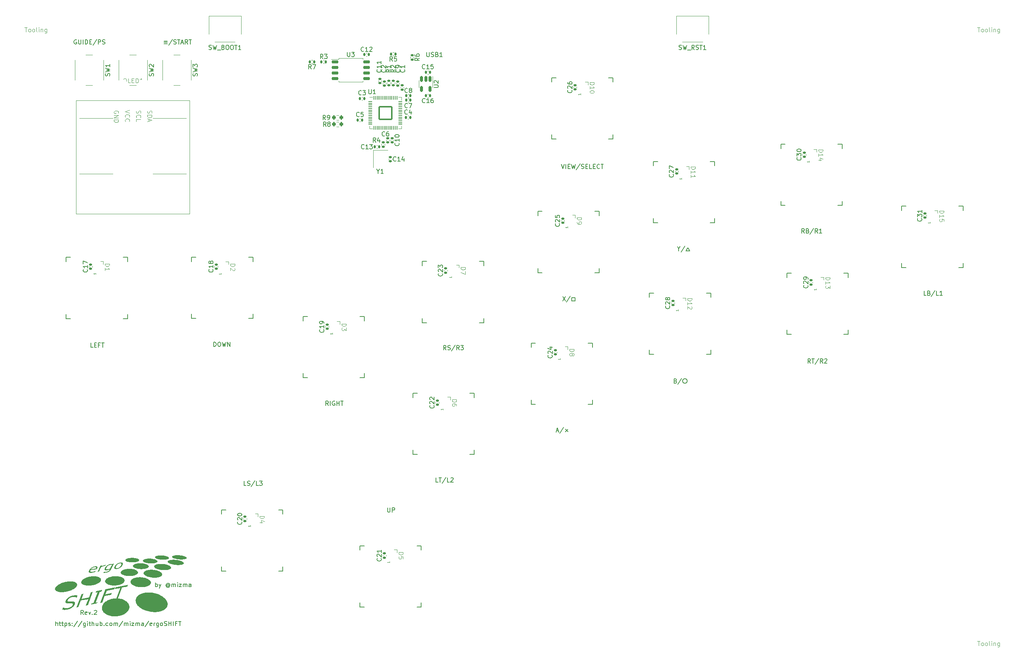
<source format=gto>
G04 #@! TF.GenerationSoftware,KiCad,Pcbnew,7.0.9*
G04 #@! TF.CreationDate,2024-08-27T23:29:23-07:00*
G04 #@! TF.ProjectId,ergoSHIFT-rgb,6572676f-5348-4494-9654-2d7267622e6b,rev?*
G04 #@! TF.SameCoordinates,Original*
G04 #@! TF.FileFunction,Legend,Top*
G04 #@! TF.FilePolarity,Positive*
%FSLAX46Y46*%
G04 Gerber Fmt 4.6, Leading zero omitted, Abs format (unit mm)*
G04 Created by KiCad (PCBNEW 7.0.9) date 2024-08-27 23:29:23*
%MOMM*%
%LPD*%
G01*
G04 APERTURE LIST*
G04 Aperture macros list*
%AMRoundRect*
0 Rectangle with rounded corners*
0 $1 Rounding radius*
0 $2 $3 $4 $5 $6 $7 $8 $9 X,Y pos of 4 corners*
0 Add a 4 corners polygon primitive as box body*
4,1,4,$2,$3,$4,$5,$6,$7,$8,$9,$2,$3,0*
0 Add four circle primitives for the rounded corners*
1,1,$1+$1,$2,$3*
1,1,$1+$1,$4,$5*
1,1,$1+$1,$6,$7*
1,1,$1+$1,$8,$9*
0 Add four rect primitives between the rounded corners*
20,1,$1+$1,$2,$3,$4,$5,0*
20,1,$1+$1,$4,$5,$6,$7,0*
20,1,$1+$1,$6,$7,$8,$9,0*
20,1,$1+$1,$8,$9,$2,$3,0*%
G04 Aperture macros list end*
%ADD10C,0.000000*%
%ADD11C,0.150000*%
%ADD12C,0.100000*%
%ADD13C,0.075000*%
%ADD14C,0.120000*%
%ADD15C,1.524000*%
%ADD16C,1.800000*%
%ADD17RoundRect,0.140000X0.170000X-0.140000X0.170000X0.140000X-0.170000X0.140000X-0.170000X-0.140000X0*%
%ADD18R,0.700000X0.800000*%
%ADD19RoundRect,0.140000X0.140000X0.170000X-0.140000X0.170000X-0.140000X-0.170000X0.140000X-0.170000X0*%
%ADD20C,1.701800*%
%ADD21C,3.000000*%
%ADD22C,3.429000*%
%ADD23C,0.990600*%
%ADD24RoundRect,0.140000X-0.140000X-0.170000X0.140000X-0.170000X0.140000X0.170000X-0.140000X0.170000X0*%
%ADD25C,1.448000*%
%ADD26C,1.500000*%
%ADD27RoundRect,0.150000X-0.650000X-0.150000X0.650000X-0.150000X0.650000X0.150000X-0.650000X0.150000X0*%
%ADD28C,2.000000*%
%ADD29RoundRect,0.140000X-0.170000X0.140000X-0.170000X-0.140000X0.170000X-0.140000X0.170000X0.140000X0*%
%ADD30RoundRect,0.135000X0.135000X0.185000X-0.135000X0.185000X-0.135000X-0.185000X0.135000X-0.185000X0*%
%ADD31RoundRect,0.135000X-0.185000X0.135000X-0.185000X-0.135000X0.185000X-0.135000X0.185000X0.135000X0*%
%ADD32RoundRect,0.135000X0.185000X-0.135000X0.185000X0.135000X-0.185000X0.135000X-0.185000X-0.135000X0*%
%ADD33C,0.650000*%
%ADD34R,0.600000X1.450000*%
%ADD35R,0.300000X1.450000*%
%ADD36O,1.000000X2.100000*%
%ADD37O,1.000000X1.600000*%
%ADD38RoundRect,0.050000X-0.387500X-0.050000X0.387500X-0.050000X0.387500X0.050000X-0.387500X0.050000X0*%
%ADD39RoundRect,0.050000X-0.050000X-0.387500X0.050000X-0.387500X0.050000X0.387500X-0.050000X0.387500X0*%
%ADD40RoundRect,0.144000X-1.456000X-1.456000X1.456000X-1.456000X1.456000X1.456000X-1.456000X1.456000X0*%
%ADD41RoundRect,0.200000X-0.200000X-0.275000X0.200000X-0.275000X0.200000X0.275000X-0.200000X0.275000X0*%
%ADD42RoundRect,0.200000X0.200000X0.275000X-0.200000X0.275000X-0.200000X-0.275000X0.200000X-0.275000X0*%
%ADD43RoundRect,0.150000X-0.150000X0.512500X-0.150000X-0.512500X0.150000X-0.512500X0.150000X0.512500X0*%
%ADD44R,1.200000X1.400000*%
%ADD45RoundRect,0.135000X-0.135000X-0.185000X0.135000X-0.185000X0.135000X0.185000X-0.135000X0.185000X0*%
G04 APERTURE END LIST*
D10*
G36*
X78740067Y-180996798D02*
G01*
X77532792Y-181234028D01*
X76502979Y-183943784D01*
X76053657Y-184032077D01*
X77083471Y-181322322D01*
X75876195Y-181559552D01*
X76014238Y-181196324D01*
X78878109Y-180633571D01*
X78740067Y-180996798D01*
G37*
G36*
X86507177Y-173892171D02*
G01*
X86670237Y-173900625D01*
X86832963Y-173914055D01*
X86990659Y-173931982D01*
X87142543Y-173954111D01*
X87287829Y-173980145D01*
X87425732Y-174009790D01*
X87555469Y-174042749D01*
X87676254Y-174078725D01*
X87787303Y-174117423D01*
X87887831Y-174158547D01*
X87977055Y-174201801D01*
X88054188Y-174246889D01*
X88118447Y-174293515D01*
X88169047Y-174341383D01*
X88205204Y-174390197D01*
X88217621Y-174414866D01*
X88226133Y-174439660D01*
X88230641Y-174464543D01*
X88231049Y-174489478D01*
X88227310Y-174514134D01*
X88219514Y-174538191D01*
X88207763Y-174561624D01*
X88192158Y-174584411D01*
X88172802Y-174606528D01*
X88149798Y-174627951D01*
X88123246Y-174648657D01*
X88093250Y-174668622D01*
X88059912Y-174687822D01*
X88023333Y-174706235D01*
X87983615Y-174723836D01*
X87940862Y-174740602D01*
X87895175Y-174756510D01*
X87846656Y-174771535D01*
X87795407Y-174785655D01*
X87741530Y-174798846D01*
X87626303Y-174822345D01*
X87501792Y-174841845D01*
X87368813Y-174857157D01*
X87228183Y-174868092D01*
X87080721Y-174874463D01*
X86927242Y-174876081D01*
X86768564Y-174872757D01*
X86605503Y-174864303D01*
X86442777Y-174850874D01*
X86285080Y-174832947D01*
X86133196Y-174810818D01*
X85987910Y-174784783D01*
X85850007Y-174755138D01*
X85720270Y-174722180D01*
X85599485Y-174686203D01*
X85488437Y-174647505D01*
X85387909Y-174606381D01*
X85298686Y-174563127D01*
X85221553Y-174518039D01*
X85157294Y-174471413D01*
X85106694Y-174423545D01*
X85070538Y-174374731D01*
X85058121Y-174350062D01*
X85049609Y-174325267D01*
X85045101Y-174300384D01*
X85044693Y-174275450D01*
X85048432Y-174250794D01*
X85056228Y-174226737D01*
X85067979Y-174203304D01*
X85083583Y-174180517D01*
X85102939Y-174158400D01*
X85125943Y-174136977D01*
X85152495Y-174116271D01*
X85182491Y-174096306D01*
X85215829Y-174077106D01*
X85252408Y-174058693D01*
X85292125Y-174041092D01*
X85334878Y-174024326D01*
X85380566Y-174008418D01*
X85429085Y-173993392D01*
X85480333Y-173979273D01*
X85534210Y-173966082D01*
X85649436Y-173942583D01*
X85773948Y-173923083D01*
X85906927Y-173907771D01*
X86047556Y-173896836D01*
X86195019Y-173890465D01*
X86348498Y-173888847D01*
X86507177Y-173892171D01*
G37*
G36*
X75749109Y-181584523D02*
G01*
X74040316Y-181920302D01*
X73710900Y-182787095D01*
X75179146Y-182498582D01*
X75041106Y-182861810D01*
X73572859Y-183150321D01*
X73010500Y-184630058D01*
X72561179Y-184718351D01*
X73729033Y-181645369D01*
X75887147Y-181221297D01*
X75749109Y-181584523D01*
G37*
G36*
X66960980Y-182995764D02*
G01*
X67025712Y-182998620D01*
X67087973Y-183002797D01*
X67147763Y-183008295D01*
X67205083Y-183015114D01*
X67259932Y-183023254D01*
X67312311Y-183032716D01*
X67362218Y-183043498D01*
X67178687Y-183526424D01*
X67146917Y-183532669D01*
X67129309Y-183519128D01*
X67110591Y-183506178D01*
X67090762Y-183493820D01*
X67069822Y-183482053D01*
X67047772Y-183470877D01*
X67024612Y-183460293D01*
X67000340Y-183450299D01*
X66974959Y-183440897D01*
X66948466Y-183432086D01*
X66920863Y-183423866D01*
X66892150Y-183416237D01*
X66862326Y-183409200D01*
X66831392Y-183402754D01*
X66799347Y-183396899D01*
X66766191Y-183391635D01*
X66731925Y-183386962D01*
X66697276Y-183382671D01*
X66662209Y-183379178D01*
X66626724Y-183376484D01*
X66590820Y-183374587D01*
X66554499Y-183373489D01*
X66517759Y-183373189D01*
X66480600Y-183373687D01*
X66443024Y-183374984D01*
X66366616Y-183379972D01*
X66288536Y-183388154D01*
X66208783Y-183399528D01*
X66127357Y-183414096D01*
X66082602Y-183423383D01*
X66038541Y-183433518D01*
X65995176Y-183444501D01*
X65952505Y-183456333D01*
X65910529Y-183469012D01*
X65869247Y-183482540D01*
X65828661Y-183496915D01*
X65788769Y-183512139D01*
X65749572Y-183528211D01*
X65711070Y-183545131D01*
X65673262Y-183562899D01*
X65636150Y-183581516D01*
X65599732Y-183600980D01*
X65564009Y-183621293D01*
X65528981Y-183642454D01*
X65494648Y-183664463D01*
X65461680Y-183686979D01*
X65430182Y-183709773D01*
X65400152Y-183732846D01*
X65371592Y-183756197D01*
X65344501Y-183779827D01*
X65318879Y-183803734D01*
X65294726Y-183827920D01*
X65272042Y-183852384D01*
X65250827Y-183877127D01*
X65231081Y-183902147D01*
X65212805Y-183927446D01*
X65195998Y-183953023D01*
X65180659Y-183978879D01*
X65166790Y-184005012D01*
X65154390Y-184031424D01*
X65143459Y-184058115D01*
X65134890Y-184081700D01*
X65127416Y-184104473D01*
X65121038Y-184126434D01*
X65115757Y-184147583D01*
X65111572Y-184167920D01*
X65108482Y-184187445D01*
X65106489Y-184206157D01*
X65105592Y-184224058D01*
X65105791Y-184241146D01*
X65107086Y-184257422D01*
X65109478Y-184272886D01*
X65112965Y-184287538D01*
X65117548Y-184301378D01*
X65123228Y-184314405D01*
X65130004Y-184326620D01*
X65137875Y-184338024D01*
X65142266Y-184343440D01*
X65147019Y-184348692D01*
X65152133Y-184353780D01*
X65157610Y-184358703D01*
X65163448Y-184363462D01*
X65169648Y-184368057D01*
X65176210Y-184372487D01*
X65183133Y-184376753D01*
X65190419Y-184380855D01*
X65198066Y-184384792D01*
X65214447Y-184392174D01*
X65232274Y-184398898D01*
X65251549Y-184404965D01*
X65272272Y-184410375D01*
X65294442Y-184415127D01*
X65318059Y-184419222D01*
X65343124Y-184422659D01*
X65369636Y-184425439D01*
X65397596Y-184427561D01*
X65427003Y-184429026D01*
X65457857Y-184429834D01*
X65532350Y-184429279D01*
X65621572Y-184427262D01*
X65725524Y-184423783D01*
X65844206Y-184418842D01*
X65965098Y-184414302D01*
X66075678Y-184412028D01*
X66175949Y-184412019D01*
X66222218Y-184412864D01*
X66265910Y-184414276D01*
X66307819Y-184416879D01*
X66348000Y-184420494D01*
X66386451Y-184425120D01*
X66423172Y-184430757D01*
X66458164Y-184437405D01*
X66491426Y-184445065D01*
X66522959Y-184453736D01*
X66552762Y-184463418D01*
X66580835Y-184474111D01*
X66607179Y-184485816D01*
X66631794Y-184498532D01*
X66654679Y-184512259D01*
X66675834Y-184526997D01*
X66695260Y-184542747D01*
X66712956Y-184559508D01*
X66728923Y-184577280D01*
X66736234Y-184586598D01*
X66743063Y-184596276D01*
X66749412Y-184606313D01*
X66755279Y-184616709D01*
X66760666Y-184627465D01*
X66765571Y-184638580D01*
X66769995Y-184650054D01*
X66773938Y-184661888D01*
X66777400Y-184674081D01*
X66780381Y-184686633D01*
X66782881Y-184699545D01*
X66784900Y-184712816D01*
X66786438Y-184726447D01*
X66787494Y-184740437D01*
X66788164Y-184769495D01*
X66786910Y-184799990D01*
X66783732Y-184831922D01*
X66778629Y-184865292D01*
X66771602Y-184900099D01*
X66762650Y-184936344D01*
X66751775Y-184974026D01*
X66738975Y-185013146D01*
X66724250Y-185053703D01*
X66715364Y-185076200D01*
X66705763Y-185098810D01*
X66695447Y-185121530D01*
X66684416Y-185144361D01*
X66672670Y-185167303D01*
X66660210Y-185190355D01*
X66647036Y-185213518D01*
X66633147Y-185236791D01*
X66618543Y-185260175D01*
X66603224Y-185283669D01*
X66587191Y-185307274D01*
X66570443Y-185330990D01*
X66552980Y-185354816D01*
X66534803Y-185378752D01*
X66515911Y-185402800D01*
X66496305Y-185426958D01*
X66476412Y-185450963D01*
X66456093Y-185474664D01*
X66435348Y-185498060D01*
X66414178Y-185521153D01*
X66392582Y-185543941D01*
X66370560Y-185566425D01*
X66348113Y-185588605D01*
X66325240Y-185610480D01*
X66301941Y-185632051D01*
X66278217Y-185653318D01*
X66254066Y-185674281D01*
X66229490Y-185694939D01*
X66204488Y-185715294D01*
X66179061Y-185735344D01*
X66153208Y-185755090D01*
X66126929Y-185774532D01*
X66068379Y-185815756D01*
X66008601Y-185855551D01*
X65947594Y-185893916D01*
X65885359Y-185930852D01*
X65821896Y-185966358D01*
X65757204Y-186000434D01*
X65691284Y-186033081D01*
X65624135Y-186064298D01*
X65555820Y-186093836D01*
X65485267Y-186121664D01*
X65412476Y-186147784D01*
X65337448Y-186172195D01*
X65260182Y-186194897D01*
X65180677Y-186215891D01*
X65098935Y-186235176D01*
X65014955Y-186252752D01*
X64925117Y-186269509D01*
X64838284Y-186283886D01*
X64754456Y-186295883D01*
X64673632Y-186305499D01*
X64595814Y-186312734D01*
X64520999Y-186317588D01*
X64449190Y-186320061D01*
X64380385Y-186320154D01*
X64313827Y-186318045D01*
X64247625Y-186314136D01*
X64181780Y-186308426D01*
X64116290Y-186300915D01*
X64051157Y-186291603D01*
X63986381Y-186280490D01*
X63921961Y-186267577D01*
X63857897Y-186252862D01*
X64052409Y-185741043D01*
X64084180Y-185734800D01*
X64107460Y-185752343D01*
X64131625Y-185769070D01*
X64156673Y-185784983D01*
X64182605Y-185800080D01*
X64209422Y-185814363D01*
X64237122Y-185827830D01*
X64265706Y-185840482D01*
X64295175Y-185852318D01*
X64325527Y-185863340D01*
X64356763Y-185873546D01*
X64388884Y-185882937D01*
X64421888Y-185891513D01*
X64455776Y-185899273D01*
X64490549Y-185906218D01*
X64526205Y-185912348D01*
X64562745Y-185917663D01*
X64636696Y-185925959D01*
X64710621Y-185931215D01*
X64784519Y-185933434D01*
X64858391Y-185932614D01*
X64932236Y-185928755D01*
X65006055Y-185921859D01*
X65079848Y-185911923D01*
X65153614Y-185898950D01*
X65205292Y-185888281D01*
X65255940Y-185876784D01*
X65305557Y-185864461D01*
X65354142Y-185851311D01*
X65401697Y-185837334D01*
X65448221Y-185822530D01*
X65493713Y-185806899D01*
X65538175Y-185790442D01*
X65581606Y-185773157D01*
X65624006Y-185755046D01*
X65665375Y-185736108D01*
X65705713Y-185716343D01*
X65745020Y-185695751D01*
X65783296Y-185674332D01*
X65820541Y-185652087D01*
X65856755Y-185629014D01*
X65891965Y-185605282D01*
X65925631Y-185581166D01*
X65957752Y-185556668D01*
X65988330Y-185531787D01*
X66017363Y-185506523D01*
X66044852Y-185480876D01*
X66070797Y-185454846D01*
X66095197Y-185428434D01*
X66118053Y-185401638D01*
X66139365Y-185374460D01*
X66159133Y-185346899D01*
X66177357Y-185318955D01*
X66194036Y-185290628D01*
X66209171Y-185261918D01*
X66222762Y-185232825D01*
X66234809Y-185203350D01*
X66243922Y-185178314D01*
X66251847Y-185154289D01*
X66258584Y-185131272D01*
X66264135Y-185109264D01*
X66268498Y-185088266D01*
X66271673Y-185068276D01*
X66273661Y-185049296D01*
X66274462Y-185031325D01*
X66274076Y-185014363D01*
X66272502Y-184998410D01*
X66269741Y-184983467D01*
X66265792Y-184969533D01*
X66260656Y-184956607D01*
X66254333Y-184944691D01*
X66246822Y-184933784D01*
X66238124Y-184923887D01*
X66228600Y-184914695D01*
X66218043Y-184906020D01*
X66206453Y-184897861D01*
X66193830Y-184890219D01*
X66180174Y-184883093D01*
X66165486Y-184876483D01*
X66149764Y-184870389D01*
X66133010Y-184864812D01*
X66115223Y-184859751D01*
X66096402Y-184855206D01*
X66076549Y-184851178D01*
X66055663Y-184847665D01*
X66033744Y-184844669D01*
X66010793Y-184842190D01*
X65986808Y-184840226D01*
X65961791Y-184838779D01*
X65922616Y-184837138D01*
X65882348Y-184836130D01*
X65840986Y-184835754D01*
X65798531Y-184836010D01*
X65754982Y-184836898D01*
X65710340Y-184838419D01*
X65664605Y-184840573D01*
X65617776Y-184843358D01*
X65522941Y-184848746D01*
X65425673Y-184852940D01*
X65325972Y-184855941D01*
X65223836Y-184857749D01*
X65172873Y-184857298D01*
X65124080Y-184855540D01*
X65077457Y-184852475D01*
X65033004Y-184848103D01*
X64990721Y-184842425D01*
X64950608Y-184835440D01*
X64912664Y-184827149D01*
X64876891Y-184817551D01*
X64843287Y-184806646D01*
X64811853Y-184794435D01*
X64782589Y-184780917D01*
X64755495Y-184766093D01*
X64730570Y-184749962D01*
X64707816Y-184732524D01*
X64687231Y-184713780D01*
X64668816Y-184693729D01*
X64660600Y-184683056D01*
X64652897Y-184672054D01*
X64645710Y-184660723D01*
X64639036Y-184649064D01*
X64632878Y-184637076D01*
X64627233Y-184624760D01*
X64622104Y-184612115D01*
X64617489Y-184599141D01*
X64613388Y-184585839D01*
X64609802Y-184572208D01*
X64606730Y-184558248D01*
X64604173Y-184543960D01*
X64600602Y-184514398D01*
X64599090Y-184483522D01*
X64599635Y-184451331D01*
X64602239Y-184417825D01*
X64606900Y-184383005D01*
X64613620Y-184346871D01*
X64622398Y-184309422D01*
X64633233Y-184270658D01*
X64646127Y-184230580D01*
X64661078Y-184189188D01*
X64680604Y-184141219D01*
X64702514Y-184093797D01*
X64726809Y-184046921D01*
X64753488Y-184000591D01*
X64782552Y-183954806D01*
X64814000Y-183909568D01*
X64847833Y-183864876D01*
X64884050Y-183820729D01*
X64922652Y-183777129D01*
X64963638Y-183734074D01*
X65007009Y-183691566D01*
X65052765Y-183649603D01*
X65100905Y-183608187D01*
X65151429Y-183567316D01*
X65204338Y-183526991D01*
X65259632Y-183487213D01*
X65316602Y-183448268D01*
X65374343Y-183410962D01*
X65432856Y-183375295D01*
X65492140Y-183341266D01*
X65552197Y-183308877D01*
X65613025Y-183278126D01*
X65674624Y-183249013D01*
X65736995Y-183221539D01*
X65800138Y-183195704D01*
X65864053Y-183171508D01*
X65928739Y-183148951D01*
X65994197Y-183128032D01*
X66060427Y-183108751D01*
X66127428Y-183091110D01*
X66195201Y-183075107D01*
X66263746Y-183060743D01*
X66351527Y-183044389D01*
X66436729Y-183030332D01*
X66519352Y-183018573D01*
X66599395Y-183009110D01*
X66676859Y-183001944D01*
X66751745Y-182997076D01*
X66824051Y-182994504D01*
X66893777Y-182994230D01*
X66960980Y-182995764D01*
G37*
G36*
X72845057Y-182109340D02*
G01*
X72402541Y-182196294D01*
X71473116Y-184641885D01*
X71915636Y-184554931D01*
X71796419Y-184868627D01*
X70462061Y-185130828D01*
X70581277Y-184817132D01*
X71023795Y-184730178D01*
X71953219Y-182284587D01*
X71510699Y-182371541D01*
X71629916Y-182057846D01*
X72964274Y-181795645D01*
X72845057Y-182109340D01*
G37*
G36*
X86635651Y-175831503D02*
G01*
X86832878Y-175845378D01*
X87029447Y-175866357D01*
X87219690Y-175893707D01*
X87402672Y-175926995D01*
X87577457Y-175965791D01*
X87743109Y-176009662D01*
X87898692Y-176058178D01*
X88043271Y-176110907D01*
X88175908Y-176167417D01*
X88295669Y-176227276D01*
X88401618Y-176290054D01*
X88492818Y-176355319D01*
X88568333Y-176422639D01*
X88627228Y-176491582D01*
X88650151Y-176526528D01*
X88668567Y-176561718D01*
X88682360Y-176597098D01*
X88691414Y-176632615D01*
X88695610Y-176668213D01*
X88694832Y-176703840D01*
X88689043Y-176739024D01*
X88678366Y-176773306D01*
X88662926Y-176806654D01*
X88642848Y-176839037D01*
X88618257Y-176870420D01*
X88589279Y-176900772D01*
X88556038Y-176930061D01*
X88518659Y-176958253D01*
X88477267Y-176985316D01*
X88431988Y-177011218D01*
X88382946Y-177035926D01*
X88330266Y-177059407D01*
X88274074Y-177081630D01*
X88214493Y-177102561D01*
X88151650Y-177122168D01*
X88085670Y-177140419D01*
X88016677Y-177157281D01*
X87944796Y-177172721D01*
X87870152Y-177186707D01*
X87792871Y-177199207D01*
X87630895Y-177219616D01*
X87459869Y-177233689D01*
X87280793Y-177241165D01*
X87094666Y-177241784D01*
X86902489Y-177235286D01*
X86705262Y-177221411D01*
X86508693Y-177200432D01*
X86318449Y-177173083D01*
X86135467Y-177139795D01*
X85960682Y-177100999D01*
X85795030Y-177057127D01*
X85639446Y-177008612D01*
X85494868Y-176955883D01*
X85362230Y-176899373D01*
X85242469Y-176839514D01*
X85136520Y-176776736D01*
X85045321Y-176711471D01*
X84969805Y-176644151D01*
X84910910Y-176575208D01*
X84887987Y-176540262D01*
X84869571Y-176505072D01*
X84855778Y-176469692D01*
X84846724Y-176434175D01*
X84842528Y-176398576D01*
X84843306Y-176362949D01*
X84849095Y-176327766D01*
X84859772Y-176293484D01*
X84875212Y-176260135D01*
X84895290Y-176227753D01*
X84919881Y-176196369D01*
X84948859Y-176166017D01*
X84982100Y-176136729D01*
X85019479Y-176108537D01*
X85060870Y-176081473D01*
X85106150Y-176055572D01*
X85155192Y-176030864D01*
X85207872Y-176007382D01*
X85264064Y-175985159D01*
X85323644Y-175964228D01*
X85386487Y-175944621D01*
X85452468Y-175926370D01*
X85521461Y-175909509D01*
X85593342Y-175894069D01*
X85667986Y-175880082D01*
X85745267Y-175867583D01*
X85907243Y-175847174D01*
X86078269Y-175833101D01*
X86257346Y-175825625D01*
X86443473Y-175825005D01*
X86635651Y-175831503D01*
G37*
G36*
X65980394Y-179823296D02*
G01*
X66184702Y-179842270D01*
X66375420Y-179872274D01*
X66551188Y-179913045D01*
X66710648Y-179964322D01*
X66852441Y-180025841D01*
X66975207Y-180097340D01*
X67077588Y-180178557D01*
X67120709Y-180222727D01*
X67158225Y-180269229D01*
X67189964Y-180318028D01*
X67215758Y-180369093D01*
X67235436Y-180422391D01*
X67248829Y-180477889D01*
X67255699Y-180534871D01*
X67256017Y-180592577D01*
X67249928Y-180650902D01*
X67237579Y-180709741D01*
X67219114Y-180768989D01*
X67194677Y-180828543D01*
X67164415Y-180888296D01*
X67128472Y-180948146D01*
X67086994Y-181007988D01*
X67040125Y-181067716D01*
X66988011Y-181127227D01*
X66930797Y-181186416D01*
X66868628Y-181245178D01*
X66801650Y-181303409D01*
X66730006Y-181361004D01*
X66653843Y-181417858D01*
X66573305Y-181473869D01*
X66488538Y-181528929D01*
X66399687Y-181582936D01*
X66306897Y-181635785D01*
X66210313Y-181687370D01*
X66110080Y-181737588D01*
X66006343Y-181786334D01*
X65899248Y-181833504D01*
X65788940Y-181878993D01*
X65675563Y-181922696D01*
X65559263Y-181964509D01*
X65440185Y-182004327D01*
X65318474Y-182042046D01*
X65194275Y-182077561D01*
X65067734Y-182110769D01*
X64938995Y-182141563D01*
X64681683Y-182194279D01*
X64429806Y-182234391D01*
X64184726Y-182262161D01*
X63947800Y-182277851D01*
X63720388Y-182281724D01*
X63503848Y-182274043D01*
X63299540Y-182255069D01*
X63108822Y-182225065D01*
X62933053Y-182184293D01*
X62773593Y-182133017D01*
X62631801Y-182071498D01*
X62509035Y-181999999D01*
X62406654Y-181918782D01*
X62363532Y-181874612D01*
X62326017Y-181828110D01*
X62294277Y-181779311D01*
X62268484Y-181728246D01*
X62248805Y-181674948D01*
X62235412Y-181619451D01*
X62228543Y-181562468D01*
X62228225Y-181504762D01*
X62234313Y-181446437D01*
X62246663Y-181387598D01*
X62265128Y-181328349D01*
X62289565Y-181268796D01*
X62319827Y-181209042D01*
X62355770Y-181149192D01*
X62397248Y-181089350D01*
X62444117Y-181029622D01*
X62496230Y-180970111D01*
X62553445Y-180910922D01*
X62615614Y-180852160D01*
X62682592Y-180793930D01*
X62754236Y-180736335D01*
X62830399Y-180679480D01*
X62910937Y-180623470D01*
X62995704Y-180568409D01*
X63084555Y-180514402D01*
X63177345Y-180461554D01*
X63273929Y-180409968D01*
X63374162Y-180359750D01*
X63477899Y-180311004D01*
X63584994Y-180263834D01*
X63695302Y-180218346D01*
X63808679Y-180174643D01*
X63924979Y-180132830D01*
X64044057Y-180093012D01*
X64165768Y-180055293D01*
X64289966Y-180019777D01*
X64416507Y-179986570D01*
X64545246Y-179955776D01*
X64802559Y-179903059D01*
X65054435Y-179862947D01*
X65299516Y-179835177D01*
X65536442Y-179819487D01*
X65763854Y-179815614D01*
X65980394Y-179823296D01*
G37*
G36*
X75053896Y-177000894D02*
G01*
X75031152Y-177044722D01*
X75007408Y-177087336D01*
X74982665Y-177128737D01*
X74956923Y-177168924D01*
X74930181Y-177207898D01*
X74902441Y-177245658D01*
X74873701Y-177282205D01*
X74843963Y-177317538D01*
X74813225Y-177351658D01*
X74781488Y-177384564D01*
X74748751Y-177416256D01*
X74715016Y-177446735D01*
X74680281Y-177476000D01*
X74644547Y-177504052D01*
X74607814Y-177530891D01*
X74570082Y-177556515D01*
X74531239Y-177581025D01*
X74491174Y-177604518D01*
X74449888Y-177626993D01*
X74407379Y-177648451D01*
X74363648Y-177668892D01*
X74318695Y-177688316D01*
X74272521Y-177706722D01*
X74225124Y-177724112D01*
X74176505Y-177740484D01*
X74126665Y-177755839D01*
X74075602Y-177770177D01*
X74023317Y-177783498D01*
X73969811Y-177795801D01*
X73915082Y-177807088D01*
X73859131Y-177817357D01*
X73801958Y-177826609D01*
X73763815Y-177832146D01*
X73726141Y-177837141D01*
X73688938Y-177841596D01*
X73652205Y-177845509D01*
X73615941Y-177848882D01*
X73580149Y-177851713D01*
X73544826Y-177854003D01*
X73509974Y-177855752D01*
X73475793Y-177857255D01*
X73441934Y-177858312D01*
X73408399Y-177858921D01*
X73375188Y-177859084D01*
X73342299Y-177858801D01*
X73309734Y-177858071D01*
X73277491Y-177856894D01*
X73245571Y-177855271D01*
X73365883Y-177614947D01*
X73383131Y-177612337D01*
X73401525Y-177614904D01*
X73422673Y-177617344D01*
X73446574Y-177619656D01*
X73473230Y-177621841D01*
X73502639Y-177623899D01*
X73534803Y-177625828D01*
X73569721Y-177627631D01*
X73607394Y-177629306D01*
X73646551Y-177630701D01*
X73686237Y-177631041D01*
X73726452Y-177630324D01*
X73767195Y-177628552D01*
X73808467Y-177625723D01*
X73850268Y-177621838D01*
X73892597Y-177616897D01*
X73935454Y-177610900D01*
X73976187Y-177604320D01*
X74015592Y-177597110D01*
X74053668Y-177589270D01*
X74090416Y-177580799D01*
X74125835Y-177571698D01*
X74159926Y-177561966D01*
X74192689Y-177551604D01*
X74224123Y-177540612D01*
X74254315Y-177529066D01*
X74283350Y-177517044D01*
X74311229Y-177504547D01*
X74337950Y-177491574D01*
X74363515Y-177478125D01*
X74387922Y-177464201D01*
X74411173Y-177449801D01*
X74433266Y-177434926D01*
X74454086Y-177420207D01*
X74474141Y-177405025D01*
X74483882Y-177397261D01*
X74493432Y-177389381D01*
X74502790Y-177381385D01*
X74511957Y-177373274D01*
X74520933Y-177365046D01*
X74529718Y-177356704D01*
X74538312Y-177348245D01*
X74546715Y-177339671D01*
X74554926Y-177330981D01*
X74562946Y-177322175D01*
X74570775Y-177313254D01*
X74578413Y-177304217D01*
X74593222Y-177285834D01*
X74607476Y-177267066D01*
X74621175Y-177247911D01*
X74634321Y-177228370D01*
X74646913Y-177208443D01*
X74658950Y-177188130D01*
X74670433Y-177167431D01*
X74681363Y-177146345D01*
X74745278Y-177018673D01*
X74698493Y-177044805D01*
X74652751Y-177069549D01*
X74608052Y-177092907D01*
X74564397Y-177114878D01*
X74521784Y-177135461D01*
X74480214Y-177154658D01*
X74439688Y-177172467D01*
X74400204Y-177188889D01*
X74360995Y-177203770D01*
X74320114Y-177217711D01*
X74277562Y-177230711D01*
X74233337Y-177242771D01*
X74187441Y-177253891D01*
X74139872Y-177264072D01*
X74090632Y-177273312D01*
X74039721Y-177281612D01*
X73997504Y-177287350D01*
X73957097Y-177291512D01*
X73918500Y-177294098D01*
X73881712Y-177295110D01*
X73846735Y-177294546D01*
X73813568Y-177292406D01*
X73782210Y-177288691D01*
X73752663Y-177283401D01*
X73724925Y-177276536D01*
X73698998Y-177268095D01*
X73674880Y-177258079D01*
X73652572Y-177246487D01*
X73632074Y-177233320D01*
X73613386Y-177218578D01*
X73596508Y-177202261D01*
X73581440Y-177184368D01*
X73574775Y-177174759D01*
X73568648Y-177164802D01*
X73563060Y-177154497D01*
X73558011Y-177143844D01*
X73553500Y-177132843D01*
X73549528Y-177121493D01*
X73546094Y-177109796D01*
X73543199Y-177097750D01*
X73540843Y-177085356D01*
X73539025Y-177072615D01*
X73537745Y-177059524D01*
X73537005Y-177046086D01*
X73536803Y-177032300D01*
X73537139Y-177018166D01*
X73539428Y-176988852D01*
X73543871Y-176958147D01*
X73550469Y-176926048D01*
X73554622Y-176910154D01*
X73891212Y-176910154D01*
X73891837Y-176927788D01*
X73893798Y-176944397D01*
X73897093Y-176959981D01*
X73901723Y-176974541D01*
X73907688Y-176988077D01*
X73911211Y-176994448D01*
X73915144Y-177000538D01*
X73919490Y-177006346D01*
X73924248Y-177011872D01*
X73929417Y-177017117D01*
X73934998Y-177022081D01*
X73940991Y-177026763D01*
X73947396Y-177031164D01*
X73954212Y-177035283D01*
X73961441Y-177039120D01*
X73969081Y-177042676D01*
X73977133Y-177045951D01*
X73985597Y-177048944D01*
X73994473Y-177051656D01*
X74003761Y-177054086D01*
X74013460Y-177056235D01*
X74023571Y-177058102D01*
X74034094Y-177059688D01*
X74045029Y-177060992D01*
X74056376Y-177062014D01*
X74068134Y-177062756D01*
X74080305Y-177063215D01*
X74092887Y-177063394D01*
X74105881Y-177063290D01*
X74133104Y-177062239D01*
X74161975Y-177060063D01*
X74192492Y-177056760D01*
X74224657Y-177052331D01*
X74260322Y-177046374D01*
X74296593Y-177039204D01*
X74333471Y-177030822D01*
X74370956Y-177021227D01*
X74409048Y-177010420D01*
X74447746Y-176998400D01*
X74487052Y-176985168D01*
X74526965Y-176970723D01*
X74567597Y-176954941D01*
X74607886Y-176938451D01*
X74647831Y-176921253D01*
X74687434Y-176903349D01*
X74726693Y-176884737D01*
X74765609Y-176865418D01*
X74804182Y-176845392D01*
X74842411Y-176824658D01*
X74842409Y-176824658D01*
X75224024Y-176062383D01*
X75197083Y-176056988D01*
X75170289Y-176052293D01*
X75143642Y-176048300D01*
X75117143Y-176045007D01*
X75090791Y-176042414D01*
X75064587Y-176040523D01*
X75038529Y-176039332D01*
X75012619Y-176038842D01*
X74987224Y-176038618D01*
X74961535Y-176038980D01*
X74935552Y-176039929D01*
X74909275Y-176041465D01*
X74882705Y-176043587D01*
X74855841Y-176046296D01*
X74828683Y-176049592D01*
X74801232Y-176053475D01*
X74768002Y-176058973D01*
X74735153Y-176065354D01*
X74702684Y-176072617D01*
X74670595Y-176080762D01*
X74638887Y-176089790D01*
X74607559Y-176099700D01*
X74576611Y-176110493D01*
X74546043Y-176122168D01*
X74515855Y-176134726D01*
X74486048Y-176148166D01*
X74456621Y-176162488D01*
X74427574Y-176177693D01*
X74398908Y-176193780D01*
X74370621Y-176210749D01*
X74342715Y-176228601D01*
X74315190Y-176247335D01*
X74288224Y-176266880D01*
X74261997Y-176287162D01*
X74236510Y-176308182D01*
X74211761Y-176329939D01*
X74187752Y-176352435D01*
X74164482Y-176375668D01*
X74141951Y-176399638D01*
X74120159Y-176424347D01*
X74099106Y-176449793D01*
X74078792Y-176475977D01*
X74059218Y-176502899D01*
X74040383Y-176530558D01*
X74022287Y-176558956D01*
X74004930Y-176588091D01*
X73988312Y-176617963D01*
X73972433Y-176648574D01*
X73958375Y-176677476D01*
X73945652Y-176705354D01*
X73934263Y-176732207D01*
X73924210Y-176758036D01*
X73915491Y-176782840D01*
X73908107Y-176806620D01*
X73902058Y-176829376D01*
X73897344Y-176851107D01*
X73893965Y-176871814D01*
X73891921Y-176891496D01*
X73891212Y-176910154D01*
X73554622Y-176910154D01*
X73559221Y-176892558D01*
X73570127Y-176857675D01*
X73583187Y-176821399D01*
X73598402Y-176783731D01*
X73615771Y-176744671D01*
X73635294Y-176704218D01*
X73658539Y-176659776D01*
X73683156Y-176616573D01*
X73695980Y-176595436D01*
X73709146Y-176574609D01*
X73722656Y-176554091D01*
X73736509Y-176533882D01*
X73750705Y-176513984D01*
X73765245Y-176494394D01*
X73780127Y-176475115D01*
X73795353Y-176456145D01*
X73810922Y-176437485D01*
X73826834Y-176419134D01*
X73843090Y-176401093D01*
X73859688Y-176383361D01*
X73894314Y-176348278D01*
X73929936Y-176314093D01*
X73966554Y-176280805D01*
X74004166Y-176248415D01*
X74042775Y-176216923D01*
X74082379Y-176186329D01*
X74122978Y-176156632D01*
X74164572Y-176127833D01*
X74204165Y-176101886D01*
X74244641Y-176076963D01*
X74286000Y-176053062D01*
X74328241Y-176030185D01*
X74371365Y-176008332D01*
X74415372Y-175987501D01*
X74460260Y-175967694D01*
X74506031Y-175948911D01*
X74551983Y-175931112D01*
X74597097Y-175914886D01*
X74641374Y-175900233D01*
X74684814Y-175887152D01*
X74727416Y-175875645D01*
X74769182Y-175865710D01*
X74810110Y-175857348D01*
X74850201Y-175850558D01*
X74890972Y-175844751D01*
X74929626Y-175839986D01*
X74966163Y-175836265D01*
X75000584Y-175833587D01*
X75032889Y-175831953D01*
X75063077Y-175831362D01*
X75091148Y-175831814D01*
X75117102Y-175833310D01*
X75142569Y-175835331D01*
X75168002Y-175838116D01*
X75193401Y-175841666D01*
X75218767Y-175845980D01*
X75244099Y-175851058D01*
X75269397Y-175856901D01*
X75294661Y-175863508D01*
X75319891Y-175870879D01*
X75370657Y-175807668D01*
X75674238Y-175761731D01*
X75053896Y-177000894D01*
G37*
G36*
X81736787Y-175673960D02*
G01*
X81829871Y-175676345D01*
X82014652Y-175686222D01*
X82193881Y-175702540D01*
X82366660Y-175724933D01*
X82532090Y-175753035D01*
X82689272Y-175786482D01*
X82837309Y-175824909D01*
X82975302Y-175867951D01*
X83102353Y-175915242D01*
X83217563Y-175966417D01*
X83320034Y-176021111D01*
X83408868Y-176078960D01*
X83483166Y-176139597D01*
X83542031Y-176202658D01*
X83565394Y-176234983D01*
X83584563Y-176267778D01*
X83599424Y-176300996D01*
X83609864Y-176334591D01*
X83615773Y-176368519D01*
X83617037Y-176402733D01*
X83613595Y-176436783D01*
X83605537Y-176470223D01*
X83592979Y-176503016D01*
X83576034Y-176535123D01*
X83554818Y-176566508D01*
X83529446Y-176597133D01*
X83500033Y-176626959D01*
X83466693Y-176655949D01*
X83429542Y-176684066D01*
X83388695Y-176711271D01*
X83344267Y-176737527D01*
X83296372Y-176762797D01*
X83245125Y-176787042D01*
X83190643Y-176810225D01*
X83133038Y-176832308D01*
X83072427Y-176853253D01*
X83008924Y-176873023D01*
X82942645Y-176891580D01*
X82873703Y-176908886D01*
X82802215Y-176924904D01*
X82728295Y-176939596D01*
X82652058Y-176952923D01*
X82573620Y-176964850D01*
X82493094Y-176975337D01*
X82410596Y-176984347D01*
X82326241Y-176991842D01*
X82240144Y-176997785D01*
X82152419Y-177002138D01*
X82063182Y-177004863D01*
X81972548Y-177005922D01*
X81880632Y-177005278D01*
X81787548Y-177002893D01*
X81602767Y-176993016D01*
X81423537Y-176976698D01*
X81250758Y-176954306D01*
X81085328Y-176926203D01*
X80928146Y-176892756D01*
X80780109Y-176854329D01*
X80642116Y-176811287D01*
X80515066Y-176763997D01*
X80399856Y-176712821D01*
X80297385Y-176658127D01*
X80208551Y-176600279D01*
X80134252Y-176539641D01*
X80075388Y-176476580D01*
X80052024Y-176444255D01*
X80032856Y-176411460D01*
X80017995Y-176378243D01*
X80007555Y-176344647D01*
X80001646Y-176310720D01*
X80000382Y-176276505D01*
X80003824Y-176242456D01*
X80011881Y-176209015D01*
X80024440Y-176176223D01*
X80041385Y-176144115D01*
X80062601Y-176112730D01*
X80087973Y-176082106D01*
X80117386Y-176052279D01*
X80150726Y-176023289D01*
X80187876Y-175995173D01*
X80228723Y-175967967D01*
X80273152Y-175941711D01*
X80321047Y-175916442D01*
X80372293Y-175892197D01*
X80426776Y-175869014D01*
X80484380Y-175846931D01*
X80544991Y-175825985D01*
X80608494Y-175806215D01*
X80674774Y-175787658D01*
X80743715Y-175770352D01*
X80815203Y-175754334D01*
X80889123Y-175739643D01*
X80965360Y-175726315D01*
X81043799Y-175714389D01*
X81124324Y-175703902D01*
X81206822Y-175694892D01*
X81291178Y-175687396D01*
X81377275Y-175681454D01*
X81464999Y-175677101D01*
X81554236Y-175674376D01*
X81644870Y-175673316D01*
X81736787Y-175673960D01*
G37*
G36*
X83965027Y-174618033D02*
G01*
X84135200Y-174628827D01*
X84300224Y-174644828D01*
X84459273Y-174665724D01*
X84611523Y-174691202D01*
X84756146Y-174720949D01*
X84892319Y-174754651D01*
X85019214Y-174791998D01*
X85136007Y-174832674D01*
X85241872Y-174876368D01*
X85335983Y-174922767D01*
X85417514Y-174971558D01*
X85485640Y-175022428D01*
X85539535Y-175075063D01*
X85560888Y-175101946D01*
X85578373Y-175129153D01*
X85591889Y-175156645D01*
X85601330Y-175184382D01*
X85606594Y-175212327D01*
X85607579Y-175240440D01*
X85604229Y-175268349D01*
X85596630Y-175295690D01*
X85584888Y-175322435D01*
X85569109Y-175348554D01*
X85549399Y-175374016D01*
X85525865Y-175398795D01*
X85498611Y-175422859D01*
X85467746Y-175446179D01*
X85433374Y-175468727D01*
X85395601Y-175490473D01*
X85354535Y-175511387D01*
X85310280Y-175531441D01*
X85262943Y-175550605D01*
X85212630Y-175568850D01*
X85159447Y-175586147D01*
X85103501Y-175602465D01*
X85044897Y-175617777D01*
X84983741Y-175632052D01*
X84854199Y-175657376D01*
X84715724Y-175678204D01*
X84569164Y-175694299D01*
X84415369Y-175705430D01*
X84255187Y-175711360D01*
X84089466Y-175711855D01*
X83919056Y-175706682D01*
X83748883Y-175695889D01*
X83583859Y-175679887D01*
X83424810Y-175658991D01*
X83272560Y-175633514D01*
X83127936Y-175603767D01*
X82991764Y-175570064D01*
X82864868Y-175532718D01*
X82748075Y-175492041D01*
X82642211Y-175448347D01*
X82548100Y-175401948D01*
X82466569Y-175353158D01*
X82398443Y-175302288D01*
X82344548Y-175249652D01*
X82323194Y-175222770D01*
X82305709Y-175195563D01*
X82292194Y-175168071D01*
X82282752Y-175140334D01*
X82277487Y-175112389D01*
X82276503Y-175084276D01*
X82279853Y-175056367D01*
X82287452Y-175029026D01*
X82299194Y-175002281D01*
X82314973Y-174976162D01*
X82334683Y-174950700D01*
X82358218Y-174925921D01*
X82385471Y-174901858D01*
X82416337Y-174878537D01*
X82450709Y-174855989D01*
X82488481Y-174834243D01*
X82529548Y-174813329D01*
X82573803Y-174793275D01*
X82621140Y-174774111D01*
X82671452Y-174755866D01*
X82724635Y-174738569D01*
X82780582Y-174722251D01*
X82839186Y-174706939D01*
X82900342Y-174692664D01*
X83029883Y-174667340D01*
X83168359Y-174646512D01*
X83314918Y-174630416D01*
X83468714Y-174619286D01*
X83628896Y-174613356D01*
X83794617Y-174612860D01*
X83965027Y-174618033D01*
G37*
G36*
X76557519Y-183708241D02*
G01*
X76860759Y-183739243D01*
X77152800Y-183789472D01*
X77432000Y-183858000D01*
X77696721Y-183943899D01*
X77945323Y-184046240D01*
X78176164Y-184164095D01*
X78387606Y-184296536D01*
X78578007Y-184442636D01*
X78745729Y-184601466D01*
X78820573Y-184685365D01*
X78889131Y-184772098D01*
X78951200Y-184861549D01*
X79006573Y-184953603D01*
X79055047Y-185048143D01*
X79096415Y-185145054D01*
X79130474Y-185244219D01*
X79157017Y-185345523D01*
X79175841Y-185448848D01*
X79186739Y-185554080D01*
X79189492Y-185659842D01*
X79184140Y-185764741D01*
X79170873Y-185868634D01*
X79149878Y-185971380D01*
X79121344Y-186072839D01*
X79085459Y-186172867D01*
X79042411Y-186271323D01*
X78992389Y-186368067D01*
X78935582Y-186462956D01*
X78872176Y-186555848D01*
X78802362Y-186646603D01*
X78726327Y-186735077D01*
X78644259Y-186821131D01*
X78556347Y-186904622D01*
X78462779Y-186985408D01*
X78363744Y-187063349D01*
X78259429Y-187138302D01*
X78150024Y-187210126D01*
X78035716Y-187278679D01*
X77916694Y-187343819D01*
X77793146Y-187405406D01*
X77665261Y-187463296D01*
X77533226Y-187517350D01*
X77397231Y-187567425D01*
X77257463Y-187613379D01*
X77114111Y-187655072D01*
X76967363Y-187692360D01*
X76817407Y-187725104D01*
X76664433Y-187753160D01*
X76508627Y-187776389D01*
X76350179Y-187794647D01*
X76189277Y-187807793D01*
X75868558Y-187818029D01*
X75555758Y-187807182D01*
X75252518Y-187776179D01*
X74960478Y-187725950D01*
X74681277Y-187657422D01*
X74416556Y-187571524D01*
X74167955Y-187469183D01*
X73937114Y-187351328D01*
X73725672Y-187218886D01*
X73535270Y-187072786D01*
X73367548Y-186913957D01*
X73292705Y-186830058D01*
X73224146Y-186743325D01*
X73162078Y-186653874D01*
X73106704Y-186561820D01*
X73058231Y-186467280D01*
X73016862Y-186370369D01*
X72982804Y-186271204D01*
X72956261Y-186169901D01*
X72937437Y-186066575D01*
X72926539Y-185961343D01*
X72923786Y-185855581D01*
X72929137Y-185750683D01*
X72942405Y-185646789D01*
X72963400Y-185544043D01*
X72991934Y-185442584D01*
X73027819Y-185342556D01*
X73070866Y-185244099D01*
X73120888Y-185147356D01*
X73177696Y-185052467D01*
X73241101Y-184959575D01*
X73310915Y-184868820D01*
X73386951Y-184780345D01*
X73469018Y-184694291D01*
X73556930Y-184610801D01*
X73650498Y-184530014D01*
X73749534Y-184452074D01*
X73853848Y-184377121D01*
X73963254Y-184305297D01*
X74077561Y-184236744D01*
X74196584Y-184171604D01*
X74320131Y-184110017D01*
X74448017Y-184052126D01*
X74580051Y-183998073D01*
X74716047Y-183947998D01*
X74855815Y-183902043D01*
X74999167Y-183860351D01*
X75145915Y-183823062D01*
X75295870Y-183790319D01*
X75448844Y-183762262D01*
X75604650Y-183739034D01*
X75763097Y-183720776D01*
X75923999Y-183707630D01*
X76244719Y-183697394D01*
X76557519Y-183708241D01*
G37*
G36*
X89474299Y-174885934D02*
G01*
X89657717Y-174896397D01*
X89845885Y-174913128D01*
X90033355Y-174935750D01*
X90214724Y-174963502D01*
X90389102Y-174996002D01*
X90555599Y-175032866D01*
X90713328Y-175073710D01*
X90861397Y-175118152D01*
X90998918Y-175165807D01*
X91125002Y-175216292D01*
X91238759Y-175269223D01*
X91339300Y-175324218D01*
X91425735Y-175380892D01*
X91497175Y-175438862D01*
X91552731Y-175497745D01*
X91574274Y-175527409D01*
X91591513Y-175557157D01*
X91604336Y-175586942D01*
X91612632Y-175616715D01*
X91616290Y-175646429D01*
X91615198Y-175676035D01*
X91609327Y-175705141D01*
X91598797Y-175733368D01*
X91583729Y-175760693D01*
X91564243Y-175787093D01*
X91540458Y-175812544D01*
X91512494Y-175837021D01*
X91480470Y-175860502D01*
X91444506Y-175882961D01*
X91404723Y-175904377D01*
X91361239Y-175924724D01*
X91314174Y-175943980D01*
X91263647Y-175962119D01*
X91209780Y-175979120D01*
X91152690Y-175994957D01*
X91092499Y-176009607D01*
X91029325Y-176023047D01*
X90894508Y-176046199D01*
X90749198Y-176064224D01*
X90594351Y-176076931D01*
X90430925Y-176084131D01*
X90259877Y-176085633D01*
X90082165Y-176081247D01*
X89898746Y-176070783D01*
X89710577Y-176054052D01*
X89523108Y-176031431D01*
X89341740Y-176003678D01*
X89167363Y-175971178D01*
X89000866Y-175934315D01*
X88843138Y-175893470D01*
X88695069Y-175849029D01*
X88557548Y-175801374D01*
X88431465Y-175750889D01*
X88317708Y-175697958D01*
X88217168Y-175642963D01*
X88130733Y-175586289D01*
X88059293Y-175528318D01*
X88003737Y-175469436D01*
X87982194Y-175439772D01*
X87964955Y-175410023D01*
X87952132Y-175380239D01*
X87943836Y-175350466D01*
X87940178Y-175320752D01*
X87941269Y-175291146D01*
X87947141Y-175262040D01*
X87957671Y-175233813D01*
X87972738Y-175206487D01*
X87992225Y-175180087D01*
X88016010Y-175154637D01*
X88043974Y-175130159D01*
X88075998Y-175106679D01*
X88111961Y-175084219D01*
X88151745Y-175062804D01*
X88195229Y-175042456D01*
X88242294Y-175023201D01*
X88292820Y-175005061D01*
X88346688Y-174988061D01*
X88403777Y-174972224D01*
X88463968Y-174957573D01*
X88527142Y-174944134D01*
X88661959Y-174920981D01*
X88807269Y-174902956D01*
X88962115Y-174890249D01*
X89125540Y-174883050D01*
X89296588Y-174881548D01*
X89474299Y-174885934D01*
G37*
G36*
X71174377Y-178646373D02*
G01*
X71378847Y-178657173D01*
X71573563Y-178677788D01*
X71757304Y-178707895D01*
X71928847Y-178747170D01*
X72086969Y-178795288D01*
X72230448Y-178851926D01*
X72358062Y-178916760D01*
X72468588Y-178989465D01*
X72560804Y-179069717D01*
X72599663Y-179112572D01*
X72633487Y-179157193D01*
X72662121Y-179203538D01*
X72685414Y-179251568D01*
X72703213Y-179301242D01*
X72715365Y-179352519D01*
X72721654Y-179404734D01*
X72722054Y-179457195D01*
X72716695Y-179509815D01*
X72705707Y-179562507D01*
X72689221Y-179615187D01*
X72667366Y-179667767D01*
X72640274Y-179720164D01*
X72608074Y-179772289D01*
X72570897Y-179824059D01*
X72528873Y-179875386D01*
X72482132Y-179926185D01*
X72430805Y-179976371D01*
X72375022Y-180025857D01*
X72314913Y-180074557D01*
X72250608Y-180122385D01*
X72182238Y-180169257D01*
X72109933Y-180215085D01*
X72033824Y-180259784D01*
X71954040Y-180303269D01*
X71870712Y-180345453D01*
X71783970Y-180386250D01*
X71693945Y-180425574D01*
X71600766Y-180463341D01*
X71504565Y-180499463D01*
X71405471Y-180533855D01*
X71303614Y-180566432D01*
X71199126Y-180597107D01*
X71092135Y-180625794D01*
X70982774Y-180652408D01*
X70871171Y-180676862D01*
X70757457Y-180699072D01*
X70641762Y-180718950D01*
X70410504Y-180750655D01*
X70184109Y-180771248D01*
X69963801Y-180781052D01*
X69750800Y-180780393D01*
X69546331Y-180769594D01*
X69351615Y-180748978D01*
X69167874Y-180718871D01*
X68996331Y-180679597D01*
X68838209Y-180631478D01*
X68694730Y-180574840D01*
X68567116Y-180510007D01*
X68456590Y-180437301D01*
X68364375Y-180357049D01*
X68325515Y-180314194D01*
X68291692Y-180269573D01*
X68263057Y-180223228D01*
X68239764Y-180175198D01*
X68221965Y-180125525D01*
X68209813Y-180074248D01*
X68203524Y-180022032D01*
X68203125Y-179969571D01*
X68208484Y-179916952D01*
X68219472Y-179864259D01*
X68235958Y-179811580D01*
X68257813Y-179758999D01*
X68284905Y-179706603D01*
X68317105Y-179654477D01*
X68354282Y-179602708D01*
X68396306Y-179551380D01*
X68443047Y-179500581D01*
X68494374Y-179450396D01*
X68550157Y-179400910D01*
X68610267Y-179352210D01*
X68674571Y-179304381D01*
X68742941Y-179257510D01*
X68815246Y-179211681D01*
X68891355Y-179166982D01*
X68971139Y-179123498D01*
X69054467Y-179081314D01*
X69141208Y-179040517D01*
X69231234Y-179001192D01*
X69324412Y-178963426D01*
X69420613Y-178927303D01*
X69519707Y-178892911D01*
X69621563Y-178860334D01*
X69726052Y-178829659D01*
X69833042Y-178800972D01*
X69942403Y-178774358D01*
X70054006Y-178749904D01*
X70167720Y-178727694D01*
X70283414Y-178707816D01*
X70514673Y-178676111D01*
X70741067Y-178655518D01*
X70961376Y-178645714D01*
X71174377Y-178646373D01*
G37*
G36*
X80018689Y-174446010D02*
G01*
X80175592Y-174453793D01*
X80327034Y-174466448D01*
X80472219Y-174483718D01*
X80610355Y-174505344D01*
X80740646Y-174531069D01*
X80862298Y-174560633D01*
X80974517Y-174593780D01*
X81076509Y-174630251D01*
X81167479Y-174669787D01*
X81246633Y-174712131D01*
X81313176Y-174757025D01*
X81366315Y-174804209D01*
X81405254Y-174853427D01*
X81419151Y-174878718D01*
X81429201Y-174904420D01*
X81435303Y-174930501D01*
X81437359Y-174956929D01*
X81435303Y-174983358D01*
X81429201Y-175009439D01*
X81419151Y-175035141D01*
X81405254Y-175060432D01*
X81387609Y-175085279D01*
X81366315Y-175109650D01*
X81341471Y-175133512D01*
X81313176Y-175156834D01*
X81281530Y-175179583D01*
X81246633Y-175201728D01*
X81208582Y-175223234D01*
X81167479Y-175244072D01*
X81123421Y-175264207D01*
X81076509Y-175283608D01*
X81026841Y-175302243D01*
X80974517Y-175320079D01*
X80919636Y-175337084D01*
X80862298Y-175353226D01*
X80802602Y-175368472D01*
X80740646Y-175382790D01*
X80610355Y-175408515D01*
X80472219Y-175430141D01*
X80327034Y-175447411D01*
X80175592Y-175460066D01*
X80018689Y-175467849D01*
X79857119Y-175470500D01*
X79695549Y-175467849D01*
X79538646Y-175460066D01*
X79387204Y-175447411D01*
X79242019Y-175430141D01*
X79103883Y-175408515D01*
X78973592Y-175382790D01*
X78851940Y-175353226D01*
X78739721Y-175320079D01*
X78637729Y-175283608D01*
X78546759Y-175244072D01*
X78467605Y-175201728D01*
X78401062Y-175156834D01*
X78347923Y-175109650D01*
X78308984Y-175060432D01*
X78295087Y-175035141D01*
X78285037Y-175009439D01*
X78278935Y-174983358D01*
X78276879Y-174956929D01*
X78278935Y-174930501D01*
X78285037Y-174904420D01*
X78295087Y-174878718D01*
X78308984Y-174853427D01*
X78326629Y-174828580D01*
X78347923Y-174804209D01*
X78372767Y-174780347D01*
X78401062Y-174757025D01*
X78432708Y-174734275D01*
X78467605Y-174712131D01*
X78505656Y-174690625D01*
X78546759Y-174669787D01*
X78590817Y-174649652D01*
X78637729Y-174630251D01*
X78687397Y-174611616D01*
X78739721Y-174593780D01*
X78794601Y-174576775D01*
X78851940Y-174560633D01*
X78911636Y-174545387D01*
X78973592Y-174531069D01*
X79103883Y-174505344D01*
X79242019Y-174483718D01*
X79387204Y-174466448D01*
X79538646Y-174453793D01*
X79695549Y-174446010D01*
X79857119Y-174443359D01*
X80018689Y-174446010D01*
G37*
G36*
X76273019Y-178631846D02*
G01*
X76487568Y-178647527D01*
X76693768Y-178673138D01*
X76890476Y-178708204D01*
X77076546Y-178752245D01*
X77250835Y-178804786D01*
X77412198Y-178865349D01*
X77559491Y-178933457D01*
X77691568Y-179008633D01*
X77807285Y-179090400D01*
X77905499Y-179178280D01*
X77947683Y-179224364D01*
X77985063Y-179271797D01*
X78017494Y-179320520D01*
X78044834Y-179370473D01*
X78066940Y-179421597D01*
X78083668Y-179473832D01*
X78094876Y-179527118D01*
X78100419Y-179581396D01*
X78100171Y-179635955D01*
X78094190Y-179690077D01*
X78082613Y-179743689D01*
X78065575Y-179796717D01*
X78043214Y-179849089D01*
X78015666Y-179900730D01*
X77983068Y-179951568D01*
X77945557Y-180001530D01*
X77903268Y-180050541D01*
X77856339Y-180098529D01*
X77804906Y-180145421D01*
X77749107Y-180191144D01*
X77689076Y-180235623D01*
X77624952Y-180278787D01*
X77556870Y-180320561D01*
X77484968Y-180360872D01*
X77409381Y-180399648D01*
X77330247Y-180436815D01*
X77247701Y-180472299D01*
X77161882Y-180506028D01*
X77072924Y-180537927D01*
X76980966Y-180567925D01*
X76886143Y-180595948D01*
X76788592Y-180621921D01*
X76688449Y-180645773D01*
X76585852Y-180667430D01*
X76480937Y-180686819D01*
X76373840Y-180703866D01*
X76264698Y-180718498D01*
X76153647Y-180730642D01*
X76040825Y-180740225D01*
X75926368Y-180747173D01*
X75698557Y-180752785D01*
X75476806Y-180747512D01*
X75262257Y-180731831D01*
X75056057Y-180706219D01*
X74859350Y-180671154D01*
X74673279Y-180627113D01*
X74498990Y-180574572D01*
X74337627Y-180514009D01*
X74190335Y-180445901D01*
X74058258Y-180370725D01*
X73942541Y-180288959D01*
X73844328Y-180201078D01*
X73802143Y-180154995D01*
X73764764Y-180107562D01*
X73732333Y-180058839D01*
X73704993Y-180008886D01*
X73682888Y-179957762D01*
X73666160Y-179905527D01*
X73654952Y-179852241D01*
X73649409Y-179797964D01*
X73649656Y-179743404D01*
X73655637Y-179689282D01*
X73667215Y-179635670D01*
X73684252Y-179582641D01*
X73706613Y-179530270D01*
X73734161Y-179478629D01*
X73766759Y-179427791D01*
X73804270Y-179377829D01*
X73846559Y-179328818D01*
X73893487Y-179280829D01*
X73944920Y-179233937D01*
X74000719Y-179188215D01*
X74060750Y-179143735D01*
X74124874Y-179100572D01*
X74192956Y-179058798D01*
X74264858Y-179018486D01*
X74340445Y-178979710D01*
X74419579Y-178942544D01*
X74502124Y-178907059D01*
X74587943Y-178873331D01*
X74676901Y-178841431D01*
X74768859Y-178811433D01*
X74863682Y-178783411D01*
X74961233Y-178757437D01*
X75061376Y-178733585D01*
X75163973Y-178711928D01*
X75268888Y-178692539D01*
X75375985Y-178675492D01*
X75485127Y-178660860D01*
X75596178Y-178648716D01*
X75709000Y-178639133D01*
X75823457Y-178632184D01*
X76051268Y-178626573D01*
X76273019Y-178631846D01*
G37*
G36*
X81710054Y-178864644D02*
G01*
X81830313Y-178869597D01*
X82068778Y-178888180D01*
X82299736Y-178917666D01*
X82522042Y-178957426D01*
X82734553Y-179006829D01*
X82936127Y-179065246D01*
X83125620Y-179132047D01*
X83301889Y-179206602D01*
X83463791Y-179288281D01*
X83610182Y-179376454D01*
X83739920Y-179470492D01*
X83851861Y-179569764D01*
X83944862Y-179673642D01*
X83983903Y-179727111D01*
X84017780Y-179781494D01*
X84046350Y-179836714D01*
X84069471Y-179892692D01*
X84087000Y-179949349D01*
X84098794Y-180006605D01*
X84104709Y-180064383D01*
X84104603Y-180122604D01*
X84098420Y-180180500D01*
X84086298Y-180237314D01*
X84068388Y-180292983D01*
X84044841Y-180347445D01*
X84015807Y-180400636D01*
X83981437Y-180452493D01*
X83941881Y-180502953D01*
X83897290Y-180551953D01*
X83847815Y-180599430D01*
X83793606Y-180645322D01*
X83734813Y-180689564D01*
X83671588Y-180732093D01*
X83604081Y-180772848D01*
X83532442Y-180811764D01*
X83456822Y-180848779D01*
X83377371Y-180883830D01*
X83294241Y-180916854D01*
X83207582Y-180947787D01*
X83117543Y-180976566D01*
X83024277Y-181003129D01*
X82927933Y-181027412D01*
X82828662Y-181049353D01*
X82726615Y-181068888D01*
X82621942Y-181085954D01*
X82514794Y-181100489D01*
X82405321Y-181112429D01*
X82293674Y-181121710D01*
X82180003Y-181128271D01*
X82064460Y-181132048D01*
X81947194Y-181132978D01*
X81828357Y-181130998D01*
X81708098Y-181126045D01*
X81469632Y-181107462D01*
X81238675Y-181077976D01*
X81016369Y-181038216D01*
X80803858Y-180988813D01*
X80602284Y-180930396D01*
X80412792Y-180863596D01*
X80236523Y-180789041D01*
X80074621Y-180707363D01*
X79928230Y-180619189D01*
X79798493Y-180525152D01*
X79686552Y-180425879D01*
X79593551Y-180322002D01*
X79554510Y-180268533D01*
X79520633Y-180214149D01*
X79492062Y-180158929D01*
X79468941Y-180102952D01*
X79451413Y-180046295D01*
X79439619Y-179989038D01*
X79433704Y-179931260D01*
X79433810Y-179873040D01*
X79439993Y-179815144D01*
X79452115Y-179758330D01*
X79470025Y-179702660D01*
X79493572Y-179648199D01*
X79522606Y-179595008D01*
X79556976Y-179543151D01*
X79596532Y-179492690D01*
X79641122Y-179443690D01*
X79690597Y-179396213D01*
X79744807Y-179350322D01*
X79803599Y-179306080D01*
X79866824Y-179263550D01*
X79934331Y-179222795D01*
X80005970Y-179183879D01*
X80081590Y-179146864D01*
X80161040Y-179111813D01*
X80244171Y-179078789D01*
X80330830Y-179047856D01*
X80420868Y-179019077D01*
X80514134Y-178992514D01*
X80610478Y-178968230D01*
X80709749Y-178946290D01*
X80811796Y-178926755D01*
X80916469Y-178909688D01*
X81023617Y-178895154D01*
X81133090Y-178883214D01*
X81244737Y-178873932D01*
X81358408Y-178867371D01*
X81473951Y-178863594D01*
X81591217Y-178862664D01*
X81710054Y-178864644D01*
G37*
G36*
X71574867Y-176367644D02*
G01*
X71610286Y-176370039D01*
X71643656Y-176373937D01*
X71674979Y-176379338D01*
X71704255Y-176386242D01*
X71731482Y-176394649D01*
X71756662Y-176404558D01*
X71779794Y-176415971D01*
X71800879Y-176428886D01*
X71819916Y-176443304D01*
X71836905Y-176459226D01*
X71844720Y-176467713D01*
X71851985Y-176476533D01*
X71858700Y-176485689D01*
X71864865Y-176495178D01*
X71870479Y-176505001D01*
X71875543Y-176515158D01*
X71880057Y-176525649D01*
X71884021Y-176536475D01*
X71887435Y-176547634D01*
X71890298Y-176559128D01*
X71892611Y-176570955D01*
X71894374Y-176583117D01*
X71895587Y-176595612D01*
X71896249Y-176608442D01*
X71896361Y-176621606D01*
X71895923Y-176635104D01*
X71894935Y-176648936D01*
X71893396Y-176663102D01*
X71891307Y-176677602D01*
X71888668Y-176692436D01*
X71881740Y-176723107D01*
X71872610Y-176755113D01*
X71861279Y-176788456D01*
X71847748Y-176823135D01*
X71832015Y-176859151D01*
X71814082Y-176896502D01*
X71750166Y-177024175D01*
X70330581Y-177238980D01*
X70322786Y-177254937D01*
X70315535Y-177270576D01*
X70308830Y-177285898D01*
X70302670Y-177300902D01*
X70297055Y-177315589D01*
X70291985Y-177329958D01*
X70287459Y-177344010D01*
X70283479Y-177357745D01*
X70280044Y-177371162D01*
X70277155Y-177384261D01*
X70274810Y-177397044D01*
X70273010Y-177409508D01*
X70271755Y-177421656D01*
X70271046Y-177433485D01*
X70270881Y-177444998D01*
X70271262Y-177456193D01*
X70272213Y-177466917D01*
X70273607Y-177477330D01*
X70275443Y-177487432D01*
X70277721Y-177497224D01*
X70280442Y-177506704D01*
X70283604Y-177515874D01*
X70287209Y-177524732D01*
X70291256Y-177533280D01*
X70295745Y-177541517D01*
X70300676Y-177549442D01*
X70306049Y-177557057D01*
X70311865Y-177564361D01*
X70318123Y-177571354D01*
X70324822Y-177578036D01*
X70331964Y-177584407D01*
X70339548Y-177590467D01*
X70347187Y-177596144D01*
X70355199Y-177601548D01*
X70363585Y-177606678D01*
X70372344Y-177611535D01*
X70381477Y-177616118D01*
X70390983Y-177620427D01*
X70400863Y-177624464D01*
X70411116Y-177628227D01*
X70421743Y-177631716D01*
X70432744Y-177634932D01*
X70444118Y-177637875D01*
X70455865Y-177640544D01*
X70467987Y-177642939D01*
X70480482Y-177645062D01*
X70493350Y-177646910D01*
X70506592Y-177648486D01*
X70534493Y-177650771D01*
X70563618Y-177652004D01*
X70593968Y-177652183D01*
X70625542Y-177651310D01*
X70658341Y-177649384D01*
X70692364Y-177646404D01*
X70727612Y-177642373D01*
X70764084Y-177637288D01*
X70813711Y-177628965D01*
X70864273Y-177618874D01*
X70915771Y-177607014D01*
X70968203Y-177593387D01*
X71021571Y-177577991D01*
X71075873Y-177560826D01*
X71131111Y-177541893D01*
X71187285Y-177521192D01*
X71242688Y-177499541D01*
X71294440Y-177478515D01*
X71342541Y-177458113D01*
X71386992Y-177438336D01*
X71427791Y-177419184D01*
X71464940Y-177400656D01*
X71498439Y-177382754D01*
X71528286Y-177365475D01*
X71545534Y-177362865D01*
X71417075Y-177619461D01*
X71322689Y-177655941D01*
X71228459Y-177690517D01*
X71134383Y-177723190D01*
X71040465Y-177753958D01*
X70993538Y-177768380D01*
X70946602Y-177781827D01*
X70899655Y-177794299D01*
X70852698Y-177805797D01*
X70805731Y-177816320D01*
X70758754Y-177825869D01*
X70711766Y-177834443D01*
X70664768Y-177842042D01*
X70606017Y-177850254D01*
X70549645Y-177856751D01*
X70495651Y-177861532D01*
X70444036Y-177864597D01*
X70394799Y-177865947D01*
X70347940Y-177865581D01*
X70303460Y-177863499D01*
X70261358Y-177859702D01*
X70221634Y-177854190D01*
X70184288Y-177846961D01*
X70149321Y-177838018D01*
X70116732Y-177827358D01*
X70086522Y-177814983D01*
X70058690Y-177800893D01*
X70033236Y-177785087D01*
X70010160Y-177767565D01*
X69999596Y-177758104D01*
X69989712Y-177748254D01*
X69980507Y-177738017D01*
X69971983Y-177727393D01*
X69964137Y-177716381D01*
X69956972Y-177704981D01*
X69950487Y-177693194D01*
X69944681Y-177681019D01*
X69939555Y-177668457D01*
X69935109Y-177655507D01*
X69931342Y-177642170D01*
X69928256Y-177628445D01*
X69925849Y-177614333D01*
X69924122Y-177599833D01*
X69923074Y-177584945D01*
X69922707Y-177569670D01*
X69923019Y-177554008D01*
X69924011Y-177537957D01*
X69925682Y-177521520D01*
X69928034Y-177504694D01*
X69931065Y-177487482D01*
X69934776Y-177469881D01*
X69939167Y-177451893D01*
X69944237Y-177433518D01*
X69949987Y-177414755D01*
X69956417Y-177395604D01*
X69971317Y-177356140D01*
X69988935Y-177315126D01*
X70009272Y-177272562D01*
X70031462Y-177230092D01*
X70055106Y-177188424D01*
X70080204Y-177147556D01*
X70106758Y-177107490D01*
X70134765Y-177068225D01*
X70142034Y-177058737D01*
X70420815Y-177058737D01*
X71524746Y-176891694D01*
X71535468Y-176868972D01*
X71544878Y-176847055D01*
X71552977Y-176825941D01*
X71559763Y-176805632D01*
X71565237Y-176786126D01*
X71569400Y-176767425D01*
X71572251Y-176749528D01*
X71573790Y-176732434D01*
X71574017Y-176716145D01*
X71572932Y-176700660D01*
X71570536Y-176685979D01*
X71566828Y-176672101D01*
X71561808Y-176659028D01*
X71555476Y-176646759D01*
X71547833Y-176635294D01*
X71538878Y-176624633D01*
X71534001Y-176619606D01*
X71528766Y-176614816D01*
X71523172Y-176610263D01*
X71517220Y-176605948D01*
X71510909Y-176601870D01*
X71504239Y-176598029D01*
X71497211Y-176594426D01*
X71489824Y-176591059D01*
X71482079Y-176587931D01*
X71473975Y-176585039D01*
X71465513Y-176582384D01*
X71456692Y-176579967D01*
X71437975Y-176575845D01*
X71417823Y-176572671D01*
X71396237Y-176570447D01*
X71373218Y-176569172D01*
X71348763Y-176568846D01*
X71322875Y-176569468D01*
X71295553Y-176571041D01*
X71266796Y-176573562D01*
X71236606Y-176577032D01*
X71204981Y-176581451D01*
X71172617Y-176586751D01*
X71140639Y-176592796D01*
X71109048Y-176599587D01*
X71077843Y-176607125D01*
X71047024Y-176615408D01*
X71016591Y-176624437D01*
X70986545Y-176634212D01*
X70956885Y-176644733D01*
X70927612Y-176655999D01*
X70898725Y-176668012D01*
X70870224Y-176680771D01*
X70842109Y-176694275D01*
X70814381Y-176708526D01*
X70787039Y-176723523D01*
X70760083Y-176739265D01*
X70733513Y-176755753D01*
X70707766Y-176772714D01*
X70682846Y-176789938D01*
X70658753Y-176807425D01*
X70635487Y-176825176D01*
X70613049Y-176843191D01*
X70591437Y-176861468D01*
X70570653Y-176880010D01*
X70550696Y-176898814D01*
X70531566Y-176917883D01*
X70513263Y-176937214D01*
X70495787Y-176956809D01*
X70479139Y-176976668D01*
X70463317Y-176996790D01*
X70448323Y-177017176D01*
X70434155Y-177037824D01*
X70420815Y-177058737D01*
X70142034Y-177058737D01*
X70164228Y-177029762D01*
X70195145Y-176992099D01*
X70227517Y-176955238D01*
X70261344Y-176919178D01*
X70296625Y-176883919D01*
X70333362Y-176849461D01*
X70371553Y-176815804D01*
X70411198Y-176782949D01*
X70452299Y-176750894D01*
X70494854Y-176719641D01*
X70538864Y-176689189D01*
X70584055Y-176659796D01*
X70629725Y-176631786D01*
X70675874Y-176605159D01*
X70722501Y-176579915D01*
X70769607Y-176556053D01*
X70817192Y-176533574D01*
X70865255Y-176512477D01*
X70913796Y-176492764D01*
X70962817Y-176474433D01*
X71012315Y-176457485D01*
X71062293Y-176441919D01*
X71112749Y-176427736D01*
X71163683Y-176414936D01*
X71215096Y-176403519D01*
X71266987Y-176393484D01*
X71319357Y-176384832D01*
X71367061Y-176378210D01*
X71412718Y-176373091D01*
X71456327Y-176369475D01*
X71497888Y-176367362D01*
X71537401Y-176366751D01*
X71574867Y-176367644D01*
G37*
G36*
X69697303Y-185281105D02*
G01*
X69247981Y-185369396D01*
X69819751Y-183864894D01*
X68133649Y-184196216D01*
X67561880Y-185700717D01*
X67112556Y-185789009D01*
X68280411Y-182716027D01*
X68729735Y-182627735D01*
X68271690Y-183832990D01*
X69957791Y-183501670D01*
X70415836Y-182296414D01*
X70865157Y-182208122D01*
X69697303Y-185281105D01*
G37*
G36*
X84312605Y-177162622D02*
G01*
X84419064Y-177166213D01*
X84526893Y-177172162D01*
X84635954Y-177180514D01*
X84852042Y-177203999D01*
X85061101Y-177235825D01*
X85262106Y-177275451D01*
X85454031Y-177322337D01*
X85635851Y-177375944D01*
X85806541Y-177435732D01*
X85965075Y-177501160D01*
X86110428Y-177571688D01*
X86241575Y-177646777D01*
X86357490Y-177725887D01*
X86457149Y-177808477D01*
X86539525Y-177894009D01*
X86603595Y-177981940D01*
X86628444Y-178026638D01*
X86648331Y-178071733D01*
X86663129Y-178117158D01*
X86672710Y-178162846D01*
X86676945Y-178208729D01*
X86675705Y-178254740D01*
X86668956Y-178300270D01*
X86656837Y-178344726D01*
X86639487Y-178388064D01*
X86617043Y-178430239D01*
X86589645Y-178471208D01*
X86557429Y-178510925D01*
X86520533Y-178549347D01*
X86479096Y-178586429D01*
X86433255Y-178622128D01*
X86383148Y-178656398D01*
X86328914Y-178689196D01*
X86270689Y-178720477D01*
X86208613Y-178750197D01*
X86142822Y-178778312D01*
X86073456Y-178804777D01*
X86000651Y-178829548D01*
X85924545Y-178852581D01*
X85845277Y-178873832D01*
X85762985Y-178893256D01*
X85677806Y-178910810D01*
X85589878Y-178926448D01*
X85499340Y-178940126D01*
X85406329Y-178951801D01*
X85310983Y-178961427D01*
X85213439Y-178968962D01*
X85113837Y-178974359D01*
X85012314Y-178977576D01*
X84909007Y-178978568D01*
X84804055Y-178977290D01*
X84697595Y-178973699D01*
X84589766Y-178967749D01*
X84480706Y-178959398D01*
X84264617Y-178935913D01*
X84055558Y-178904087D01*
X83854553Y-178864461D01*
X83662628Y-178817574D01*
X83480808Y-178763967D01*
X83310119Y-178704180D01*
X83151585Y-178638752D01*
X83006232Y-178568223D01*
X82875085Y-178493134D01*
X82759170Y-178414024D01*
X82659511Y-178331434D01*
X82577135Y-178245903D01*
X82513066Y-178157971D01*
X82488217Y-178113273D01*
X82468330Y-178068178D01*
X82453532Y-178022753D01*
X82443951Y-177977065D01*
X82439717Y-177931181D01*
X82440956Y-177885170D01*
X82447706Y-177839640D01*
X82459825Y-177795184D01*
X82477175Y-177751847D01*
X82499618Y-177709671D01*
X82527016Y-177668703D01*
X82559232Y-177628986D01*
X82596127Y-177590564D01*
X82637565Y-177553481D01*
X82683405Y-177517783D01*
X82733512Y-177483513D01*
X82787746Y-177450715D01*
X82845970Y-177419434D01*
X82908047Y-177389714D01*
X82973837Y-177361600D01*
X83043204Y-177335134D01*
X83116009Y-177310363D01*
X83192114Y-177287330D01*
X83271382Y-177266079D01*
X83353674Y-177246655D01*
X83438853Y-177229102D01*
X83526781Y-177213464D01*
X83617319Y-177199786D01*
X83710330Y-177188111D01*
X83805676Y-177178484D01*
X83903220Y-177170950D01*
X84002822Y-177165552D01*
X84104346Y-177162336D01*
X84207652Y-177161344D01*
X84312605Y-177162622D01*
G37*
G36*
X90313650Y-173841615D02*
G01*
X90479428Y-173848996D01*
X90649599Y-173861445D01*
X90819239Y-173878688D01*
X90983457Y-173900142D01*
X91141443Y-173925501D01*
X91292388Y-173954456D01*
X91435482Y-173986703D01*
X91569916Y-174021935D01*
X91694881Y-174059845D01*
X91809567Y-174100127D01*
X91913165Y-174142474D01*
X92004866Y-174186581D01*
X92083859Y-174232140D01*
X92149336Y-174278846D01*
X92200487Y-174326392D01*
X92236502Y-174374472D01*
X92248581Y-174398616D01*
X92256573Y-174422778D01*
X92260376Y-174446921D01*
X92259890Y-174471006D01*
X92255079Y-174494713D01*
X92246047Y-174517734D01*
X92232903Y-174540050D01*
X92215754Y-174561640D01*
X92194708Y-174582484D01*
X92169872Y-174602563D01*
X92141355Y-174621856D01*
X92109263Y-174640343D01*
X92073704Y-174658005D01*
X92034786Y-174674820D01*
X91992617Y-174690769D01*
X91947305Y-174705833D01*
X91898956Y-174719990D01*
X91847679Y-174733222D01*
X91736770Y-174756826D01*
X91615439Y-174776484D01*
X91484548Y-174792038D01*
X91344957Y-174803325D01*
X91197527Y-174810186D01*
X91043120Y-174812460D01*
X90882597Y-174809987D01*
X90716820Y-174802606D01*
X90546648Y-174790157D01*
X90377008Y-174772913D01*
X90212791Y-174751459D01*
X90054805Y-174726101D01*
X89903860Y-174697145D01*
X89760765Y-174664899D01*
X89626331Y-174629667D01*
X89501365Y-174591757D01*
X89386679Y-174551475D01*
X89283081Y-174509127D01*
X89191381Y-174465021D01*
X89112387Y-174419461D01*
X89046911Y-174372755D01*
X88995760Y-174325209D01*
X88959744Y-174277130D01*
X88947666Y-174252986D01*
X88939674Y-174228823D01*
X88935871Y-174204680D01*
X88936358Y-174180596D01*
X88941169Y-174156889D01*
X88950200Y-174133868D01*
X88963344Y-174111552D01*
X88980493Y-174089962D01*
X89001539Y-174069117D01*
X89026374Y-174049038D01*
X89054892Y-174029745D01*
X89086984Y-174011258D01*
X89122542Y-173993597D01*
X89161460Y-173976781D01*
X89203629Y-173960832D01*
X89248941Y-173945768D01*
X89297290Y-173931611D01*
X89348567Y-173918380D01*
X89459476Y-173894776D01*
X89580807Y-173875117D01*
X89711699Y-173859564D01*
X89851290Y-173848276D01*
X89998720Y-173841416D01*
X90153127Y-173839142D01*
X90313650Y-173841615D01*
G37*
G36*
X79395380Y-176944386D02*
G01*
X79591509Y-176956957D01*
X79780811Y-176977400D01*
X79962293Y-177005298D01*
X80134963Y-177040232D01*
X80297826Y-177081787D01*
X80449892Y-177129546D01*
X80590165Y-177183091D01*
X80717655Y-177242005D01*
X80831367Y-177305871D01*
X80930309Y-177374273D01*
X81013488Y-177446793D01*
X81079911Y-177523014D01*
X81106529Y-177562383D01*
X81128586Y-177602520D01*
X81145957Y-177643374D01*
X81158519Y-177684893D01*
X81166147Y-177727024D01*
X81168717Y-177769716D01*
X81166147Y-177812408D01*
X81158519Y-177854539D01*
X81145957Y-177896058D01*
X81128586Y-177936912D01*
X81106529Y-177977049D01*
X81079911Y-178016418D01*
X81048856Y-178054965D01*
X81013488Y-178092639D01*
X80973931Y-178129388D01*
X80930309Y-178165159D01*
X80882746Y-178199901D01*
X80831367Y-178233561D01*
X80776295Y-178266087D01*
X80717655Y-178297428D01*
X80655570Y-178327530D01*
X80590165Y-178356342D01*
X80521564Y-178383812D01*
X80449892Y-178409887D01*
X80375271Y-178434515D01*
X80297826Y-178457645D01*
X80217682Y-178479224D01*
X80134963Y-178499200D01*
X80049792Y-178517521D01*
X79962293Y-178534135D01*
X79872592Y-178548990D01*
X79780811Y-178562033D01*
X79687076Y-178573212D01*
X79591509Y-178582476D01*
X79494236Y-178589771D01*
X79395380Y-178595047D01*
X79295066Y-178598251D01*
X79193417Y-178599330D01*
X78991454Y-178595047D01*
X78795325Y-178582476D01*
X78606023Y-178562033D01*
X78424541Y-178534135D01*
X78251872Y-178499200D01*
X78089008Y-178457645D01*
X77936943Y-178409887D01*
X77796669Y-178356342D01*
X77669180Y-178297428D01*
X77555468Y-178233561D01*
X77456526Y-178165159D01*
X77373347Y-178092639D01*
X77306924Y-178016418D01*
X77280306Y-177977049D01*
X77258249Y-177936912D01*
X77240878Y-177896058D01*
X77228316Y-177854539D01*
X77220688Y-177812408D01*
X77218118Y-177769716D01*
X77220688Y-177727024D01*
X77228316Y-177684893D01*
X77240878Y-177643374D01*
X77258249Y-177602520D01*
X77280306Y-177562383D01*
X77306924Y-177523014D01*
X77337979Y-177484467D01*
X77373347Y-177446793D01*
X77412904Y-177410044D01*
X77456526Y-177374273D01*
X77504089Y-177339531D01*
X77555468Y-177305871D01*
X77610540Y-177273345D01*
X77669180Y-177242005D01*
X77731265Y-177211902D01*
X77796669Y-177183091D01*
X77865270Y-177155621D01*
X77936943Y-177129546D01*
X78011564Y-177104917D01*
X78089008Y-177081787D01*
X78169152Y-177060208D01*
X78251872Y-177040232D01*
X78337043Y-177021911D01*
X78424541Y-177005298D01*
X78514243Y-176990443D01*
X78606023Y-176977400D01*
X78699759Y-176966221D01*
X78795325Y-176956957D01*
X78892598Y-176949662D01*
X78991454Y-176944386D01*
X79091768Y-176941182D01*
X79193417Y-176940103D01*
X79395380Y-176944386D01*
G37*
G36*
X73677740Y-176300988D02*
G01*
X73660492Y-176303598D01*
X73643943Y-176303319D01*
X73627383Y-176303258D01*
X73610814Y-176303416D01*
X73594236Y-176303792D01*
X73577647Y-176304386D01*
X73561049Y-176305198D01*
X73544441Y-176306229D01*
X73527823Y-176307478D01*
X73511336Y-176308617D01*
X73493943Y-176310075D01*
X73475642Y-176311850D01*
X73456436Y-176313943D01*
X73436322Y-176316354D01*
X73415302Y-176319082D01*
X73370543Y-176325494D01*
X73332807Y-176331909D01*
X73294630Y-176339800D01*
X73256013Y-176349168D01*
X73216955Y-176360013D01*
X73177457Y-176372335D01*
X73137519Y-176386132D01*
X73097141Y-176401407D01*
X73056322Y-176418158D01*
X73015377Y-176435759D01*
X72974304Y-176454212D01*
X72933105Y-176473515D01*
X72891779Y-176493668D01*
X72850326Y-176514673D01*
X72808746Y-176536528D01*
X72767039Y-176559234D01*
X72725205Y-176582790D01*
X72228291Y-177575376D01*
X71904011Y-177624445D01*
X72603951Y-176226314D01*
X72928231Y-176177245D01*
X72824839Y-176383773D01*
X72885988Y-176349448D01*
X72944644Y-176317417D01*
X73000806Y-176287679D01*
X73054476Y-176260235D01*
X73105652Y-176235084D01*
X73154336Y-176212226D01*
X73200526Y-176191661D01*
X73244223Y-176173390D01*
X73286970Y-176156618D01*
X73329134Y-176141308D01*
X73370716Y-176127461D01*
X73411716Y-176115075D01*
X73452133Y-176104151D01*
X73491968Y-176094689D01*
X73531221Y-176086689D01*
X73569891Y-176080151D01*
X73609123Y-176074431D01*
X73642298Y-176070062D01*
X73669416Y-176067042D01*
X73680704Y-176066039D01*
X73690478Y-176065373D01*
X73711001Y-176063786D01*
X73735876Y-176062263D01*
X73765103Y-176060805D01*
X73798682Y-176059411D01*
X73677740Y-176300988D01*
G37*
G36*
X77313279Y-175495815D02*
G01*
X77352626Y-175497765D01*
X77389914Y-175501464D01*
X77425143Y-175506911D01*
X77458314Y-175514106D01*
X77489426Y-175523050D01*
X77518480Y-175533743D01*
X77545475Y-175546184D01*
X77570412Y-175560373D01*
X77593290Y-175576311D01*
X77614110Y-175593998D01*
X77632871Y-175613433D01*
X77641470Y-175623686D01*
X77649456Y-175634291D01*
X77656830Y-175645249D01*
X77663591Y-175656560D01*
X77669740Y-175668223D01*
X77675276Y-175680238D01*
X77680201Y-175692606D01*
X77684512Y-175705327D01*
X77688212Y-175718400D01*
X77691299Y-175731825D01*
X77693774Y-175745603D01*
X77695636Y-175759733D01*
X77696886Y-175774216D01*
X77697523Y-175789052D01*
X77697548Y-175804240D01*
X77696961Y-175819780D01*
X77695761Y-175835673D01*
X77693949Y-175851919D01*
X77688488Y-175885467D01*
X77680577Y-175920426D01*
X77670216Y-175956795D01*
X77657406Y-175994574D01*
X77642146Y-176033762D01*
X77624437Y-176074361D01*
X77604278Y-176116370D01*
X77582233Y-176158664D01*
X77558864Y-176200119D01*
X77534171Y-176240735D01*
X77508155Y-176280512D01*
X77480815Y-176319450D01*
X77452152Y-176357549D01*
X77422165Y-176394808D01*
X77390855Y-176431229D01*
X77358221Y-176466810D01*
X77324263Y-176501552D01*
X77288981Y-176535456D01*
X77252376Y-176568520D01*
X77214448Y-176600745D01*
X77175195Y-176632131D01*
X77134619Y-176662678D01*
X77092719Y-176692386D01*
X77049904Y-176720998D01*
X77006583Y-176748260D01*
X76962754Y-176774170D01*
X76918419Y-176798728D01*
X76873578Y-176821935D01*
X76828229Y-176843791D01*
X76782374Y-176864296D01*
X76736013Y-176883449D01*
X76689144Y-176901251D01*
X76641769Y-176917702D01*
X76593887Y-176932801D01*
X76545499Y-176946549D01*
X76496603Y-176958946D01*
X76447201Y-176969992D01*
X76397293Y-176979686D01*
X76346877Y-176988029D01*
X76296818Y-176994889D01*
X76248839Y-177000007D01*
X76202941Y-177003382D01*
X76159123Y-177005015D01*
X76117386Y-177004904D01*
X76077730Y-177003051D01*
X76040154Y-176999455D01*
X76004659Y-176994115D01*
X75971244Y-176987034D01*
X75939910Y-176978209D01*
X75910657Y-176967641D01*
X75883484Y-176955331D01*
X75858392Y-176941277D01*
X75835381Y-176925481D01*
X75814450Y-176907942D01*
X75795600Y-176888660D01*
X75787108Y-176878392D01*
X75779224Y-176867771D01*
X75771950Y-176856798D01*
X75765284Y-176845473D01*
X75759228Y-176833796D01*
X75753780Y-176821767D01*
X75748942Y-176809386D01*
X75744712Y-176796653D01*
X75741092Y-176783569D01*
X75738081Y-176770132D01*
X75735678Y-176756343D01*
X75733885Y-176742202D01*
X75732701Y-176727709D01*
X75732125Y-176712864D01*
X75732159Y-176697668D01*
X75732802Y-176682119D01*
X75734054Y-176666218D01*
X75735915Y-176649965D01*
X75741463Y-176616403D01*
X75743988Y-176605348D01*
X76078050Y-176605348D01*
X76078820Y-176626015D01*
X76081229Y-176645520D01*
X76085279Y-176663864D01*
X76090968Y-176681047D01*
X76098298Y-176697070D01*
X76107267Y-176711931D01*
X76112380Y-176718844D01*
X76117850Y-176725460D01*
X76123679Y-176731776D01*
X76129865Y-176737795D01*
X76136410Y-176743516D01*
X76143312Y-176748938D01*
X76150572Y-176754062D01*
X76158190Y-176758888D01*
X76166166Y-176763416D01*
X76174500Y-176767645D01*
X76183192Y-176771577D01*
X76192241Y-176775210D01*
X76201649Y-176778545D01*
X76211414Y-176781582D01*
X76221537Y-176784320D01*
X76232019Y-176786761D01*
X76242858Y-176788903D01*
X76254055Y-176790747D01*
X76265609Y-176792293D01*
X76277522Y-176793541D01*
X76302421Y-176795142D01*
X76328752Y-176795550D01*
X76356514Y-176794766D01*
X76385708Y-176792789D01*
X76416333Y-176789619D01*
X76448390Y-176785256D01*
X76480556Y-176779906D01*
X76512370Y-176773641D01*
X76543831Y-176766463D01*
X76574940Y-176758371D01*
X76605697Y-176749365D01*
X76636102Y-176739445D01*
X76666155Y-176728612D01*
X76695856Y-176716864D01*
X76725205Y-176704203D01*
X76754202Y-176690628D01*
X76782846Y-176676140D01*
X76811138Y-176660737D01*
X76839079Y-176644421D01*
X76866667Y-176627191D01*
X76893903Y-176609047D01*
X76920787Y-176589990D01*
X76947464Y-176569865D01*
X76973492Y-176548899D01*
X76998869Y-176527092D01*
X77023597Y-176504443D01*
X77047675Y-176480952D01*
X77071103Y-176456619D01*
X77093882Y-176431445D01*
X77116011Y-176405429D01*
X77137490Y-176378572D01*
X77158319Y-176350873D01*
X77178498Y-176322332D01*
X77198028Y-176292950D01*
X77216908Y-176262726D01*
X77235138Y-176231661D01*
X77252718Y-176199753D01*
X77269649Y-176167005D01*
X77285799Y-176133687D01*
X77300256Y-176101638D01*
X77313019Y-176070858D01*
X77324088Y-176041346D01*
X77333464Y-176013102D01*
X77341145Y-175986127D01*
X77347133Y-175960421D01*
X77351427Y-175935983D01*
X77354028Y-175912814D01*
X77354935Y-175890913D01*
X77354148Y-175870280D01*
X77351667Y-175850917D01*
X77347493Y-175832822D01*
X77341625Y-175815995D01*
X77334063Y-175800437D01*
X77324808Y-175786147D01*
X77319619Y-175779388D01*
X77314079Y-175772922D01*
X77308187Y-175766748D01*
X77301942Y-175760867D01*
X77295346Y-175755279D01*
X77288397Y-175749983D01*
X77281097Y-175744981D01*
X77273444Y-175740271D01*
X77265439Y-175735854D01*
X77257082Y-175731729D01*
X77248373Y-175727898D01*
X77239312Y-175724359D01*
X77229899Y-175721113D01*
X77220134Y-175718160D01*
X77210017Y-175715499D01*
X77199547Y-175713132D01*
X77188726Y-175711057D01*
X77177552Y-175709274D01*
X77154149Y-175706588D01*
X77129338Y-175705074D01*
X77103118Y-175704730D01*
X77075490Y-175705557D01*
X77046453Y-175707556D01*
X77016008Y-175710725D01*
X76984155Y-175715066D01*
X76951365Y-175720507D01*
X76918973Y-175726845D01*
X76886977Y-175734082D01*
X76855380Y-175742216D01*
X76824179Y-175751249D01*
X76793377Y-175761179D01*
X76762971Y-175772007D01*
X76732963Y-175783733D01*
X76703353Y-175796357D01*
X76674140Y-175809878D01*
X76645324Y-175824298D01*
X76616906Y-175839615D01*
X76588885Y-175855831D01*
X76561262Y-175872944D01*
X76534036Y-175890955D01*
X76507207Y-175909863D01*
X76481163Y-175929494D01*
X76455703Y-175950049D01*
X76430827Y-175971528D01*
X76406534Y-175993931D01*
X76382825Y-176017257D01*
X76359699Y-176041508D01*
X76337157Y-176066683D01*
X76315199Y-176092781D01*
X76293825Y-176119803D01*
X76273034Y-176147750D01*
X76252827Y-176176620D01*
X76233203Y-176206414D01*
X76214163Y-176237132D01*
X76195707Y-176268775D01*
X76177834Y-176301340D01*
X76160545Y-176334830D01*
X76144916Y-176367107D01*
X76130926Y-176398222D01*
X76118577Y-176428177D01*
X76107868Y-176456970D01*
X76098798Y-176484602D01*
X76091369Y-176511073D01*
X76085579Y-176536384D01*
X76081430Y-176560533D01*
X76078920Y-176583521D01*
X76078050Y-176605348D01*
X75743988Y-176605348D01*
X75749448Y-176581434D01*
X75759869Y-176545056D01*
X75772726Y-176507271D01*
X75788019Y-176468077D01*
X75805749Y-176427475D01*
X75825914Y-176385466D01*
X75847952Y-176343172D01*
X75871301Y-176301720D01*
X75895960Y-176261110D01*
X75921929Y-176221340D01*
X75949209Y-176182411D01*
X75977798Y-176144323D01*
X76007698Y-176107077D01*
X76038907Y-176070671D01*
X76071427Y-176035107D01*
X76105257Y-176000384D01*
X76140398Y-175966502D01*
X76176848Y-175933461D01*
X76214609Y-175901261D01*
X76253680Y-175869902D01*
X76294061Y-175839385D01*
X76335752Y-175809709D01*
X76378656Y-175780943D01*
X76422089Y-175753534D01*
X76466050Y-175727482D01*
X76510540Y-175702787D01*
X76555559Y-175679449D01*
X76601107Y-175657468D01*
X76647184Y-175636844D01*
X76693789Y-175617577D01*
X76740923Y-175599667D01*
X76788586Y-175583114D01*
X76836778Y-175567918D01*
X76885498Y-175554079D01*
X76934747Y-175541597D01*
X76984526Y-175530472D01*
X77034832Y-175520705D01*
X77085668Y-175512294D01*
X77135307Y-175505501D01*
X77182888Y-175500457D01*
X77228410Y-175497161D01*
X77271874Y-175495614D01*
X77313279Y-175495815D01*
G37*
G36*
X83760363Y-182344844D02*
G01*
X83940452Y-182353460D01*
X84122674Y-182367740D01*
X84306774Y-182387777D01*
X84492497Y-182413663D01*
X84679591Y-182445489D01*
X85048055Y-182525328D01*
X85401602Y-182624589D01*
X85738621Y-182741857D01*
X86057502Y-182875716D01*
X86356634Y-183024751D01*
X86634407Y-183187547D01*
X86889211Y-183362689D01*
X87119436Y-183548762D01*
X87323471Y-183744349D01*
X87499706Y-183948037D01*
X87576895Y-184052476D01*
X87646531Y-184158410D01*
X87708411Y-184265661D01*
X87762335Y-184374052D01*
X87808101Y-184483407D01*
X87845509Y-184593549D01*
X87874356Y-184704300D01*
X87894441Y-184815485D01*
X87905563Y-184926925D01*
X87907522Y-185038444D01*
X87900115Y-185149866D01*
X87883141Y-185261013D01*
X87856734Y-185370409D01*
X87821329Y-185476635D01*
X87777182Y-185579599D01*
X87724546Y-185679209D01*
X87663675Y-185775371D01*
X87594824Y-185867994D01*
X87518247Y-185956985D01*
X87434199Y-186042251D01*
X87342933Y-186123702D01*
X87244704Y-186201243D01*
X87139766Y-186274783D01*
X87028373Y-186344229D01*
X86910780Y-186409489D01*
X86787240Y-186470471D01*
X86658009Y-186527082D01*
X86523340Y-186579230D01*
X86383488Y-186626822D01*
X86238706Y-186669766D01*
X86089250Y-186707970D01*
X85935372Y-186741341D01*
X85777329Y-186769787D01*
X85615373Y-186793215D01*
X85449759Y-186811534D01*
X85280742Y-186824651D01*
X85108575Y-186832472D01*
X84933514Y-186834907D01*
X84755811Y-186831863D01*
X84575721Y-186823247D01*
X84393500Y-186808967D01*
X84209400Y-186788930D01*
X84023676Y-186763045D01*
X83836583Y-186731218D01*
X83468118Y-186651379D01*
X83114572Y-186552118D01*
X82777553Y-186434850D01*
X82458673Y-186300991D01*
X82159541Y-186151956D01*
X81881768Y-185989160D01*
X81626964Y-185814018D01*
X81396740Y-185627946D01*
X81192705Y-185432358D01*
X81016470Y-185228670D01*
X80939280Y-185124231D01*
X80869645Y-185018297D01*
X80807765Y-184911046D01*
X80753841Y-184802655D01*
X80708074Y-184693300D01*
X80670667Y-184583158D01*
X80641820Y-184472407D01*
X80621735Y-184361223D01*
X80610612Y-184249782D01*
X80608654Y-184138263D01*
X80616060Y-184026841D01*
X80633034Y-183915695D01*
X80659441Y-183806298D01*
X80694846Y-183700072D01*
X80738993Y-183597108D01*
X80791629Y-183497498D01*
X80852500Y-183401336D01*
X80921351Y-183308713D01*
X80997928Y-183219722D01*
X81081976Y-183134455D01*
X81173242Y-183053005D01*
X81271471Y-182975464D01*
X81376409Y-182901924D01*
X81487802Y-182832478D01*
X81605395Y-182767218D01*
X81728934Y-182706236D01*
X81858166Y-182649625D01*
X81992835Y-182597477D01*
X82132687Y-182549885D01*
X82277469Y-182506941D01*
X82426925Y-182468737D01*
X82580802Y-182435366D01*
X82738846Y-182406920D01*
X82900801Y-182383492D01*
X83066415Y-182365173D01*
X83235432Y-182352057D01*
X83407599Y-182344235D01*
X83582660Y-182341800D01*
X83760363Y-182344844D01*
G37*
D11*
X176635048Y-145419104D02*
X177111238Y-145419104D01*
X176539810Y-145704819D02*
X176873143Y-144704819D01*
X176873143Y-144704819D02*
X177206476Y-145704819D01*
X178254095Y-144657200D02*
X177396953Y-145942914D01*
X178682667Y-145038152D02*
X179254095Y-145609580D01*
X179254095Y-145038152D02*
X178682667Y-145609580D01*
X203797143Y-134005009D02*
X203940000Y-134052628D01*
X203940000Y-134052628D02*
X203987619Y-134100247D01*
X203987619Y-134100247D02*
X204035238Y-134195485D01*
X204035238Y-134195485D02*
X204035238Y-134338342D01*
X204035238Y-134338342D02*
X203987619Y-134433580D01*
X203987619Y-134433580D02*
X203940000Y-134481200D01*
X203940000Y-134481200D02*
X203844762Y-134528819D01*
X203844762Y-134528819D02*
X203463810Y-134528819D01*
X203463810Y-134528819D02*
X203463810Y-133528819D01*
X203463810Y-133528819D02*
X203797143Y-133528819D01*
X203797143Y-133528819D02*
X203892381Y-133576438D01*
X203892381Y-133576438D02*
X203940000Y-133624057D01*
X203940000Y-133624057D02*
X203987619Y-133719295D01*
X203987619Y-133719295D02*
X203987619Y-133814533D01*
X203987619Y-133814533D02*
X203940000Y-133909771D01*
X203940000Y-133909771D02*
X203892381Y-133957390D01*
X203892381Y-133957390D02*
X203797143Y-134005009D01*
X203797143Y-134005009D02*
X203463810Y-134005009D01*
X205178095Y-133481200D02*
X204320953Y-134766914D01*
X205844762Y-133528819D02*
X206082857Y-133528819D01*
X206082857Y-133528819D02*
X206273334Y-133624057D01*
X206273334Y-133624057D02*
X206368572Y-133719295D01*
X206368572Y-133719295D02*
X206463810Y-133909771D01*
X206463810Y-133909771D02*
X206463810Y-134147866D01*
X206463810Y-134147866D02*
X206368572Y-134338342D01*
X206368572Y-134338342D02*
X206273334Y-134433580D01*
X206273334Y-134433580D02*
X206082857Y-134528819D01*
X206082857Y-134528819D02*
X205844762Y-134528819D01*
X205844762Y-134528819D02*
X205654286Y-134433580D01*
X205654286Y-134433580D02*
X205559048Y-134338342D01*
X205559048Y-134338342D02*
X205463810Y-134147866D01*
X205463810Y-134147866D02*
X205463810Y-133909771D01*
X205463810Y-133909771D02*
X205559048Y-133719295D01*
X205559048Y-133719295D02*
X205654286Y-133624057D01*
X205654286Y-133624057D02*
X205844762Y-133528819D01*
X149615809Y-157134819D02*
X149139619Y-157134819D01*
X149139619Y-157134819D02*
X149139619Y-156134819D01*
X149806286Y-156134819D02*
X150377714Y-156134819D01*
X150092000Y-157134819D02*
X150092000Y-156134819D01*
X151425333Y-156087200D02*
X150568191Y-157372914D01*
X152234857Y-157134819D02*
X151758667Y-157134819D01*
X151758667Y-157134819D02*
X151758667Y-156134819D01*
X152520572Y-156230057D02*
X152568191Y-156182438D01*
X152568191Y-156182438D02*
X152663429Y-156134819D01*
X152663429Y-156134819D02*
X152901524Y-156134819D01*
X152901524Y-156134819D02*
X152996762Y-156182438D01*
X152996762Y-156182438D02*
X153044381Y-156230057D01*
X153044381Y-156230057D02*
X153092000Y-156325295D01*
X153092000Y-156325295D02*
X153092000Y-156420533D01*
X153092000Y-156420533D02*
X153044381Y-156563390D01*
X153044381Y-156563390D02*
X152472953Y-157134819D01*
X152472953Y-157134819D02*
X153092000Y-157134819D01*
X234610571Y-129956819D02*
X234277238Y-129480628D01*
X234039143Y-129956819D02*
X234039143Y-128956819D01*
X234039143Y-128956819D02*
X234420095Y-128956819D01*
X234420095Y-128956819D02*
X234515333Y-129004438D01*
X234515333Y-129004438D02*
X234562952Y-129052057D01*
X234562952Y-129052057D02*
X234610571Y-129147295D01*
X234610571Y-129147295D02*
X234610571Y-129290152D01*
X234610571Y-129290152D02*
X234562952Y-129385390D01*
X234562952Y-129385390D02*
X234515333Y-129433009D01*
X234515333Y-129433009D02*
X234420095Y-129480628D01*
X234420095Y-129480628D02*
X234039143Y-129480628D01*
X234896286Y-128956819D02*
X235467714Y-128956819D01*
X235182000Y-129956819D02*
X235182000Y-128956819D01*
X236515333Y-128909200D02*
X235658191Y-130194914D01*
X237420095Y-129956819D02*
X237086762Y-129480628D01*
X236848667Y-129956819D02*
X236848667Y-128956819D01*
X236848667Y-128956819D02*
X237229619Y-128956819D01*
X237229619Y-128956819D02*
X237324857Y-129004438D01*
X237324857Y-129004438D02*
X237372476Y-129052057D01*
X237372476Y-129052057D02*
X237420095Y-129147295D01*
X237420095Y-129147295D02*
X237420095Y-129290152D01*
X237420095Y-129290152D02*
X237372476Y-129385390D01*
X237372476Y-129385390D02*
X237324857Y-129433009D01*
X237324857Y-129433009D02*
X237229619Y-129480628D01*
X237229619Y-129480628D02*
X236848667Y-129480628D01*
X237801048Y-129052057D02*
X237848667Y-129004438D01*
X237848667Y-129004438D02*
X237943905Y-128956819D01*
X237943905Y-128956819D02*
X238182000Y-128956819D01*
X238182000Y-128956819D02*
X238277238Y-129004438D01*
X238277238Y-129004438D02*
X238324857Y-129052057D01*
X238324857Y-129052057D02*
X238372476Y-129147295D01*
X238372476Y-129147295D02*
X238372476Y-129242533D01*
X238372476Y-129242533D02*
X238324857Y-129385390D01*
X238324857Y-129385390D02*
X237753429Y-129956819D01*
X237753429Y-129956819D02*
X238372476Y-129956819D01*
X87060571Y-56963580D02*
X87822476Y-56963580D01*
X87060571Y-56677866D02*
X87822476Y-56677866D01*
X87060571Y-56392152D02*
X87822476Y-56392152D01*
X89012951Y-56011200D02*
X88155809Y-57296914D01*
X89298666Y-57011200D02*
X89441523Y-57058819D01*
X89441523Y-57058819D02*
X89679618Y-57058819D01*
X89679618Y-57058819D02*
X89774856Y-57011200D01*
X89774856Y-57011200D02*
X89822475Y-56963580D01*
X89822475Y-56963580D02*
X89870094Y-56868342D01*
X89870094Y-56868342D02*
X89870094Y-56773104D01*
X89870094Y-56773104D02*
X89822475Y-56677866D01*
X89822475Y-56677866D02*
X89774856Y-56630247D01*
X89774856Y-56630247D02*
X89679618Y-56582628D01*
X89679618Y-56582628D02*
X89489142Y-56535009D01*
X89489142Y-56535009D02*
X89393904Y-56487390D01*
X89393904Y-56487390D02*
X89346285Y-56439771D01*
X89346285Y-56439771D02*
X89298666Y-56344533D01*
X89298666Y-56344533D02*
X89298666Y-56249295D01*
X89298666Y-56249295D02*
X89346285Y-56154057D01*
X89346285Y-56154057D02*
X89393904Y-56106438D01*
X89393904Y-56106438D02*
X89489142Y-56058819D01*
X89489142Y-56058819D02*
X89727237Y-56058819D01*
X89727237Y-56058819D02*
X89870094Y-56106438D01*
X90155809Y-56058819D02*
X90727237Y-56058819D01*
X90441523Y-57058819D02*
X90441523Y-56058819D01*
X91012952Y-56773104D02*
X91489142Y-56773104D01*
X90917714Y-57058819D02*
X91251047Y-56058819D01*
X91251047Y-56058819D02*
X91584380Y-57058819D01*
X92489142Y-57058819D02*
X92155809Y-56582628D01*
X91917714Y-57058819D02*
X91917714Y-56058819D01*
X91917714Y-56058819D02*
X92298666Y-56058819D01*
X92298666Y-56058819D02*
X92393904Y-56106438D01*
X92393904Y-56106438D02*
X92441523Y-56154057D01*
X92441523Y-56154057D02*
X92489142Y-56249295D01*
X92489142Y-56249295D02*
X92489142Y-56392152D01*
X92489142Y-56392152D02*
X92441523Y-56487390D01*
X92441523Y-56487390D02*
X92393904Y-56535009D01*
X92393904Y-56535009D02*
X92298666Y-56582628D01*
X92298666Y-56582628D02*
X91917714Y-56582628D01*
X92774857Y-56058819D02*
X93346285Y-56058819D01*
X93060571Y-57058819D02*
X93060571Y-56058819D01*
X67113619Y-56106438D02*
X67018381Y-56058819D01*
X67018381Y-56058819D02*
X66875524Y-56058819D01*
X66875524Y-56058819D02*
X66732667Y-56106438D01*
X66732667Y-56106438D02*
X66637429Y-56201676D01*
X66637429Y-56201676D02*
X66589810Y-56296914D01*
X66589810Y-56296914D02*
X66542191Y-56487390D01*
X66542191Y-56487390D02*
X66542191Y-56630247D01*
X66542191Y-56630247D02*
X66589810Y-56820723D01*
X66589810Y-56820723D02*
X66637429Y-56915961D01*
X66637429Y-56915961D02*
X66732667Y-57011200D01*
X66732667Y-57011200D02*
X66875524Y-57058819D01*
X66875524Y-57058819D02*
X66970762Y-57058819D01*
X66970762Y-57058819D02*
X67113619Y-57011200D01*
X67113619Y-57011200D02*
X67161238Y-56963580D01*
X67161238Y-56963580D02*
X67161238Y-56630247D01*
X67161238Y-56630247D02*
X66970762Y-56630247D01*
X67589810Y-56058819D02*
X67589810Y-56868342D01*
X67589810Y-56868342D02*
X67637429Y-56963580D01*
X67637429Y-56963580D02*
X67685048Y-57011200D01*
X67685048Y-57011200D02*
X67780286Y-57058819D01*
X67780286Y-57058819D02*
X67970762Y-57058819D01*
X67970762Y-57058819D02*
X68066000Y-57011200D01*
X68066000Y-57011200D02*
X68113619Y-56963580D01*
X68113619Y-56963580D02*
X68161238Y-56868342D01*
X68161238Y-56868342D02*
X68161238Y-56058819D01*
X68637429Y-57058819D02*
X68637429Y-56058819D01*
X69113619Y-57058819D02*
X69113619Y-56058819D01*
X69113619Y-56058819D02*
X69351714Y-56058819D01*
X69351714Y-56058819D02*
X69494571Y-56106438D01*
X69494571Y-56106438D02*
X69589809Y-56201676D01*
X69589809Y-56201676D02*
X69637428Y-56296914D01*
X69637428Y-56296914D02*
X69685047Y-56487390D01*
X69685047Y-56487390D02*
X69685047Y-56630247D01*
X69685047Y-56630247D02*
X69637428Y-56820723D01*
X69637428Y-56820723D02*
X69589809Y-56915961D01*
X69589809Y-56915961D02*
X69494571Y-57011200D01*
X69494571Y-57011200D02*
X69351714Y-57058819D01*
X69351714Y-57058819D02*
X69113619Y-57058819D01*
X70113619Y-56535009D02*
X70446952Y-56535009D01*
X70589809Y-57058819D02*
X70113619Y-57058819D01*
X70113619Y-57058819D02*
X70113619Y-56058819D01*
X70113619Y-56058819D02*
X70589809Y-56058819D01*
X71732666Y-56011200D02*
X70875524Y-57296914D01*
X72066000Y-57058819D02*
X72066000Y-56058819D01*
X72066000Y-56058819D02*
X72446952Y-56058819D01*
X72446952Y-56058819D02*
X72542190Y-56106438D01*
X72542190Y-56106438D02*
X72589809Y-56154057D01*
X72589809Y-56154057D02*
X72637428Y-56249295D01*
X72637428Y-56249295D02*
X72637428Y-56392152D01*
X72637428Y-56392152D02*
X72589809Y-56487390D01*
X72589809Y-56487390D02*
X72542190Y-56535009D01*
X72542190Y-56535009D02*
X72446952Y-56582628D01*
X72446952Y-56582628D02*
X72066000Y-56582628D01*
X73018381Y-57011200D02*
X73161238Y-57058819D01*
X73161238Y-57058819D02*
X73399333Y-57058819D01*
X73399333Y-57058819D02*
X73494571Y-57011200D01*
X73494571Y-57011200D02*
X73542190Y-56963580D01*
X73542190Y-56963580D02*
X73589809Y-56868342D01*
X73589809Y-56868342D02*
X73589809Y-56773104D01*
X73589809Y-56773104D02*
X73542190Y-56677866D01*
X73542190Y-56677866D02*
X73494571Y-56630247D01*
X73494571Y-56630247D02*
X73399333Y-56582628D01*
X73399333Y-56582628D02*
X73208857Y-56535009D01*
X73208857Y-56535009D02*
X73113619Y-56487390D01*
X73113619Y-56487390D02*
X73066000Y-56439771D01*
X73066000Y-56439771D02*
X73018381Y-56344533D01*
X73018381Y-56344533D02*
X73018381Y-56249295D01*
X73018381Y-56249295D02*
X73066000Y-56154057D01*
X73066000Y-56154057D02*
X73113619Y-56106438D01*
X73113619Y-56106438D02*
X73208857Y-56058819D01*
X73208857Y-56058819D02*
X73446952Y-56058819D01*
X73446952Y-56058819D02*
X73589809Y-56106438D01*
X85134779Y-181060819D02*
X85134779Y-180060819D01*
X85134779Y-180441771D02*
X85230017Y-180394152D01*
X85230017Y-180394152D02*
X85420493Y-180394152D01*
X85420493Y-180394152D02*
X85515731Y-180441771D01*
X85515731Y-180441771D02*
X85563350Y-180489390D01*
X85563350Y-180489390D02*
X85610969Y-180584628D01*
X85610969Y-180584628D02*
X85610969Y-180870342D01*
X85610969Y-180870342D02*
X85563350Y-180965580D01*
X85563350Y-180965580D02*
X85515731Y-181013200D01*
X85515731Y-181013200D02*
X85420493Y-181060819D01*
X85420493Y-181060819D02*
X85230017Y-181060819D01*
X85230017Y-181060819D02*
X85134779Y-181013200D01*
X85944303Y-180394152D02*
X86182398Y-181060819D01*
X86420493Y-180394152D02*
X86182398Y-181060819D01*
X86182398Y-181060819D02*
X86087160Y-181298914D01*
X86087160Y-181298914D02*
X86039541Y-181346533D01*
X86039541Y-181346533D02*
X85944303Y-181394152D01*
X88182398Y-180584628D02*
X88134779Y-180537009D01*
X88134779Y-180537009D02*
X88039541Y-180489390D01*
X88039541Y-180489390D02*
X87944303Y-180489390D01*
X87944303Y-180489390D02*
X87849065Y-180537009D01*
X87849065Y-180537009D02*
X87801446Y-180584628D01*
X87801446Y-180584628D02*
X87753827Y-180679866D01*
X87753827Y-180679866D02*
X87753827Y-180775104D01*
X87753827Y-180775104D02*
X87801446Y-180870342D01*
X87801446Y-180870342D02*
X87849065Y-180917961D01*
X87849065Y-180917961D02*
X87944303Y-180965580D01*
X87944303Y-180965580D02*
X88039541Y-180965580D01*
X88039541Y-180965580D02*
X88134779Y-180917961D01*
X88134779Y-180917961D02*
X88182398Y-180870342D01*
X88182398Y-180489390D02*
X88182398Y-180870342D01*
X88182398Y-180870342D02*
X88230017Y-180917961D01*
X88230017Y-180917961D02*
X88277636Y-180917961D01*
X88277636Y-180917961D02*
X88372875Y-180870342D01*
X88372875Y-180870342D02*
X88420494Y-180775104D01*
X88420494Y-180775104D02*
X88420494Y-180537009D01*
X88420494Y-180537009D02*
X88325256Y-180394152D01*
X88325256Y-180394152D02*
X88182398Y-180298914D01*
X88182398Y-180298914D02*
X87991922Y-180251295D01*
X87991922Y-180251295D02*
X87801446Y-180298914D01*
X87801446Y-180298914D02*
X87658589Y-180394152D01*
X87658589Y-180394152D02*
X87563351Y-180537009D01*
X87563351Y-180537009D02*
X87515732Y-180727485D01*
X87515732Y-180727485D02*
X87563351Y-180917961D01*
X87563351Y-180917961D02*
X87658589Y-181060819D01*
X87658589Y-181060819D02*
X87801446Y-181156057D01*
X87801446Y-181156057D02*
X87991922Y-181203676D01*
X87991922Y-181203676D02*
X88182398Y-181156057D01*
X88182398Y-181156057D02*
X88325256Y-181060819D01*
X88849065Y-181060819D02*
X88849065Y-180394152D01*
X88849065Y-180489390D02*
X88896684Y-180441771D01*
X88896684Y-180441771D02*
X88991922Y-180394152D01*
X88991922Y-180394152D02*
X89134779Y-180394152D01*
X89134779Y-180394152D02*
X89230017Y-180441771D01*
X89230017Y-180441771D02*
X89277636Y-180537009D01*
X89277636Y-180537009D02*
X89277636Y-181060819D01*
X89277636Y-180537009D02*
X89325255Y-180441771D01*
X89325255Y-180441771D02*
X89420493Y-180394152D01*
X89420493Y-180394152D02*
X89563350Y-180394152D01*
X89563350Y-180394152D02*
X89658589Y-180441771D01*
X89658589Y-180441771D02*
X89706208Y-180537009D01*
X89706208Y-180537009D02*
X89706208Y-181060819D01*
X90182398Y-181060819D02*
X90182398Y-180394152D01*
X90182398Y-180060819D02*
X90134779Y-180108438D01*
X90134779Y-180108438D02*
X90182398Y-180156057D01*
X90182398Y-180156057D02*
X90230017Y-180108438D01*
X90230017Y-180108438D02*
X90182398Y-180060819D01*
X90182398Y-180060819D02*
X90182398Y-180156057D01*
X90563350Y-180394152D02*
X91087159Y-180394152D01*
X91087159Y-180394152D02*
X90563350Y-181060819D01*
X90563350Y-181060819D02*
X91087159Y-181060819D01*
X91468112Y-181060819D02*
X91468112Y-180394152D01*
X91468112Y-180489390D02*
X91515731Y-180441771D01*
X91515731Y-180441771D02*
X91610969Y-180394152D01*
X91610969Y-180394152D02*
X91753826Y-180394152D01*
X91753826Y-180394152D02*
X91849064Y-180441771D01*
X91849064Y-180441771D02*
X91896683Y-180537009D01*
X91896683Y-180537009D02*
X91896683Y-181060819D01*
X91896683Y-180537009D02*
X91944302Y-180441771D01*
X91944302Y-180441771D02*
X92039540Y-180394152D01*
X92039540Y-180394152D02*
X92182397Y-180394152D01*
X92182397Y-180394152D02*
X92277636Y-180441771D01*
X92277636Y-180441771D02*
X92325255Y-180537009D01*
X92325255Y-180537009D02*
X92325255Y-181060819D01*
X93230016Y-181060819D02*
X93230016Y-180537009D01*
X93230016Y-180537009D02*
X93182397Y-180441771D01*
X93182397Y-180441771D02*
X93087159Y-180394152D01*
X93087159Y-180394152D02*
X92896683Y-180394152D01*
X92896683Y-180394152D02*
X92801445Y-180441771D01*
X93230016Y-181013200D02*
X93134778Y-181060819D01*
X93134778Y-181060819D02*
X92896683Y-181060819D01*
X92896683Y-181060819D02*
X92801445Y-181013200D01*
X92801445Y-181013200D02*
X92753826Y-180917961D01*
X92753826Y-180917961D02*
X92753826Y-180822723D01*
X92753826Y-180822723D02*
X92801445Y-180727485D01*
X92801445Y-180727485D02*
X92896683Y-180679866D01*
X92896683Y-180679866D02*
X93134778Y-180679866D01*
X93134778Y-180679866D02*
X93230016Y-180632247D01*
X138114286Y-162992819D02*
X138114286Y-163802342D01*
X138114286Y-163802342D02*
X138161905Y-163897580D01*
X138161905Y-163897580D02*
X138209524Y-163945200D01*
X138209524Y-163945200D02*
X138304762Y-163992819D01*
X138304762Y-163992819D02*
X138495238Y-163992819D01*
X138495238Y-163992819D02*
X138590476Y-163945200D01*
X138590476Y-163945200D02*
X138638095Y-163897580D01*
X138638095Y-163897580D02*
X138685714Y-163802342D01*
X138685714Y-163802342D02*
X138685714Y-162992819D01*
X139161905Y-163992819D02*
X139161905Y-162992819D01*
X139161905Y-162992819D02*
X139542857Y-162992819D01*
X139542857Y-162992819D02*
X139638095Y-163040438D01*
X139638095Y-163040438D02*
X139685714Y-163088057D01*
X139685714Y-163088057D02*
X139733333Y-163183295D01*
X139733333Y-163183295D02*
X139733333Y-163326152D01*
X139733333Y-163326152D02*
X139685714Y-163421390D01*
X139685714Y-163421390D02*
X139638095Y-163469009D01*
X139638095Y-163469009D02*
X139542857Y-163516628D01*
X139542857Y-163516628D02*
X139161905Y-163516628D01*
X204559143Y-103826628D02*
X204559143Y-104302819D01*
X204225810Y-103302819D02*
X204559143Y-103826628D01*
X204559143Y-103826628D02*
X204892476Y-103302819D01*
X205940095Y-103255200D02*
X205082953Y-104540914D01*
X206654381Y-103540914D02*
X207082953Y-104302819D01*
X207082953Y-104302819D02*
X206225810Y-104302819D01*
X206225810Y-104302819D02*
X206654381Y-103540914D01*
X98411048Y-126146819D02*
X98411048Y-125146819D01*
X98411048Y-125146819D02*
X98649143Y-125146819D01*
X98649143Y-125146819D02*
X98792000Y-125194438D01*
X98792000Y-125194438D02*
X98887238Y-125289676D01*
X98887238Y-125289676D02*
X98934857Y-125384914D01*
X98934857Y-125384914D02*
X98982476Y-125575390D01*
X98982476Y-125575390D02*
X98982476Y-125718247D01*
X98982476Y-125718247D02*
X98934857Y-125908723D01*
X98934857Y-125908723D02*
X98887238Y-126003961D01*
X98887238Y-126003961D02*
X98792000Y-126099200D01*
X98792000Y-126099200D02*
X98649143Y-126146819D01*
X98649143Y-126146819D02*
X98411048Y-126146819D01*
X99601524Y-125146819D02*
X99792000Y-125146819D01*
X99792000Y-125146819D02*
X99887238Y-125194438D01*
X99887238Y-125194438D02*
X99982476Y-125289676D01*
X99982476Y-125289676D02*
X100030095Y-125480152D01*
X100030095Y-125480152D02*
X100030095Y-125813485D01*
X100030095Y-125813485D02*
X99982476Y-126003961D01*
X99982476Y-126003961D02*
X99887238Y-126099200D01*
X99887238Y-126099200D02*
X99792000Y-126146819D01*
X99792000Y-126146819D02*
X99601524Y-126146819D01*
X99601524Y-126146819D02*
X99506286Y-126099200D01*
X99506286Y-126099200D02*
X99411048Y-126003961D01*
X99411048Y-126003961D02*
X99363429Y-125813485D01*
X99363429Y-125813485D02*
X99363429Y-125480152D01*
X99363429Y-125480152D02*
X99411048Y-125289676D01*
X99411048Y-125289676D02*
X99506286Y-125194438D01*
X99506286Y-125194438D02*
X99601524Y-125146819D01*
X100363429Y-125146819D02*
X100601524Y-126146819D01*
X100601524Y-126146819D02*
X100792000Y-125432533D01*
X100792000Y-125432533D02*
X100982476Y-126146819D01*
X100982476Y-126146819D02*
X101220572Y-125146819D01*
X101601524Y-126146819D02*
X101601524Y-125146819D01*
X101601524Y-125146819D02*
X102172952Y-126146819D01*
X102172952Y-126146819D02*
X102172952Y-125146819D01*
X70891618Y-126323819D02*
X70415428Y-126323819D01*
X70415428Y-126323819D02*
X70415428Y-125323819D01*
X71224952Y-125800009D02*
X71558285Y-125800009D01*
X71701142Y-126323819D02*
X71224952Y-126323819D01*
X71224952Y-126323819D02*
X71224952Y-125323819D01*
X71224952Y-125323819D02*
X71701142Y-125323819D01*
X72463047Y-125800009D02*
X72129714Y-125800009D01*
X72129714Y-126323819D02*
X72129714Y-125323819D01*
X72129714Y-125323819D02*
X72605904Y-125323819D01*
X72844000Y-125323819D02*
X73415428Y-125323819D01*
X73129714Y-126323819D02*
X73129714Y-125323819D01*
X151457333Y-126908819D02*
X151124000Y-126432628D01*
X150885905Y-126908819D02*
X150885905Y-125908819D01*
X150885905Y-125908819D02*
X151266857Y-125908819D01*
X151266857Y-125908819D02*
X151362095Y-125956438D01*
X151362095Y-125956438D02*
X151409714Y-126004057D01*
X151409714Y-126004057D02*
X151457333Y-126099295D01*
X151457333Y-126099295D02*
X151457333Y-126242152D01*
X151457333Y-126242152D02*
X151409714Y-126337390D01*
X151409714Y-126337390D02*
X151362095Y-126385009D01*
X151362095Y-126385009D02*
X151266857Y-126432628D01*
X151266857Y-126432628D02*
X150885905Y-126432628D01*
X151838286Y-126861200D02*
X151981143Y-126908819D01*
X151981143Y-126908819D02*
X152219238Y-126908819D01*
X152219238Y-126908819D02*
X152314476Y-126861200D01*
X152314476Y-126861200D02*
X152362095Y-126813580D01*
X152362095Y-126813580D02*
X152409714Y-126718342D01*
X152409714Y-126718342D02*
X152409714Y-126623104D01*
X152409714Y-126623104D02*
X152362095Y-126527866D01*
X152362095Y-126527866D02*
X152314476Y-126480247D01*
X152314476Y-126480247D02*
X152219238Y-126432628D01*
X152219238Y-126432628D02*
X152028762Y-126385009D01*
X152028762Y-126385009D02*
X151933524Y-126337390D01*
X151933524Y-126337390D02*
X151885905Y-126289771D01*
X151885905Y-126289771D02*
X151838286Y-126194533D01*
X151838286Y-126194533D02*
X151838286Y-126099295D01*
X151838286Y-126099295D02*
X151885905Y-126004057D01*
X151885905Y-126004057D02*
X151933524Y-125956438D01*
X151933524Y-125956438D02*
X152028762Y-125908819D01*
X152028762Y-125908819D02*
X152266857Y-125908819D01*
X152266857Y-125908819D02*
X152409714Y-125956438D01*
X153552571Y-125861200D02*
X152695429Y-127146914D01*
X154457333Y-126908819D02*
X154124000Y-126432628D01*
X153885905Y-126908819D02*
X153885905Y-125908819D01*
X153885905Y-125908819D02*
X154266857Y-125908819D01*
X154266857Y-125908819D02*
X154362095Y-125956438D01*
X154362095Y-125956438D02*
X154409714Y-126004057D01*
X154409714Y-126004057D02*
X154457333Y-126099295D01*
X154457333Y-126099295D02*
X154457333Y-126242152D01*
X154457333Y-126242152D02*
X154409714Y-126337390D01*
X154409714Y-126337390D02*
X154362095Y-126385009D01*
X154362095Y-126385009D02*
X154266857Y-126432628D01*
X154266857Y-126432628D02*
X153885905Y-126432628D01*
X154790667Y-125908819D02*
X155409714Y-125908819D01*
X155409714Y-125908819D02*
X155076381Y-126289771D01*
X155076381Y-126289771D02*
X155219238Y-126289771D01*
X155219238Y-126289771D02*
X155314476Y-126337390D01*
X155314476Y-126337390D02*
X155362095Y-126385009D01*
X155362095Y-126385009D02*
X155409714Y-126480247D01*
X155409714Y-126480247D02*
X155409714Y-126718342D01*
X155409714Y-126718342D02*
X155362095Y-126813580D01*
X155362095Y-126813580D02*
X155314476Y-126861200D01*
X155314476Y-126861200D02*
X155219238Y-126908819D01*
X155219238Y-126908819D02*
X154933524Y-126908819D01*
X154933524Y-126908819D02*
X154838286Y-126861200D01*
X154838286Y-126861200D02*
X154790667Y-126813580D01*
X62401779Y-189950819D02*
X62401779Y-188950819D01*
X62830350Y-189950819D02*
X62830350Y-189427009D01*
X62830350Y-189427009D02*
X62782731Y-189331771D01*
X62782731Y-189331771D02*
X62687493Y-189284152D01*
X62687493Y-189284152D02*
X62544636Y-189284152D01*
X62544636Y-189284152D02*
X62449398Y-189331771D01*
X62449398Y-189331771D02*
X62401779Y-189379390D01*
X63163684Y-189284152D02*
X63544636Y-189284152D01*
X63306541Y-188950819D02*
X63306541Y-189807961D01*
X63306541Y-189807961D02*
X63354160Y-189903200D01*
X63354160Y-189903200D02*
X63449398Y-189950819D01*
X63449398Y-189950819D02*
X63544636Y-189950819D01*
X63735113Y-189284152D02*
X64116065Y-189284152D01*
X63877970Y-188950819D02*
X63877970Y-189807961D01*
X63877970Y-189807961D02*
X63925589Y-189903200D01*
X63925589Y-189903200D02*
X64020827Y-189950819D01*
X64020827Y-189950819D02*
X64116065Y-189950819D01*
X64449399Y-189284152D02*
X64449399Y-190284152D01*
X64449399Y-189331771D02*
X64544637Y-189284152D01*
X64544637Y-189284152D02*
X64735113Y-189284152D01*
X64735113Y-189284152D02*
X64830351Y-189331771D01*
X64830351Y-189331771D02*
X64877970Y-189379390D01*
X64877970Y-189379390D02*
X64925589Y-189474628D01*
X64925589Y-189474628D02*
X64925589Y-189760342D01*
X64925589Y-189760342D02*
X64877970Y-189855580D01*
X64877970Y-189855580D02*
X64830351Y-189903200D01*
X64830351Y-189903200D02*
X64735113Y-189950819D01*
X64735113Y-189950819D02*
X64544637Y-189950819D01*
X64544637Y-189950819D02*
X64449399Y-189903200D01*
X65306542Y-189903200D02*
X65401780Y-189950819D01*
X65401780Y-189950819D02*
X65592256Y-189950819D01*
X65592256Y-189950819D02*
X65687494Y-189903200D01*
X65687494Y-189903200D02*
X65735113Y-189807961D01*
X65735113Y-189807961D02*
X65735113Y-189760342D01*
X65735113Y-189760342D02*
X65687494Y-189665104D01*
X65687494Y-189665104D02*
X65592256Y-189617485D01*
X65592256Y-189617485D02*
X65449399Y-189617485D01*
X65449399Y-189617485D02*
X65354161Y-189569866D01*
X65354161Y-189569866D02*
X65306542Y-189474628D01*
X65306542Y-189474628D02*
X65306542Y-189427009D01*
X65306542Y-189427009D02*
X65354161Y-189331771D01*
X65354161Y-189331771D02*
X65449399Y-189284152D01*
X65449399Y-189284152D02*
X65592256Y-189284152D01*
X65592256Y-189284152D02*
X65687494Y-189331771D01*
X66163685Y-189855580D02*
X66211304Y-189903200D01*
X66211304Y-189903200D02*
X66163685Y-189950819D01*
X66163685Y-189950819D02*
X66116066Y-189903200D01*
X66116066Y-189903200D02*
X66163685Y-189855580D01*
X66163685Y-189855580D02*
X66163685Y-189950819D01*
X66163685Y-189331771D02*
X66211304Y-189379390D01*
X66211304Y-189379390D02*
X66163685Y-189427009D01*
X66163685Y-189427009D02*
X66116066Y-189379390D01*
X66116066Y-189379390D02*
X66163685Y-189331771D01*
X66163685Y-189331771D02*
X66163685Y-189427009D01*
X67354160Y-188903200D02*
X66497018Y-190188914D01*
X68401779Y-188903200D02*
X67544637Y-190188914D01*
X69163684Y-189284152D02*
X69163684Y-190093676D01*
X69163684Y-190093676D02*
X69116065Y-190188914D01*
X69116065Y-190188914D02*
X69068446Y-190236533D01*
X69068446Y-190236533D02*
X68973208Y-190284152D01*
X68973208Y-190284152D02*
X68830351Y-190284152D01*
X68830351Y-190284152D02*
X68735113Y-190236533D01*
X69163684Y-189903200D02*
X69068446Y-189950819D01*
X69068446Y-189950819D02*
X68877970Y-189950819D01*
X68877970Y-189950819D02*
X68782732Y-189903200D01*
X68782732Y-189903200D02*
X68735113Y-189855580D01*
X68735113Y-189855580D02*
X68687494Y-189760342D01*
X68687494Y-189760342D02*
X68687494Y-189474628D01*
X68687494Y-189474628D02*
X68735113Y-189379390D01*
X68735113Y-189379390D02*
X68782732Y-189331771D01*
X68782732Y-189331771D02*
X68877970Y-189284152D01*
X68877970Y-189284152D02*
X69068446Y-189284152D01*
X69068446Y-189284152D02*
X69163684Y-189331771D01*
X69639875Y-189950819D02*
X69639875Y-189284152D01*
X69639875Y-188950819D02*
X69592256Y-188998438D01*
X69592256Y-188998438D02*
X69639875Y-189046057D01*
X69639875Y-189046057D02*
X69687494Y-188998438D01*
X69687494Y-188998438D02*
X69639875Y-188950819D01*
X69639875Y-188950819D02*
X69639875Y-189046057D01*
X69973208Y-189284152D02*
X70354160Y-189284152D01*
X70116065Y-188950819D02*
X70116065Y-189807961D01*
X70116065Y-189807961D02*
X70163684Y-189903200D01*
X70163684Y-189903200D02*
X70258922Y-189950819D01*
X70258922Y-189950819D02*
X70354160Y-189950819D01*
X70687494Y-189950819D02*
X70687494Y-188950819D01*
X71116065Y-189950819D02*
X71116065Y-189427009D01*
X71116065Y-189427009D02*
X71068446Y-189331771D01*
X71068446Y-189331771D02*
X70973208Y-189284152D01*
X70973208Y-189284152D02*
X70830351Y-189284152D01*
X70830351Y-189284152D02*
X70735113Y-189331771D01*
X70735113Y-189331771D02*
X70687494Y-189379390D01*
X72020827Y-189284152D02*
X72020827Y-189950819D01*
X71592256Y-189284152D02*
X71592256Y-189807961D01*
X71592256Y-189807961D02*
X71639875Y-189903200D01*
X71639875Y-189903200D02*
X71735113Y-189950819D01*
X71735113Y-189950819D02*
X71877970Y-189950819D01*
X71877970Y-189950819D02*
X71973208Y-189903200D01*
X71973208Y-189903200D02*
X72020827Y-189855580D01*
X72497018Y-189950819D02*
X72497018Y-188950819D01*
X72497018Y-189331771D02*
X72592256Y-189284152D01*
X72592256Y-189284152D02*
X72782732Y-189284152D01*
X72782732Y-189284152D02*
X72877970Y-189331771D01*
X72877970Y-189331771D02*
X72925589Y-189379390D01*
X72925589Y-189379390D02*
X72973208Y-189474628D01*
X72973208Y-189474628D02*
X72973208Y-189760342D01*
X72973208Y-189760342D02*
X72925589Y-189855580D01*
X72925589Y-189855580D02*
X72877970Y-189903200D01*
X72877970Y-189903200D02*
X72782732Y-189950819D01*
X72782732Y-189950819D02*
X72592256Y-189950819D01*
X72592256Y-189950819D02*
X72497018Y-189903200D01*
X73401780Y-189855580D02*
X73449399Y-189903200D01*
X73449399Y-189903200D02*
X73401780Y-189950819D01*
X73401780Y-189950819D02*
X73354161Y-189903200D01*
X73354161Y-189903200D02*
X73401780Y-189855580D01*
X73401780Y-189855580D02*
X73401780Y-189950819D01*
X74306541Y-189903200D02*
X74211303Y-189950819D01*
X74211303Y-189950819D02*
X74020827Y-189950819D01*
X74020827Y-189950819D02*
X73925589Y-189903200D01*
X73925589Y-189903200D02*
X73877970Y-189855580D01*
X73877970Y-189855580D02*
X73830351Y-189760342D01*
X73830351Y-189760342D02*
X73830351Y-189474628D01*
X73830351Y-189474628D02*
X73877970Y-189379390D01*
X73877970Y-189379390D02*
X73925589Y-189331771D01*
X73925589Y-189331771D02*
X74020827Y-189284152D01*
X74020827Y-189284152D02*
X74211303Y-189284152D01*
X74211303Y-189284152D02*
X74306541Y-189331771D01*
X74877970Y-189950819D02*
X74782732Y-189903200D01*
X74782732Y-189903200D02*
X74735113Y-189855580D01*
X74735113Y-189855580D02*
X74687494Y-189760342D01*
X74687494Y-189760342D02*
X74687494Y-189474628D01*
X74687494Y-189474628D02*
X74735113Y-189379390D01*
X74735113Y-189379390D02*
X74782732Y-189331771D01*
X74782732Y-189331771D02*
X74877970Y-189284152D01*
X74877970Y-189284152D02*
X75020827Y-189284152D01*
X75020827Y-189284152D02*
X75116065Y-189331771D01*
X75116065Y-189331771D02*
X75163684Y-189379390D01*
X75163684Y-189379390D02*
X75211303Y-189474628D01*
X75211303Y-189474628D02*
X75211303Y-189760342D01*
X75211303Y-189760342D02*
X75163684Y-189855580D01*
X75163684Y-189855580D02*
X75116065Y-189903200D01*
X75116065Y-189903200D02*
X75020827Y-189950819D01*
X75020827Y-189950819D02*
X74877970Y-189950819D01*
X75639875Y-189950819D02*
X75639875Y-189284152D01*
X75639875Y-189379390D02*
X75687494Y-189331771D01*
X75687494Y-189331771D02*
X75782732Y-189284152D01*
X75782732Y-189284152D02*
X75925589Y-189284152D01*
X75925589Y-189284152D02*
X76020827Y-189331771D01*
X76020827Y-189331771D02*
X76068446Y-189427009D01*
X76068446Y-189427009D02*
X76068446Y-189950819D01*
X76068446Y-189427009D02*
X76116065Y-189331771D01*
X76116065Y-189331771D02*
X76211303Y-189284152D01*
X76211303Y-189284152D02*
X76354160Y-189284152D01*
X76354160Y-189284152D02*
X76449399Y-189331771D01*
X76449399Y-189331771D02*
X76497018Y-189427009D01*
X76497018Y-189427009D02*
X76497018Y-189950819D01*
X77687493Y-188903200D02*
X76830351Y-190188914D01*
X78020827Y-189950819D02*
X78020827Y-189284152D01*
X78020827Y-189379390D02*
X78068446Y-189331771D01*
X78068446Y-189331771D02*
X78163684Y-189284152D01*
X78163684Y-189284152D02*
X78306541Y-189284152D01*
X78306541Y-189284152D02*
X78401779Y-189331771D01*
X78401779Y-189331771D02*
X78449398Y-189427009D01*
X78449398Y-189427009D02*
X78449398Y-189950819D01*
X78449398Y-189427009D02*
X78497017Y-189331771D01*
X78497017Y-189331771D02*
X78592255Y-189284152D01*
X78592255Y-189284152D02*
X78735112Y-189284152D01*
X78735112Y-189284152D02*
X78830351Y-189331771D01*
X78830351Y-189331771D02*
X78877970Y-189427009D01*
X78877970Y-189427009D02*
X78877970Y-189950819D01*
X79354160Y-189950819D02*
X79354160Y-189284152D01*
X79354160Y-188950819D02*
X79306541Y-188998438D01*
X79306541Y-188998438D02*
X79354160Y-189046057D01*
X79354160Y-189046057D02*
X79401779Y-188998438D01*
X79401779Y-188998438D02*
X79354160Y-188950819D01*
X79354160Y-188950819D02*
X79354160Y-189046057D01*
X79735112Y-189284152D02*
X80258921Y-189284152D01*
X80258921Y-189284152D02*
X79735112Y-189950819D01*
X79735112Y-189950819D02*
X80258921Y-189950819D01*
X80639874Y-189950819D02*
X80639874Y-189284152D01*
X80639874Y-189379390D02*
X80687493Y-189331771D01*
X80687493Y-189331771D02*
X80782731Y-189284152D01*
X80782731Y-189284152D02*
X80925588Y-189284152D01*
X80925588Y-189284152D02*
X81020826Y-189331771D01*
X81020826Y-189331771D02*
X81068445Y-189427009D01*
X81068445Y-189427009D02*
X81068445Y-189950819D01*
X81068445Y-189427009D02*
X81116064Y-189331771D01*
X81116064Y-189331771D02*
X81211302Y-189284152D01*
X81211302Y-189284152D02*
X81354159Y-189284152D01*
X81354159Y-189284152D02*
X81449398Y-189331771D01*
X81449398Y-189331771D02*
X81497017Y-189427009D01*
X81497017Y-189427009D02*
X81497017Y-189950819D01*
X82401778Y-189950819D02*
X82401778Y-189427009D01*
X82401778Y-189427009D02*
X82354159Y-189331771D01*
X82354159Y-189331771D02*
X82258921Y-189284152D01*
X82258921Y-189284152D02*
X82068445Y-189284152D01*
X82068445Y-189284152D02*
X81973207Y-189331771D01*
X82401778Y-189903200D02*
X82306540Y-189950819D01*
X82306540Y-189950819D02*
X82068445Y-189950819D01*
X82068445Y-189950819D02*
X81973207Y-189903200D01*
X81973207Y-189903200D02*
X81925588Y-189807961D01*
X81925588Y-189807961D02*
X81925588Y-189712723D01*
X81925588Y-189712723D02*
X81973207Y-189617485D01*
X81973207Y-189617485D02*
X82068445Y-189569866D01*
X82068445Y-189569866D02*
X82306540Y-189569866D01*
X82306540Y-189569866D02*
X82401778Y-189522247D01*
X83592254Y-188903200D02*
X82735112Y-190188914D01*
X84306540Y-189903200D02*
X84211302Y-189950819D01*
X84211302Y-189950819D02*
X84020826Y-189950819D01*
X84020826Y-189950819D02*
X83925588Y-189903200D01*
X83925588Y-189903200D02*
X83877969Y-189807961D01*
X83877969Y-189807961D02*
X83877969Y-189427009D01*
X83877969Y-189427009D02*
X83925588Y-189331771D01*
X83925588Y-189331771D02*
X84020826Y-189284152D01*
X84020826Y-189284152D02*
X84211302Y-189284152D01*
X84211302Y-189284152D02*
X84306540Y-189331771D01*
X84306540Y-189331771D02*
X84354159Y-189427009D01*
X84354159Y-189427009D02*
X84354159Y-189522247D01*
X84354159Y-189522247D02*
X83877969Y-189617485D01*
X84782731Y-189950819D02*
X84782731Y-189284152D01*
X84782731Y-189474628D02*
X84830350Y-189379390D01*
X84830350Y-189379390D02*
X84877969Y-189331771D01*
X84877969Y-189331771D02*
X84973207Y-189284152D01*
X84973207Y-189284152D02*
X85068445Y-189284152D01*
X85830350Y-189284152D02*
X85830350Y-190093676D01*
X85830350Y-190093676D02*
X85782731Y-190188914D01*
X85782731Y-190188914D02*
X85735112Y-190236533D01*
X85735112Y-190236533D02*
X85639874Y-190284152D01*
X85639874Y-190284152D02*
X85497017Y-190284152D01*
X85497017Y-190284152D02*
X85401779Y-190236533D01*
X85830350Y-189903200D02*
X85735112Y-189950819D01*
X85735112Y-189950819D02*
X85544636Y-189950819D01*
X85544636Y-189950819D02*
X85449398Y-189903200D01*
X85449398Y-189903200D02*
X85401779Y-189855580D01*
X85401779Y-189855580D02*
X85354160Y-189760342D01*
X85354160Y-189760342D02*
X85354160Y-189474628D01*
X85354160Y-189474628D02*
X85401779Y-189379390D01*
X85401779Y-189379390D02*
X85449398Y-189331771D01*
X85449398Y-189331771D02*
X85544636Y-189284152D01*
X85544636Y-189284152D02*
X85735112Y-189284152D01*
X85735112Y-189284152D02*
X85830350Y-189331771D01*
X86449398Y-189950819D02*
X86354160Y-189903200D01*
X86354160Y-189903200D02*
X86306541Y-189855580D01*
X86306541Y-189855580D02*
X86258922Y-189760342D01*
X86258922Y-189760342D02*
X86258922Y-189474628D01*
X86258922Y-189474628D02*
X86306541Y-189379390D01*
X86306541Y-189379390D02*
X86354160Y-189331771D01*
X86354160Y-189331771D02*
X86449398Y-189284152D01*
X86449398Y-189284152D02*
X86592255Y-189284152D01*
X86592255Y-189284152D02*
X86687493Y-189331771D01*
X86687493Y-189331771D02*
X86735112Y-189379390D01*
X86735112Y-189379390D02*
X86782731Y-189474628D01*
X86782731Y-189474628D02*
X86782731Y-189760342D01*
X86782731Y-189760342D02*
X86735112Y-189855580D01*
X86735112Y-189855580D02*
X86687493Y-189903200D01*
X86687493Y-189903200D02*
X86592255Y-189950819D01*
X86592255Y-189950819D02*
X86449398Y-189950819D01*
X87163684Y-189903200D02*
X87306541Y-189950819D01*
X87306541Y-189950819D02*
X87544636Y-189950819D01*
X87544636Y-189950819D02*
X87639874Y-189903200D01*
X87639874Y-189903200D02*
X87687493Y-189855580D01*
X87687493Y-189855580D02*
X87735112Y-189760342D01*
X87735112Y-189760342D02*
X87735112Y-189665104D01*
X87735112Y-189665104D02*
X87687493Y-189569866D01*
X87687493Y-189569866D02*
X87639874Y-189522247D01*
X87639874Y-189522247D02*
X87544636Y-189474628D01*
X87544636Y-189474628D02*
X87354160Y-189427009D01*
X87354160Y-189427009D02*
X87258922Y-189379390D01*
X87258922Y-189379390D02*
X87211303Y-189331771D01*
X87211303Y-189331771D02*
X87163684Y-189236533D01*
X87163684Y-189236533D02*
X87163684Y-189141295D01*
X87163684Y-189141295D02*
X87211303Y-189046057D01*
X87211303Y-189046057D02*
X87258922Y-188998438D01*
X87258922Y-188998438D02*
X87354160Y-188950819D01*
X87354160Y-188950819D02*
X87592255Y-188950819D01*
X87592255Y-188950819D02*
X87735112Y-188998438D01*
X88163684Y-189950819D02*
X88163684Y-188950819D01*
X88163684Y-189427009D02*
X88735112Y-189427009D01*
X88735112Y-189950819D02*
X88735112Y-188950819D01*
X89211303Y-189950819D02*
X89211303Y-188950819D01*
X90020826Y-189427009D02*
X89687493Y-189427009D01*
X89687493Y-189950819D02*
X89687493Y-188950819D01*
X89687493Y-188950819D02*
X90163683Y-188950819D01*
X90401779Y-188950819D02*
X90973207Y-188950819D01*
X90687493Y-189950819D02*
X90687493Y-188950819D01*
X233221523Y-100238819D02*
X232888190Y-99762628D01*
X232650095Y-100238819D02*
X232650095Y-99238819D01*
X232650095Y-99238819D02*
X233031047Y-99238819D01*
X233031047Y-99238819D02*
X233126285Y-99286438D01*
X233126285Y-99286438D02*
X233173904Y-99334057D01*
X233173904Y-99334057D02*
X233221523Y-99429295D01*
X233221523Y-99429295D02*
X233221523Y-99572152D01*
X233221523Y-99572152D02*
X233173904Y-99667390D01*
X233173904Y-99667390D02*
X233126285Y-99715009D01*
X233126285Y-99715009D02*
X233031047Y-99762628D01*
X233031047Y-99762628D02*
X232650095Y-99762628D01*
X233983428Y-99715009D02*
X234126285Y-99762628D01*
X234126285Y-99762628D02*
X234173904Y-99810247D01*
X234173904Y-99810247D02*
X234221523Y-99905485D01*
X234221523Y-99905485D02*
X234221523Y-100048342D01*
X234221523Y-100048342D02*
X234173904Y-100143580D01*
X234173904Y-100143580D02*
X234126285Y-100191200D01*
X234126285Y-100191200D02*
X234031047Y-100238819D01*
X234031047Y-100238819D02*
X233650095Y-100238819D01*
X233650095Y-100238819D02*
X233650095Y-99238819D01*
X233650095Y-99238819D02*
X233983428Y-99238819D01*
X233983428Y-99238819D02*
X234078666Y-99286438D01*
X234078666Y-99286438D02*
X234126285Y-99334057D01*
X234126285Y-99334057D02*
X234173904Y-99429295D01*
X234173904Y-99429295D02*
X234173904Y-99524533D01*
X234173904Y-99524533D02*
X234126285Y-99619771D01*
X234126285Y-99619771D02*
X234078666Y-99667390D01*
X234078666Y-99667390D02*
X233983428Y-99715009D01*
X233983428Y-99715009D02*
X233650095Y-99715009D01*
X235364380Y-99191200D02*
X234507238Y-100476914D01*
X236269142Y-100238819D02*
X235935809Y-99762628D01*
X235697714Y-100238819D02*
X235697714Y-99238819D01*
X235697714Y-99238819D02*
X236078666Y-99238819D01*
X236078666Y-99238819D02*
X236173904Y-99286438D01*
X236173904Y-99286438D02*
X236221523Y-99334057D01*
X236221523Y-99334057D02*
X236269142Y-99429295D01*
X236269142Y-99429295D02*
X236269142Y-99572152D01*
X236269142Y-99572152D02*
X236221523Y-99667390D01*
X236221523Y-99667390D02*
X236173904Y-99715009D01*
X236173904Y-99715009D02*
X236078666Y-99762628D01*
X236078666Y-99762628D02*
X235697714Y-99762628D01*
X237221523Y-100238819D02*
X236650095Y-100238819D01*
X236935809Y-100238819D02*
X236935809Y-99238819D01*
X236935809Y-99238819D02*
X236840571Y-99381676D01*
X236840571Y-99381676D02*
X236745333Y-99476914D01*
X236745333Y-99476914D02*
X236650095Y-99524533D01*
X178063810Y-114732819D02*
X178730476Y-115732819D01*
X178730476Y-114732819D02*
X178063810Y-115732819D01*
X179825714Y-114685200D02*
X178968572Y-115970914D01*
X180159048Y-114970914D02*
X180920953Y-114970914D01*
X180920953Y-114970914D02*
X180920953Y-115732819D01*
X180920953Y-115732819D02*
X180159048Y-115732819D01*
X180159048Y-115732819D02*
X180159048Y-114970914D01*
X261002761Y-114462819D02*
X260526571Y-114462819D01*
X260526571Y-114462819D02*
X260526571Y-113462819D01*
X261669428Y-113939009D02*
X261812285Y-113986628D01*
X261812285Y-113986628D02*
X261859904Y-114034247D01*
X261859904Y-114034247D02*
X261907523Y-114129485D01*
X261907523Y-114129485D02*
X261907523Y-114272342D01*
X261907523Y-114272342D02*
X261859904Y-114367580D01*
X261859904Y-114367580D02*
X261812285Y-114415200D01*
X261812285Y-114415200D02*
X261717047Y-114462819D01*
X261717047Y-114462819D02*
X261336095Y-114462819D01*
X261336095Y-114462819D02*
X261336095Y-113462819D01*
X261336095Y-113462819D02*
X261669428Y-113462819D01*
X261669428Y-113462819D02*
X261764666Y-113510438D01*
X261764666Y-113510438D02*
X261812285Y-113558057D01*
X261812285Y-113558057D02*
X261859904Y-113653295D01*
X261859904Y-113653295D02*
X261859904Y-113748533D01*
X261859904Y-113748533D02*
X261812285Y-113843771D01*
X261812285Y-113843771D02*
X261764666Y-113891390D01*
X261764666Y-113891390D02*
X261669428Y-113939009D01*
X261669428Y-113939009D02*
X261336095Y-113939009D01*
X263050380Y-113415200D02*
X262193238Y-114700914D01*
X263859904Y-114462819D02*
X263383714Y-114462819D01*
X263383714Y-114462819D02*
X263383714Y-113462819D01*
X264717047Y-114462819D02*
X264145619Y-114462819D01*
X264431333Y-114462819D02*
X264431333Y-113462819D01*
X264431333Y-113462819D02*
X264336095Y-113605676D01*
X264336095Y-113605676D02*
X264240857Y-113700914D01*
X264240857Y-113700914D02*
X264145619Y-113748533D01*
X177802286Y-84506819D02*
X178135619Y-85506819D01*
X178135619Y-85506819D02*
X178468952Y-84506819D01*
X178802286Y-85506819D02*
X178802286Y-84506819D01*
X179278476Y-84983009D02*
X179611809Y-84983009D01*
X179754666Y-85506819D02*
X179278476Y-85506819D01*
X179278476Y-85506819D02*
X179278476Y-84506819D01*
X179278476Y-84506819D02*
X179754666Y-84506819D01*
X180088000Y-84506819D02*
X180326095Y-85506819D01*
X180326095Y-85506819D02*
X180516571Y-84792533D01*
X180516571Y-84792533D02*
X180707047Y-85506819D01*
X180707047Y-85506819D02*
X180945143Y-84506819D01*
X182040380Y-84459200D02*
X181183238Y-85744914D01*
X182326095Y-85459200D02*
X182468952Y-85506819D01*
X182468952Y-85506819D02*
X182707047Y-85506819D01*
X182707047Y-85506819D02*
X182802285Y-85459200D01*
X182802285Y-85459200D02*
X182849904Y-85411580D01*
X182849904Y-85411580D02*
X182897523Y-85316342D01*
X182897523Y-85316342D02*
X182897523Y-85221104D01*
X182897523Y-85221104D02*
X182849904Y-85125866D01*
X182849904Y-85125866D02*
X182802285Y-85078247D01*
X182802285Y-85078247D02*
X182707047Y-85030628D01*
X182707047Y-85030628D02*
X182516571Y-84983009D01*
X182516571Y-84983009D02*
X182421333Y-84935390D01*
X182421333Y-84935390D02*
X182373714Y-84887771D01*
X182373714Y-84887771D02*
X182326095Y-84792533D01*
X182326095Y-84792533D02*
X182326095Y-84697295D01*
X182326095Y-84697295D02*
X182373714Y-84602057D01*
X182373714Y-84602057D02*
X182421333Y-84554438D01*
X182421333Y-84554438D02*
X182516571Y-84506819D01*
X182516571Y-84506819D02*
X182754666Y-84506819D01*
X182754666Y-84506819D02*
X182897523Y-84554438D01*
X183326095Y-84983009D02*
X183659428Y-84983009D01*
X183802285Y-85506819D02*
X183326095Y-85506819D01*
X183326095Y-85506819D02*
X183326095Y-84506819D01*
X183326095Y-84506819D02*
X183802285Y-84506819D01*
X184707047Y-85506819D02*
X184230857Y-85506819D01*
X184230857Y-85506819D02*
X184230857Y-84506819D01*
X185040381Y-84983009D02*
X185373714Y-84983009D01*
X185516571Y-85506819D02*
X185040381Y-85506819D01*
X185040381Y-85506819D02*
X185040381Y-84506819D01*
X185040381Y-84506819D02*
X185516571Y-84506819D01*
X186516571Y-85411580D02*
X186468952Y-85459200D01*
X186468952Y-85459200D02*
X186326095Y-85506819D01*
X186326095Y-85506819D02*
X186230857Y-85506819D01*
X186230857Y-85506819D02*
X186088000Y-85459200D01*
X186088000Y-85459200D02*
X185992762Y-85363961D01*
X185992762Y-85363961D02*
X185945143Y-85268723D01*
X185945143Y-85268723D02*
X185897524Y-85078247D01*
X185897524Y-85078247D02*
X185897524Y-84935390D01*
X185897524Y-84935390D02*
X185945143Y-84744914D01*
X185945143Y-84744914D02*
X185992762Y-84649676D01*
X185992762Y-84649676D02*
X186088000Y-84554438D01*
X186088000Y-84554438D02*
X186230857Y-84506819D01*
X186230857Y-84506819D02*
X186326095Y-84506819D01*
X186326095Y-84506819D02*
X186468952Y-84554438D01*
X186468952Y-84554438D02*
X186516571Y-84602057D01*
X186802286Y-84506819D02*
X187373714Y-84506819D01*
X187088000Y-85506819D02*
X187088000Y-84506819D01*
X124612666Y-139608819D02*
X124279333Y-139132628D01*
X124041238Y-139608819D02*
X124041238Y-138608819D01*
X124041238Y-138608819D02*
X124422190Y-138608819D01*
X124422190Y-138608819D02*
X124517428Y-138656438D01*
X124517428Y-138656438D02*
X124565047Y-138704057D01*
X124565047Y-138704057D02*
X124612666Y-138799295D01*
X124612666Y-138799295D02*
X124612666Y-138942152D01*
X124612666Y-138942152D02*
X124565047Y-139037390D01*
X124565047Y-139037390D02*
X124517428Y-139085009D01*
X124517428Y-139085009D02*
X124422190Y-139132628D01*
X124422190Y-139132628D02*
X124041238Y-139132628D01*
X125041238Y-139608819D02*
X125041238Y-138608819D01*
X126041237Y-138656438D02*
X125945999Y-138608819D01*
X125945999Y-138608819D02*
X125803142Y-138608819D01*
X125803142Y-138608819D02*
X125660285Y-138656438D01*
X125660285Y-138656438D02*
X125565047Y-138751676D01*
X125565047Y-138751676D02*
X125517428Y-138846914D01*
X125517428Y-138846914D02*
X125469809Y-139037390D01*
X125469809Y-139037390D02*
X125469809Y-139180247D01*
X125469809Y-139180247D02*
X125517428Y-139370723D01*
X125517428Y-139370723D02*
X125565047Y-139465961D01*
X125565047Y-139465961D02*
X125660285Y-139561200D01*
X125660285Y-139561200D02*
X125803142Y-139608819D01*
X125803142Y-139608819D02*
X125898380Y-139608819D01*
X125898380Y-139608819D02*
X126041237Y-139561200D01*
X126041237Y-139561200D02*
X126088856Y-139513580D01*
X126088856Y-139513580D02*
X126088856Y-139180247D01*
X126088856Y-139180247D02*
X125898380Y-139180247D01*
X126517428Y-139608819D02*
X126517428Y-138608819D01*
X126517428Y-139085009D02*
X127088856Y-139085009D01*
X127088856Y-139608819D02*
X127088856Y-138608819D01*
X127422190Y-138608819D02*
X127993618Y-138608819D01*
X127707904Y-139608819D02*
X127707904Y-138608819D01*
X105832571Y-157896819D02*
X105356381Y-157896819D01*
X105356381Y-157896819D02*
X105356381Y-156896819D01*
X106118286Y-157849200D02*
X106261143Y-157896819D01*
X106261143Y-157896819D02*
X106499238Y-157896819D01*
X106499238Y-157896819D02*
X106594476Y-157849200D01*
X106594476Y-157849200D02*
X106642095Y-157801580D01*
X106642095Y-157801580D02*
X106689714Y-157706342D01*
X106689714Y-157706342D02*
X106689714Y-157611104D01*
X106689714Y-157611104D02*
X106642095Y-157515866D01*
X106642095Y-157515866D02*
X106594476Y-157468247D01*
X106594476Y-157468247D02*
X106499238Y-157420628D01*
X106499238Y-157420628D02*
X106308762Y-157373009D01*
X106308762Y-157373009D02*
X106213524Y-157325390D01*
X106213524Y-157325390D02*
X106165905Y-157277771D01*
X106165905Y-157277771D02*
X106118286Y-157182533D01*
X106118286Y-157182533D02*
X106118286Y-157087295D01*
X106118286Y-157087295D02*
X106165905Y-156992057D01*
X106165905Y-156992057D02*
X106213524Y-156944438D01*
X106213524Y-156944438D02*
X106308762Y-156896819D01*
X106308762Y-156896819D02*
X106546857Y-156896819D01*
X106546857Y-156896819D02*
X106689714Y-156944438D01*
X107832571Y-156849200D02*
X106975429Y-158134914D01*
X108642095Y-157896819D02*
X108165905Y-157896819D01*
X108165905Y-157896819D02*
X108165905Y-156896819D01*
X108880191Y-156896819D02*
X109499238Y-156896819D01*
X109499238Y-156896819D02*
X109165905Y-157277771D01*
X109165905Y-157277771D02*
X109308762Y-157277771D01*
X109308762Y-157277771D02*
X109404000Y-157325390D01*
X109404000Y-157325390D02*
X109451619Y-157373009D01*
X109451619Y-157373009D02*
X109499238Y-157468247D01*
X109499238Y-157468247D02*
X109499238Y-157706342D01*
X109499238Y-157706342D02*
X109451619Y-157801580D01*
X109451619Y-157801580D02*
X109404000Y-157849200D01*
X109404000Y-157849200D02*
X109308762Y-157896819D01*
X109308762Y-157896819D02*
X109023048Y-157896819D01*
X109023048Y-157896819D02*
X108927810Y-157849200D01*
X108927810Y-157849200D02*
X108880191Y-157801580D01*
X68688207Y-187410819D02*
X68354874Y-186934628D01*
X68116779Y-187410819D02*
X68116779Y-186410819D01*
X68116779Y-186410819D02*
X68497731Y-186410819D01*
X68497731Y-186410819D02*
X68592969Y-186458438D01*
X68592969Y-186458438D02*
X68640588Y-186506057D01*
X68640588Y-186506057D02*
X68688207Y-186601295D01*
X68688207Y-186601295D02*
X68688207Y-186744152D01*
X68688207Y-186744152D02*
X68640588Y-186839390D01*
X68640588Y-186839390D02*
X68592969Y-186887009D01*
X68592969Y-186887009D02*
X68497731Y-186934628D01*
X68497731Y-186934628D02*
X68116779Y-186934628D01*
X69497731Y-187363200D02*
X69402493Y-187410819D01*
X69402493Y-187410819D02*
X69212017Y-187410819D01*
X69212017Y-187410819D02*
X69116779Y-187363200D01*
X69116779Y-187363200D02*
X69069160Y-187267961D01*
X69069160Y-187267961D02*
X69069160Y-186887009D01*
X69069160Y-186887009D02*
X69116779Y-186791771D01*
X69116779Y-186791771D02*
X69212017Y-186744152D01*
X69212017Y-186744152D02*
X69402493Y-186744152D01*
X69402493Y-186744152D02*
X69497731Y-186791771D01*
X69497731Y-186791771D02*
X69545350Y-186887009D01*
X69545350Y-186887009D02*
X69545350Y-186982247D01*
X69545350Y-186982247D02*
X69069160Y-187077485D01*
X69878684Y-186744152D02*
X70116779Y-187410819D01*
X70116779Y-187410819D02*
X70354874Y-186744152D01*
X70735827Y-187315580D02*
X70783446Y-187363200D01*
X70783446Y-187363200D02*
X70735827Y-187410819D01*
X70735827Y-187410819D02*
X70688208Y-187363200D01*
X70688208Y-187363200D02*
X70735827Y-187315580D01*
X70735827Y-187315580D02*
X70735827Y-187410819D01*
X71164398Y-186506057D02*
X71212017Y-186458438D01*
X71212017Y-186458438D02*
X71307255Y-186410819D01*
X71307255Y-186410819D02*
X71545350Y-186410819D01*
X71545350Y-186410819D02*
X71640588Y-186458438D01*
X71640588Y-186458438D02*
X71688207Y-186506057D01*
X71688207Y-186506057D02*
X71735826Y-186601295D01*
X71735826Y-186601295D02*
X71735826Y-186696533D01*
X71735826Y-186696533D02*
X71688207Y-186839390D01*
X71688207Y-186839390D02*
X71116779Y-187410819D01*
X71116779Y-187410819D02*
X71735826Y-187410819D01*
X204628571Y-58257200D02*
X204771428Y-58304819D01*
X204771428Y-58304819D02*
X205009523Y-58304819D01*
X205009523Y-58304819D02*
X205104761Y-58257200D01*
X205104761Y-58257200D02*
X205152380Y-58209580D01*
X205152380Y-58209580D02*
X205199999Y-58114342D01*
X205199999Y-58114342D02*
X205199999Y-58019104D01*
X205199999Y-58019104D02*
X205152380Y-57923866D01*
X205152380Y-57923866D02*
X205104761Y-57876247D01*
X205104761Y-57876247D02*
X205009523Y-57828628D01*
X205009523Y-57828628D02*
X204819047Y-57781009D01*
X204819047Y-57781009D02*
X204723809Y-57733390D01*
X204723809Y-57733390D02*
X204676190Y-57685771D01*
X204676190Y-57685771D02*
X204628571Y-57590533D01*
X204628571Y-57590533D02*
X204628571Y-57495295D01*
X204628571Y-57495295D02*
X204676190Y-57400057D01*
X204676190Y-57400057D02*
X204723809Y-57352438D01*
X204723809Y-57352438D02*
X204819047Y-57304819D01*
X204819047Y-57304819D02*
X205057142Y-57304819D01*
X205057142Y-57304819D02*
X205199999Y-57352438D01*
X205533333Y-57304819D02*
X205771428Y-58304819D01*
X205771428Y-58304819D02*
X205961904Y-57590533D01*
X205961904Y-57590533D02*
X206152380Y-58304819D01*
X206152380Y-58304819D02*
X206390476Y-57304819D01*
X206533333Y-58400057D02*
X207295237Y-58400057D01*
X208104761Y-58304819D02*
X207771428Y-57828628D01*
X207533333Y-58304819D02*
X207533333Y-57304819D01*
X207533333Y-57304819D02*
X207914285Y-57304819D01*
X207914285Y-57304819D02*
X208009523Y-57352438D01*
X208009523Y-57352438D02*
X208057142Y-57400057D01*
X208057142Y-57400057D02*
X208104761Y-57495295D01*
X208104761Y-57495295D02*
X208104761Y-57638152D01*
X208104761Y-57638152D02*
X208057142Y-57733390D01*
X208057142Y-57733390D02*
X208009523Y-57781009D01*
X208009523Y-57781009D02*
X207914285Y-57828628D01*
X207914285Y-57828628D02*
X207533333Y-57828628D01*
X208485714Y-58257200D02*
X208628571Y-58304819D01*
X208628571Y-58304819D02*
X208866666Y-58304819D01*
X208866666Y-58304819D02*
X208961904Y-58257200D01*
X208961904Y-58257200D02*
X209009523Y-58209580D01*
X209009523Y-58209580D02*
X209057142Y-58114342D01*
X209057142Y-58114342D02*
X209057142Y-58019104D01*
X209057142Y-58019104D02*
X209009523Y-57923866D01*
X209009523Y-57923866D02*
X208961904Y-57876247D01*
X208961904Y-57876247D02*
X208866666Y-57828628D01*
X208866666Y-57828628D02*
X208676190Y-57781009D01*
X208676190Y-57781009D02*
X208580952Y-57733390D01*
X208580952Y-57733390D02*
X208533333Y-57685771D01*
X208533333Y-57685771D02*
X208485714Y-57590533D01*
X208485714Y-57590533D02*
X208485714Y-57495295D01*
X208485714Y-57495295D02*
X208533333Y-57400057D01*
X208533333Y-57400057D02*
X208580952Y-57352438D01*
X208580952Y-57352438D02*
X208676190Y-57304819D01*
X208676190Y-57304819D02*
X208914285Y-57304819D01*
X208914285Y-57304819D02*
X209057142Y-57352438D01*
X209342857Y-57304819D02*
X209914285Y-57304819D01*
X209628571Y-58304819D02*
X209628571Y-57304819D01*
X210771428Y-58304819D02*
X210200000Y-58304819D01*
X210485714Y-58304819D02*
X210485714Y-57304819D01*
X210485714Y-57304819D02*
X210390476Y-57447676D01*
X210390476Y-57447676D02*
X210295238Y-57542914D01*
X210295238Y-57542914D02*
X210200000Y-57590533D01*
X150574580Y-109442857D02*
X150622200Y-109490476D01*
X150622200Y-109490476D02*
X150669819Y-109633333D01*
X150669819Y-109633333D02*
X150669819Y-109728571D01*
X150669819Y-109728571D02*
X150622200Y-109871428D01*
X150622200Y-109871428D02*
X150526961Y-109966666D01*
X150526961Y-109966666D02*
X150431723Y-110014285D01*
X150431723Y-110014285D02*
X150241247Y-110061904D01*
X150241247Y-110061904D02*
X150098390Y-110061904D01*
X150098390Y-110061904D02*
X149907914Y-110014285D01*
X149907914Y-110014285D02*
X149812676Y-109966666D01*
X149812676Y-109966666D02*
X149717438Y-109871428D01*
X149717438Y-109871428D02*
X149669819Y-109728571D01*
X149669819Y-109728571D02*
X149669819Y-109633333D01*
X149669819Y-109633333D02*
X149717438Y-109490476D01*
X149717438Y-109490476D02*
X149765057Y-109442857D01*
X149765057Y-109061904D02*
X149717438Y-109014285D01*
X149717438Y-109014285D02*
X149669819Y-108919047D01*
X149669819Y-108919047D02*
X149669819Y-108680952D01*
X149669819Y-108680952D02*
X149717438Y-108585714D01*
X149717438Y-108585714D02*
X149765057Y-108538095D01*
X149765057Y-108538095D02*
X149860295Y-108490476D01*
X149860295Y-108490476D02*
X149955533Y-108490476D01*
X149955533Y-108490476D02*
X150098390Y-108538095D01*
X150098390Y-108538095D02*
X150669819Y-109109523D01*
X150669819Y-109109523D02*
X150669819Y-108490476D01*
X149669819Y-108157142D02*
X149669819Y-107538095D01*
X149669819Y-107538095D02*
X150050771Y-107871428D01*
X150050771Y-107871428D02*
X150050771Y-107728571D01*
X150050771Y-107728571D02*
X150098390Y-107633333D01*
X150098390Y-107633333D02*
X150146009Y-107585714D01*
X150146009Y-107585714D02*
X150241247Y-107538095D01*
X150241247Y-107538095D02*
X150479342Y-107538095D01*
X150479342Y-107538095D02*
X150574580Y-107585714D01*
X150574580Y-107585714D02*
X150622200Y-107633333D01*
X150622200Y-107633333D02*
X150669819Y-107728571D01*
X150669819Y-107728571D02*
X150669819Y-108014285D01*
X150669819Y-108014285D02*
X150622200Y-108109523D01*
X150622200Y-108109523D02*
X150574580Y-108157142D01*
D12*
X184242580Y-65785714D02*
X185242580Y-65785714D01*
X185242580Y-65785714D02*
X185242580Y-66023809D01*
X185242580Y-66023809D02*
X185194961Y-66166666D01*
X185194961Y-66166666D02*
X185099723Y-66261904D01*
X185099723Y-66261904D02*
X185004485Y-66309523D01*
X185004485Y-66309523D02*
X184814009Y-66357142D01*
X184814009Y-66357142D02*
X184671152Y-66357142D01*
X184671152Y-66357142D02*
X184480676Y-66309523D01*
X184480676Y-66309523D02*
X184385438Y-66261904D01*
X184385438Y-66261904D02*
X184290200Y-66166666D01*
X184290200Y-66166666D02*
X184242580Y-66023809D01*
X184242580Y-66023809D02*
X184242580Y-65785714D01*
X184242580Y-67309523D02*
X184242580Y-66738095D01*
X184242580Y-67023809D02*
X185242580Y-67023809D01*
X185242580Y-67023809D02*
X185099723Y-66928571D01*
X185099723Y-66928571D02*
X185004485Y-66833333D01*
X185004485Y-66833333D02*
X184956866Y-66738095D01*
X185242580Y-67928571D02*
X185242580Y-68023809D01*
X185242580Y-68023809D02*
X185194961Y-68119047D01*
X185194961Y-68119047D02*
X185147342Y-68166666D01*
X185147342Y-68166666D02*
X185052104Y-68214285D01*
X185052104Y-68214285D02*
X184861628Y-68261904D01*
X184861628Y-68261904D02*
X184623533Y-68261904D01*
X184623533Y-68261904D02*
X184433057Y-68214285D01*
X184433057Y-68214285D02*
X184337819Y-68166666D01*
X184337819Y-68166666D02*
X184290200Y-68119047D01*
X184290200Y-68119047D02*
X184242580Y-68023809D01*
X184242580Y-68023809D02*
X184242580Y-67928571D01*
X184242580Y-67928571D02*
X184290200Y-67833333D01*
X184290200Y-67833333D02*
X184337819Y-67785714D01*
X184337819Y-67785714D02*
X184433057Y-67738095D01*
X184433057Y-67738095D02*
X184623533Y-67690476D01*
X184623533Y-67690476D02*
X184861628Y-67690476D01*
X184861628Y-67690476D02*
X185052104Y-67738095D01*
X185052104Y-67738095D02*
X185147342Y-67785714D01*
X185147342Y-67785714D02*
X185194961Y-67833333D01*
X185194961Y-67833333D02*
X185242580Y-67928571D01*
D13*
X182127409Y-68357142D02*
X182127409Y-68642856D01*
X182127409Y-68499999D02*
X181627409Y-68499999D01*
X181627409Y-68499999D02*
X181698838Y-68547618D01*
X181698838Y-68547618D02*
X181746457Y-68595237D01*
X181746457Y-68595237D02*
X181770266Y-68642856D01*
D11*
X146663142Y-70382580D02*
X146615523Y-70430200D01*
X146615523Y-70430200D02*
X146472666Y-70477819D01*
X146472666Y-70477819D02*
X146377428Y-70477819D01*
X146377428Y-70477819D02*
X146234571Y-70430200D01*
X146234571Y-70430200D02*
X146139333Y-70334961D01*
X146139333Y-70334961D02*
X146091714Y-70239723D01*
X146091714Y-70239723D02*
X146044095Y-70049247D01*
X146044095Y-70049247D02*
X146044095Y-69906390D01*
X146044095Y-69906390D02*
X146091714Y-69715914D01*
X146091714Y-69715914D02*
X146139333Y-69620676D01*
X146139333Y-69620676D02*
X146234571Y-69525438D01*
X146234571Y-69525438D02*
X146377428Y-69477819D01*
X146377428Y-69477819D02*
X146472666Y-69477819D01*
X146472666Y-69477819D02*
X146615523Y-69525438D01*
X146615523Y-69525438D02*
X146663142Y-69573057D01*
X147615523Y-70477819D02*
X147044095Y-70477819D01*
X147329809Y-70477819D02*
X147329809Y-69477819D01*
X147329809Y-69477819D02*
X147234571Y-69620676D01*
X147234571Y-69620676D02*
X147139333Y-69715914D01*
X147139333Y-69715914D02*
X147044095Y-69763533D01*
X148472666Y-69477819D02*
X148282190Y-69477819D01*
X148282190Y-69477819D02*
X148186952Y-69525438D01*
X148186952Y-69525438D02*
X148139333Y-69573057D01*
X148139333Y-69573057D02*
X148044095Y-69715914D01*
X148044095Y-69715914D02*
X147996476Y-69906390D01*
X147996476Y-69906390D02*
X147996476Y-70287342D01*
X147996476Y-70287342D02*
X148044095Y-70382580D01*
X148044095Y-70382580D02*
X148091714Y-70430200D01*
X148091714Y-70430200D02*
X148186952Y-70477819D01*
X148186952Y-70477819D02*
X148377428Y-70477819D01*
X148377428Y-70477819D02*
X148472666Y-70430200D01*
X148472666Y-70430200D02*
X148520285Y-70382580D01*
X148520285Y-70382580D02*
X148567904Y-70287342D01*
X148567904Y-70287342D02*
X148567904Y-70049247D01*
X148567904Y-70049247D02*
X148520285Y-69954009D01*
X148520285Y-69954009D02*
X148472666Y-69906390D01*
X148472666Y-69906390D02*
X148377428Y-69858771D01*
X148377428Y-69858771D02*
X148186952Y-69858771D01*
X148186952Y-69858771D02*
X148091714Y-69906390D01*
X148091714Y-69906390D02*
X148044095Y-69954009D01*
X148044095Y-69954009D02*
X147996476Y-70049247D01*
X123499580Y-122292857D02*
X123547200Y-122340476D01*
X123547200Y-122340476D02*
X123594819Y-122483333D01*
X123594819Y-122483333D02*
X123594819Y-122578571D01*
X123594819Y-122578571D02*
X123547200Y-122721428D01*
X123547200Y-122721428D02*
X123451961Y-122816666D01*
X123451961Y-122816666D02*
X123356723Y-122864285D01*
X123356723Y-122864285D02*
X123166247Y-122911904D01*
X123166247Y-122911904D02*
X123023390Y-122911904D01*
X123023390Y-122911904D02*
X122832914Y-122864285D01*
X122832914Y-122864285D02*
X122737676Y-122816666D01*
X122737676Y-122816666D02*
X122642438Y-122721428D01*
X122642438Y-122721428D02*
X122594819Y-122578571D01*
X122594819Y-122578571D02*
X122594819Y-122483333D01*
X122594819Y-122483333D02*
X122642438Y-122340476D01*
X122642438Y-122340476D02*
X122690057Y-122292857D01*
X123594819Y-121340476D02*
X123594819Y-121911904D01*
X123594819Y-121626190D02*
X122594819Y-121626190D01*
X122594819Y-121626190D02*
X122737676Y-121721428D01*
X122737676Y-121721428D02*
X122832914Y-121816666D01*
X122832914Y-121816666D02*
X122880533Y-121911904D01*
X123594819Y-120864285D02*
X123594819Y-120673809D01*
X123594819Y-120673809D02*
X123547200Y-120578571D01*
X123547200Y-120578571D02*
X123499580Y-120530952D01*
X123499580Y-120530952D02*
X123356723Y-120435714D01*
X123356723Y-120435714D02*
X123166247Y-120388095D01*
X123166247Y-120388095D02*
X122785295Y-120388095D01*
X122785295Y-120388095D02*
X122690057Y-120435714D01*
X122690057Y-120435714D02*
X122642438Y-120483333D01*
X122642438Y-120483333D02*
X122594819Y-120578571D01*
X122594819Y-120578571D02*
X122594819Y-120769047D01*
X122594819Y-120769047D02*
X122642438Y-120864285D01*
X122642438Y-120864285D02*
X122690057Y-120911904D01*
X122690057Y-120911904D02*
X122785295Y-120959523D01*
X122785295Y-120959523D02*
X123023390Y-120959523D01*
X123023390Y-120959523D02*
X123118628Y-120911904D01*
X123118628Y-120911904D02*
X123166247Y-120864285D01*
X123166247Y-120864285D02*
X123213866Y-120769047D01*
X123213866Y-120769047D02*
X123213866Y-120578571D01*
X123213866Y-120578571D02*
X123166247Y-120483333D01*
X123166247Y-120483333D02*
X123118628Y-120435714D01*
X123118628Y-120435714D02*
X123023390Y-120388095D01*
X132665142Y-58664580D02*
X132617523Y-58712200D01*
X132617523Y-58712200D02*
X132474666Y-58759819D01*
X132474666Y-58759819D02*
X132379428Y-58759819D01*
X132379428Y-58759819D02*
X132236571Y-58712200D01*
X132236571Y-58712200D02*
X132141333Y-58616961D01*
X132141333Y-58616961D02*
X132093714Y-58521723D01*
X132093714Y-58521723D02*
X132046095Y-58331247D01*
X132046095Y-58331247D02*
X132046095Y-58188390D01*
X132046095Y-58188390D02*
X132093714Y-57997914D01*
X132093714Y-57997914D02*
X132141333Y-57902676D01*
X132141333Y-57902676D02*
X132236571Y-57807438D01*
X132236571Y-57807438D02*
X132379428Y-57759819D01*
X132379428Y-57759819D02*
X132474666Y-57759819D01*
X132474666Y-57759819D02*
X132617523Y-57807438D01*
X132617523Y-57807438D02*
X132665142Y-57855057D01*
X133617523Y-58759819D02*
X133046095Y-58759819D01*
X133331809Y-58759819D02*
X133331809Y-57759819D01*
X133331809Y-57759819D02*
X133236571Y-57902676D01*
X133236571Y-57902676D02*
X133141333Y-57997914D01*
X133141333Y-57997914D02*
X133046095Y-58045533D01*
X133998476Y-57855057D02*
X134046095Y-57807438D01*
X134046095Y-57807438D02*
X134141333Y-57759819D01*
X134141333Y-57759819D02*
X134379428Y-57759819D01*
X134379428Y-57759819D02*
X134474666Y-57807438D01*
X134474666Y-57807438D02*
X134522285Y-57855057D01*
X134522285Y-57855057D02*
X134569904Y-57950295D01*
X134569904Y-57950295D02*
X134569904Y-58045533D01*
X134569904Y-58045533D02*
X134522285Y-58188390D01*
X134522285Y-58188390D02*
X133950857Y-58759819D01*
X133950857Y-58759819D02*
X134569904Y-58759819D01*
D12*
X272702762Y-193475419D02*
X273274190Y-193475419D01*
X272988476Y-194475419D02*
X272988476Y-193475419D01*
X273750381Y-194475419D02*
X273655143Y-194427800D01*
X273655143Y-194427800D02*
X273607524Y-194380180D01*
X273607524Y-194380180D02*
X273559905Y-194284942D01*
X273559905Y-194284942D02*
X273559905Y-193999228D01*
X273559905Y-193999228D02*
X273607524Y-193903990D01*
X273607524Y-193903990D02*
X273655143Y-193856371D01*
X273655143Y-193856371D02*
X273750381Y-193808752D01*
X273750381Y-193808752D02*
X273893238Y-193808752D01*
X273893238Y-193808752D02*
X273988476Y-193856371D01*
X273988476Y-193856371D02*
X274036095Y-193903990D01*
X274036095Y-193903990D02*
X274083714Y-193999228D01*
X274083714Y-193999228D02*
X274083714Y-194284942D01*
X274083714Y-194284942D02*
X274036095Y-194380180D01*
X274036095Y-194380180D02*
X273988476Y-194427800D01*
X273988476Y-194427800D02*
X273893238Y-194475419D01*
X273893238Y-194475419D02*
X273750381Y-194475419D01*
X274655143Y-194475419D02*
X274559905Y-194427800D01*
X274559905Y-194427800D02*
X274512286Y-194380180D01*
X274512286Y-194380180D02*
X274464667Y-194284942D01*
X274464667Y-194284942D02*
X274464667Y-193999228D01*
X274464667Y-193999228D02*
X274512286Y-193903990D01*
X274512286Y-193903990D02*
X274559905Y-193856371D01*
X274559905Y-193856371D02*
X274655143Y-193808752D01*
X274655143Y-193808752D02*
X274798000Y-193808752D01*
X274798000Y-193808752D02*
X274893238Y-193856371D01*
X274893238Y-193856371D02*
X274940857Y-193903990D01*
X274940857Y-193903990D02*
X274988476Y-193999228D01*
X274988476Y-193999228D02*
X274988476Y-194284942D01*
X274988476Y-194284942D02*
X274940857Y-194380180D01*
X274940857Y-194380180D02*
X274893238Y-194427800D01*
X274893238Y-194427800D02*
X274798000Y-194475419D01*
X274798000Y-194475419D02*
X274655143Y-194475419D01*
X275559905Y-194475419D02*
X275464667Y-194427800D01*
X275464667Y-194427800D02*
X275417048Y-194332561D01*
X275417048Y-194332561D02*
X275417048Y-193475419D01*
X275940858Y-194475419D02*
X275940858Y-193808752D01*
X275940858Y-193475419D02*
X275893239Y-193523038D01*
X275893239Y-193523038D02*
X275940858Y-193570657D01*
X275940858Y-193570657D02*
X275988477Y-193523038D01*
X275988477Y-193523038D02*
X275940858Y-193475419D01*
X275940858Y-193475419D02*
X275940858Y-193570657D01*
X276417048Y-193808752D02*
X276417048Y-194475419D01*
X276417048Y-193903990D02*
X276464667Y-193856371D01*
X276464667Y-193856371D02*
X276559905Y-193808752D01*
X276559905Y-193808752D02*
X276702762Y-193808752D01*
X276702762Y-193808752D02*
X276798000Y-193856371D01*
X276798000Y-193856371D02*
X276845619Y-193951609D01*
X276845619Y-193951609D02*
X276845619Y-194475419D01*
X277750381Y-193808752D02*
X277750381Y-194618276D01*
X277750381Y-194618276D02*
X277702762Y-194713514D01*
X277702762Y-194713514D02*
X277655143Y-194761133D01*
X277655143Y-194761133D02*
X277559905Y-194808752D01*
X277559905Y-194808752D02*
X277417048Y-194808752D01*
X277417048Y-194808752D02*
X277321810Y-194761133D01*
X277750381Y-194427800D02*
X277655143Y-194475419D01*
X277655143Y-194475419D02*
X277464667Y-194475419D01*
X277464667Y-194475419D02*
X277369429Y-194427800D01*
X277369429Y-194427800D02*
X277321810Y-194380180D01*
X277321810Y-194380180D02*
X277274191Y-194284942D01*
X277274191Y-194284942D02*
X277274191Y-193999228D01*
X277274191Y-193999228D02*
X277321810Y-193903990D01*
X277321810Y-193903990D02*
X277369429Y-193856371D01*
X277369429Y-193856371D02*
X277464667Y-193808752D01*
X277464667Y-193808752D02*
X277655143Y-193808752D01*
X277655143Y-193808752D02*
X277750381Y-193856371D01*
D11*
X148649580Y-139617857D02*
X148697200Y-139665476D01*
X148697200Y-139665476D02*
X148744819Y-139808333D01*
X148744819Y-139808333D02*
X148744819Y-139903571D01*
X148744819Y-139903571D02*
X148697200Y-140046428D01*
X148697200Y-140046428D02*
X148601961Y-140141666D01*
X148601961Y-140141666D02*
X148506723Y-140189285D01*
X148506723Y-140189285D02*
X148316247Y-140236904D01*
X148316247Y-140236904D02*
X148173390Y-140236904D01*
X148173390Y-140236904D02*
X147982914Y-140189285D01*
X147982914Y-140189285D02*
X147887676Y-140141666D01*
X147887676Y-140141666D02*
X147792438Y-140046428D01*
X147792438Y-140046428D02*
X147744819Y-139903571D01*
X147744819Y-139903571D02*
X147744819Y-139808333D01*
X147744819Y-139808333D02*
X147792438Y-139665476D01*
X147792438Y-139665476D02*
X147840057Y-139617857D01*
X147840057Y-139236904D02*
X147792438Y-139189285D01*
X147792438Y-139189285D02*
X147744819Y-139094047D01*
X147744819Y-139094047D02*
X147744819Y-138855952D01*
X147744819Y-138855952D02*
X147792438Y-138760714D01*
X147792438Y-138760714D02*
X147840057Y-138713095D01*
X147840057Y-138713095D02*
X147935295Y-138665476D01*
X147935295Y-138665476D02*
X148030533Y-138665476D01*
X148030533Y-138665476D02*
X148173390Y-138713095D01*
X148173390Y-138713095D02*
X148744819Y-139284523D01*
X148744819Y-139284523D02*
X148744819Y-138665476D01*
X147840057Y-138284523D02*
X147792438Y-138236904D01*
X147792438Y-138236904D02*
X147744819Y-138141666D01*
X147744819Y-138141666D02*
X147744819Y-137903571D01*
X147744819Y-137903571D02*
X147792438Y-137808333D01*
X147792438Y-137808333D02*
X147840057Y-137760714D01*
X147840057Y-137760714D02*
X147935295Y-137713095D01*
X147935295Y-137713095D02*
X148030533Y-137713095D01*
X148030533Y-137713095D02*
X148173390Y-137760714D01*
X148173390Y-137760714D02*
X148744819Y-138332142D01*
X148744819Y-138332142D02*
X148744819Y-137713095D01*
D12*
X78071428Y-64917419D02*
X78261904Y-64917419D01*
X78261904Y-64917419D02*
X78357142Y-64965038D01*
X78357142Y-64965038D02*
X78452380Y-65060276D01*
X78452380Y-65060276D02*
X78499999Y-65250752D01*
X78499999Y-65250752D02*
X78499999Y-65584085D01*
X78499999Y-65584085D02*
X78452380Y-65774561D01*
X78452380Y-65774561D02*
X78357142Y-65869800D01*
X78357142Y-65869800D02*
X78261904Y-65917419D01*
X78261904Y-65917419D02*
X78071428Y-65917419D01*
X78071428Y-65917419D02*
X77976190Y-65869800D01*
X77976190Y-65869800D02*
X77880952Y-65774561D01*
X77880952Y-65774561D02*
X77833333Y-65584085D01*
X77833333Y-65584085D02*
X77833333Y-65250752D01*
X77833333Y-65250752D02*
X77880952Y-65060276D01*
X77880952Y-65060276D02*
X77976190Y-64965038D01*
X77976190Y-64965038D02*
X78071428Y-64917419D01*
X79404761Y-65917419D02*
X78928571Y-65917419D01*
X78928571Y-65917419D02*
X78928571Y-64917419D01*
X79738095Y-65393609D02*
X80071428Y-65393609D01*
X80214285Y-65917419D02*
X79738095Y-65917419D01*
X79738095Y-65917419D02*
X79738095Y-64917419D01*
X79738095Y-64917419D02*
X80214285Y-64917419D01*
X80642857Y-65917419D02*
X80642857Y-64917419D01*
X80642857Y-64917419D02*
X80880952Y-64917419D01*
X80880952Y-64917419D02*
X81023809Y-64965038D01*
X81023809Y-64965038D02*
X81119047Y-65060276D01*
X81119047Y-65060276D02*
X81166666Y-65155514D01*
X81166666Y-65155514D02*
X81214285Y-65345990D01*
X81214285Y-65345990D02*
X81214285Y-65488847D01*
X81214285Y-65488847D02*
X81166666Y-65679323D01*
X81166666Y-65679323D02*
X81119047Y-65774561D01*
X81119047Y-65774561D02*
X81023809Y-65869800D01*
X81023809Y-65869800D02*
X80880952Y-65917419D01*
X80880952Y-65917419D02*
X80642857Y-65917419D01*
X82166666Y-65917419D02*
X81595238Y-65917419D01*
X81880952Y-65917419D02*
X81880952Y-64917419D01*
X81880952Y-64917419D02*
X81785714Y-65060276D01*
X81785714Y-65060276D02*
X81690476Y-65155514D01*
X81690476Y-65155514D02*
X81595238Y-65203133D01*
X80810200Y-72272265D02*
X80762580Y-72415122D01*
X80762580Y-72415122D02*
X80762580Y-72653217D01*
X80762580Y-72653217D02*
X80810200Y-72748455D01*
X80810200Y-72748455D02*
X80857819Y-72796074D01*
X80857819Y-72796074D02*
X80953057Y-72843693D01*
X80953057Y-72843693D02*
X81048295Y-72843693D01*
X81048295Y-72843693D02*
X81143533Y-72796074D01*
X81143533Y-72796074D02*
X81191152Y-72748455D01*
X81191152Y-72748455D02*
X81238771Y-72653217D01*
X81238771Y-72653217D02*
X81286390Y-72462741D01*
X81286390Y-72462741D02*
X81334009Y-72367503D01*
X81334009Y-72367503D02*
X81381628Y-72319884D01*
X81381628Y-72319884D02*
X81476866Y-72272265D01*
X81476866Y-72272265D02*
X81572104Y-72272265D01*
X81572104Y-72272265D02*
X81667342Y-72319884D01*
X81667342Y-72319884D02*
X81714961Y-72367503D01*
X81714961Y-72367503D02*
X81762580Y-72462741D01*
X81762580Y-72462741D02*
X81762580Y-72700836D01*
X81762580Y-72700836D02*
X81714961Y-72843693D01*
X80857819Y-73843693D02*
X80810200Y-73796074D01*
X80810200Y-73796074D02*
X80762580Y-73653217D01*
X80762580Y-73653217D02*
X80762580Y-73557979D01*
X80762580Y-73557979D02*
X80810200Y-73415122D01*
X80810200Y-73415122D02*
X80905438Y-73319884D01*
X80905438Y-73319884D02*
X81000676Y-73272265D01*
X81000676Y-73272265D02*
X81191152Y-73224646D01*
X81191152Y-73224646D02*
X81334009Y-73224646D01*
X81334009Y-73224646D02*
X81524485Y-73272265D01*
X81524485Y-73272265D02*
X81619723Y-73319884D01*
X81619723Y-73319884D02*
X81714961Y-73415122D01*
X81714961Y-73415122D02*
X81762580Y-73557979D01*
X81762580Y-73557979D02*
X81762580Y-73653217D01*
X81762580Y-73653217D02*
X81714961Y-73796074D01*
X81714961Y-73796074D02*
X81667342Y-73843693D01*
X80762580Y-74748455D02*
X80762580Y-74272265D01*
X80762580Y-74272265D02*
X81762580Y-74272265D01*
X79222580Y-72177027D02*
X78222580Y-72510360D01*
X78222580Y-72510360D02*
X79222580Y-72843693D01*
X78317819Y-73748455D02*
X78270200Y-73700836D01*
X78270200Y-73700836D02*
X78222580Y-73557979D01*
X78222580Y-73557979D02*
X78222580Y-73462741D01*
X78222580Y-73462741D02*
X78270200Y-73319884D01*
X78270200Y-73319884D02*
X78365438Y-73224646D01*
X78365438Y-73224646D02*
X78460676Y-73177027D01*
X78460676Y-73177027D02*
X78651152Y-73129408D01*
X78651152Y-73129408D02*
X78794009Y-73129408D01*
X78794009Y-73129408D02*
X78984485Y-73177027D01*
X78984485Y-73177027D02*
X79079723Y-73224646D01*
X79079723Y-73224646D02*
X79174961Y-73319884D01*
X79174961Y-73319884D02*
X79222580Y-73462741D01*
X79222580Y-73462741D02*
X79222580Y-73557979D01*
X79222580Y-73557979D02*
X79174961Y-73700836D01*
X79174961Y-73700836D02*
X79127342Y-73748455D01*
X78317819Y-74748455D02*
X78270200Y-74700836D01*
X78270200Y-74700836D02*
X78222580Y-74557979D01*
X78222580Y-74557979D02*
X78222580Y-74462741D01*
X78222580Y-74462741D02*
X78270200Y-74319884D01*
X78270200Y-74319884D02*
X78365438Y-74224646D01*
X78365438Y-74224646D02*
X78460676Y-74177027D01*
X78460676Y-74177027D02*
X78651152Y-74129408D01*
X78651152Y-74129408D02*
X78794009Y-74129408D01*
X78794009Y-74129408D02*
X78984485Y-74177027D01*
X78984485Y-74177027D02*
X79079723Y-74224646D01*
X79079723Y-74224646D02*
X79174961Y-74319884D01*
X79174961Y-74319884D02*
X79222580Y-74462741D01*
X79222580Y-74462741D02*
X79222580Y-74557979D01*
X79222580Y-74557979D02*
X79174961Y-74700836D01*
X79174961Y-74700836D02*
X79127342Y-74748455D01*
X76634961Y-72843693D02*
X76682580Y-72748455D01*
X76682580Y-72748455D02*
X76682580Y-72605598D01*
X76682580Y-72605598D02*
X76634961Y-72462741D01*
X76634961Y-72462741D02*
X76539723Y-72367503D01*
X76539723Y-72367503D02*
X76444485Y-72319884D01*
X76444485Y-72319884D02*
X76254009Y-72272265D01*
X76254009Y-72272265D02*
X76111152Y-72272265D01*
X76111152Y-72272265D02*
X75920676Y-72319884D01*
X75920676Y-72319884D02*
X75825438Y-72367503D01*
X75825438Y-72367503D02*
X75730200Y-72462741D01*
X75730200Y-72462741D02*
X75682580Y-72605598D01*
X75682580Y-72605598D02*
X75682580Y-72700836D01*
X75682580Y-72700836D02*
X75730200Y-72843693D01*
X75730200Y-72843693D02*
X75777819Y-72891312D01*
X75777819Y-72891312D02*
X76111152Y-72891312D01*
X76111152Y-72891312D02*
X76111152Y-72700836D01*
X75682580Y-73319884D02*
X76682580Y-73319884D01*
X76682580Y-73319884D02*
X75682580Y-73891312D01*
X75682580Y-73891312D02*
X76682580Y-73891312D01*
X75682580Y-74367503D02*
X76682580Y-74367503D01*
X76682580Y-74367503D02*
X76682580Y-74605598D01*
X76682580Y-74605598D02*
X76634961Y-74748455D01*
X76634961Y-74748455D02*
X76539723Y-74843693D01*
X76539723Y-74843693D02*
X76444485Y-74891312D01*
X76444485Y-74891312D02*
X76254009Y-74938931D01*
X76254009Y-74938931D02*
X76111152Y-74938931D01*
X76111152Y-74938931D02*
X75920676Y-74891312D01*
X75920676Y-74891312D02*
X75825438Y-74843693D01*
X75825438Y-74843693D02*
X75730200Y-74748455D01*
X75730200Y-74748455D02*
X75682580Y-74605598D01*
X75682580Y-74605598D02*
X75682580Y-74367503D01*
X83350200Y-72272265D02*
X83302580Y-72415122D01*
X83302580Y-72415122D02*
X83302580Y-72653217D01*
X83302580Y-72653217D02*
X83350200Y-72748455D01*
X83350200Y-72748455D02*
X83397819Y-72796074D01*
X83397819Y-72796074D02*
X83493057Y-72843693D01*
X83493057Y-72843693D02*
X83588295Y-72843693D01*
X83588295Y-72843693D02*
X83683533Y-72796074D01*
X83683533Y-72796074D02*
X83731152Y-72748455D01*
X83731152Y-72748455D02*
X83778771Y-72653217D01*
X83778771Y-72653217D02*
X83826390Y-72462741D01*
X83826390Y-72462741D02*
X83874009Y-72367503D01*
X83874009Y-72367503D02*
X83921628Y-72319884D01*
X83921628Y-72319884D02*
X84016866Y-72272265D01*
X84016866Y-72272265D02*
X84112104Y-72272265D01*
X84112104Y-72272265D02*
X84207342Y-72319884D01*
X84207342Y-72319884D02*
X84254961Y-72367503D01*
X84254961Y-72367503D02*
X84302580Y-72462741D01*
X84302580Y-72462741D02*
X84302580Y-72700836D01*
X84302580Y-72700836D02*
X84254961Y-72843693D01*
X83302580Y-73272265D02*
X84302580Y-73272265D01*
X84302580Y-73272265D02*
X84302580Y-73510360D01*
X84302580Y-73510360D02*
X84254961Y-73653217D01*
X84254961Y-73653217D02*
X84159723Y-73748455D01*
X84159723Y-73748455D02*
X84064485Y-73796074D01*
X84064485Y-73796074D02*
X83874009Y-73843693D01*
X83874009Y-73843693D02*
X83731152Y-73843693D01*
X83731152Y-73843693D02*
X83540676Y-73796074D01*
X83540676Y-73796074D02*
X83445438Y-73748455D01*
X83445438Y-73748455D02*
X83350200Y-73653217D01*
X83350200Y-73653217D02*
X83302580Y-73510360D01*
X83302580Y-73510360D02*
X83302580Y-73272265D01*
X83588295Y-74224646D02*
X83588295Y-74700836D01*
X83302580Y-74129408D02*
X84302580Y-74462741D01*
X84302580Y-74462741D02*
X83302580Y-74796074D01*
D11*
X137640140Y-62876457D02*
X137687760Y-62924076D01*
X137687760Y-62924076D02*
X137735379Y-63066933D01*
X137735379Y-63066933D02*
X137735379Y-63162171D01*
X137735379Y-63162171D02*
X137687760Y-63305028D01*
X137687760Y-63305028D02*
X137592521Y-63400266D01*
X137592521Y-63400266D02*
X137497283Y-63447885D01*
X137497283Y-63447885D02*
X137306807Y-63495504D01*
X137306807Y-63495504D02*
X137163950Y-63495504D01*
X137163950Y-63495504D02*
X136973474Y-63447885D01*
X136973474Y-63447885D02*
X136878236Y-63400266D01*
X136878236Y-63400266D02*
X136782998Y-63305028D01*
X136782998Y-63305028D02*
X136735379Y-63162171D01*
X136735379Y-63162171D02*
X136735379Y-63066933D01*
X136735379Y-63066933D02*
X136782998Y-62924076D01*
X136782998Y-62924076D02*
X136830617Y-62876457D01*
X136830617Y-62495504D02*
X136782998Y-62447885D01*
X136782998Y-62447885D02*
X136735379Y-62352647D01*
X136735379Y-62352647D02*
X136735379Y-62114552D01*
X136735379Y-62114552D02*
X136782998Y-62019314D01*
X136782998Y-62019314D02*
X136830617Y-61971695D01*
X136830617Y-61971695D02*
X136925855Y-61924076D01*
X136925855Y-61924076D02*
X137021093Y-61924076D01*
X137021093Y-61924076D02*
X137163950Y-61971695D01*
X137163950Y-61971695D02*
X137735379Y-62543123D01*
X137735379Y-62543123D02*
X137735379Y-61924076D01*
X180099580Y-67567857D02*
X180147200Y-67615476D01*
X180147200Y-67615476D02*
X180194819Y-67758333D01*
X180194819Y-67758333D02*
X180194819Y-67853571D01*
X180194819Y-67853571D02*
X180147200Y-67996428D01*
X180147200Y-67996428D02*
X180051961Y-68091666D01*
X180051961Y-68091666D02*
X179956723Y-68139285D01*
X179956723Y-68139285D02*
X179766247Y-68186904D01*
X179766247Y-68186904D02*
X179623390Y-68186904D01*
X179623390Y-68186904D02*
X179432914Y-68139285D01*
X179432914Y-68139285D02*
X179337676Y-68091666D01*
X179337676Y-68091666D02*
X179242438Y-67996428D01*
X179242438Y-67996428D02*
X179194819Y-67853571D01*
X179194819Y-67853571D02*
X179194819Y-67758333D01*
X179194819Y-67758333D02*
X179242438Y-67615476D01*
X179242438Y-67615476D02*
X179290057Y-67567857D01*
X179290057Y-67186904D02*
X179242438Y-67139285D01*
X179242438Y-67139285D02*
X179194819Y-67044047D01*
X179194819Y-67044047D02*
X179194819Y-66805952D01*
X179194819Y-66805952D02*
X179242438Y-66710714D01*
X179242438Y-66710714D02*
X179290057Y-66663095D01*
X179290057Y-66663095D02*
X179385295Y-66615476D01*
X179385295Y-66615476D02*
X179480533Y-66615476D01*
X179480533Y-66615476D02*
X179623390Y-66663095D01*
X179623390Y-66663095D02*
X180194819Y-67234523D01*
X180194819Y-67234523D02*
X180194819Y-66615476D01*
X179194819Y-65758333D02*
X179194819Y-65948809D01*
X179194819Y-65948809D02*
X179242438Y-66044047D01*
X179242438Y-66044047D02*
X179290057Y-66091666D01*
X179290057Y-66091666D02*
X179432914Y-66186904D01*
X179432914Y-66186904D02*
X179623390Y-66234523D01*
X179623390Y-66234523D02*
X180004342Y-66234523D01*
X180004342Y-66234523D02*
X180099580Y-66186904D01*
X180099580Y-66186904D02*
X180147200Y-66139285D01*
X180147200Y-66139285D02*
X180194819Y-66044047D01*
X180194819Y-66044047D02*
X180194819Y-65853571D01*
X180194819Y-65853571D02*
X180147200Y-65758333D01*
X180147200Y-65758333D02*
X180099580Y-65710714D01*
X180099580Y-65710714D02*
X180004342Y-65663095D01*
X180004342Y-65663095D02*
X179766247Y-65663095D01*
X179766247Y-65663095D02*
X179671009Y-65710714D01*
X179671009Y-65710714D02*
X179623390Y-65758333D01*
X179623390Y-65758333D02*
X179575771Y-65853571D01*
X179575771Y-65853571D02*
X179575771Y-66044047D01*
X179575771Y-66044047D02*
X179623390Y-66139285D01*
X179623390Y-66139285D02*
X179671009Y-66186904D01*
X179671009Y-66186904D02*
X179766247Y-66234523D01*
X128946095Y-58915819D02*
X128946095Y-59725342D01*
X128946095Y-59725342D02*
X128993714Y-59820580D01*
X128993714Y-59820580D02*
X129041333Y-59868200D01*
X129041333Y-59868200D02*
X129136571Y-59915819D01*
X129136571Y-59915819D02*
X129327047Y-59915819D01*
X129327047Y-59915819D02*
X129422285Y-59868200D01*
X129422285Y-59868200D02*
X129469904Y-59820580D01*
X129469904Y-59820580D02*
X129517523Y-59725342D01*
X129517523Y-59725342D02*
X129517523Y-58915819D01*
X129898476Y-58915819D02*
X130517523Y-58915819D01*
X130517523Y-58915819D02*
X130184190Y-59296771D01*
X130184190Y-59296771D02*
X130327047Y-59296771D01*
X130327047Y-59296771D02*
X130422285Y-59344390D01*
X130422285Y-59344390D02*
X130469904Y-59392009D01*
X130469904Y-59392009D02*
X130517523Y-59487247D01*
X130517523Y-59487247D02*
X130517523Y-59725342D01*
X130517523Y-59725342D02*
X130469904Y-59820580D01*
X130469904Y-59820580D02*
X130422285Y-59868200D01*
X130422285Y-59868200D02*
X130327047Y-59915819D01*
X130327047Y-59915819D02*
X130041333Y-59915819D01*
X130041333Y-59915819D02*
X129946095Y-59868200D01*
X129946095Y-59868200D02*
X129898476Y-59820580D01*
X98199580Y-108542857D02*
X98247200Y-108590476D01*
X98247200Y-108590476D02*
X98294819Y-108733333D01*
X98294819Y-108733333D02*
X98294819Y-108828571D01*
X98294819Y-108828571D02*
X98247200Y-108971428D01*
X98247200Y-108971428D02*
X98151961Y-109066666D01*
X98151961Y-109066666D02*
X98056723Y-109114285D01*
X98056723Y-109114285D02*
X97866247Y-109161904D01*
X97866247Y-109161904D02*
X97723390Y-109161904D01*
X97723390Y-109161904D02*
X97532914Y-109114285D01*
X97532914Y-109114285D02*
X97437676Y-109066666D01*
X97437676Y-109066666D02*
X97342438Y-108971428D01*
X97342438Y-108971428D02*
X97294819Y-108828571D01*
X97294819Y-108828571D02*
X97294819Y-108733333D01*
X97294819Y-108733333D02*
X97342438Y-108590476D01*
X97342438Y-108590476D02*
X97390057Y-108542857D01*
X98294819Y-107590476D02*
X98294819Y-108161904D01*
X98294819Y-107876190D02*
X97294819Y-107876190D01*
X97294819Y-107876190D02*
X97437676Y-107971428D01*
X97437676Y-107971428D02*
X97532914Y-108066666D01*
X97532914Y-108066666D02*
X97580533Y-108161904D01*
X97723390Y-107019047D02*
X97675771Y-107114285D01*
X97675771Y-107114285D02*
X97628152Y-107161904D01*
X97628152Y-107161904D02*
X97532914Y-107209523D01*
X97532914Y-107209523D02*
X97485295Y-107209523D01*
X97485295Y-107209523D02*
X97390057Y-107161904D01*
X97390057Y-107161904D02*
X97342438Y-107114285D01*
X97342438Y-107114285D02*
X97294819Y-107019047D01*
X97294819Y-107019047D02*
X97294819Y-106828571D01*
X97294819Y-106828571D02*
X97342438Y-106733333D01*
X97342438Y-106733333D02*
X97390057Y-106685714D01*
X97390057Y-106685714D02*
X97485295Y-106638095D01*
X97485295Y-106638095D02*
X97532914Y-106638095D01*
X97532914Y-106638095D02*
X97628152Y-106685714D01*
X97628152Y-106685714D02*
X97675771Y-106733333D01*
X97675771Y-106733333D02*
X97723390Y-106828571D01*
X97723390Y-106828571D02*
X97723390Y-107019047D01*
X97723390Y-107019047D02*
X97771009Y-107114285D01*
X97771009Y-107114285D02*
X97818628Y-107161904D01*
X97818628Y-107161904D02*
X97913866Y-107209523D01*
X97913866Y-107209523D02*
X98104342Y-107209523D01*
X98104342Y-107209523D02*
X98199580Y-107161904D01*
X98199580Y-107161904D02*
X98247200Y-107114285D01*
X98247200Y-107114285D02*
X98294819Y-107019047D01*
X98294819Y-107019047D02*
X98294819Y-106828571D01*
X98294819Y-106828571D02*
X98247200Y-106733333D01*
X98247200Y-106733333D02*
X98199580Y-106685714D01*
X98199580Y-106685714D02*
X98104342Y-106638095D01*
X98104342Y-106638095D02*
X97913866Y-106638095D01*
X97913866Y-106638095D02*
X97818628Y-106685714D01*
X97818628Y-106685714D02*
X97771009Y-106733333D01*
X97771009Y-106733333D02*
X97723390Y-106828571D01*
X74657200Y-64333332D02*
X74704819Y-64190475D01*
X74704819Y-64190475D02*
X74704819Y-63952380D01*
X74704819Y-63952380D02*
X74657200Y-63857142D01*
X74657200Y-63857142D02*
X74609580Y-63809523D01*
X74609580Y-63809523D02*
X74514342Y-63761904D01*
X74514342Y-63761904D02*
X74419104Y-63761904D01*
X74419104Y-63761904D02*
X74323866Y-63809523D01*
X74323866Y-63809523D02*
X74276247Y-63857142D01*
X74276247Y-63857142D02*
X74228628Y-63952380D01*
X74228628Y-63952380D02*
X74181009Y-64142856D01*
X74181009Y-64142856D02*
X74133390Y-64238094D01*
X74133390Y-64238094D02*
X74085771Y-64285713D01*
X74085771Y-64285713D02*
X73990533Y-64333332D01*
X73990533Y-64333332D02*
X73895295Y-64333332D01*
X73895295Y-64333332D02*
X73800057Y-64285713D01*
X73800057Y-64285713D02*
X73752438Y-64238094D01*
X73752438Y-64238094D02*
X73704819Y-64142856D01*
X73704819Y-64142856D02*
X73704819Y-63904761D01*
X73704819Y-63904761D02*
X73752438Y-63761904D01*
X73704819Y-63428570D02*
X74704819Y-63190475D01*
X74704819Y-63190475D02*
X73990533Y-62999999D01*
X73990533Y-62999999D02*
X74704819Y-62809523D01*
X74704819Y-62809523D02*
X73704819Y-62571428D01*
X74704819Y-61666666D02*
X74704819Y-62238094D01*
X74704819Y-61952380D02*
X73704819Y-61952380D01*
X73704819Y-61952380D02*
X73847676Y-62047618D01*
X73847676Y-62047618D02*
X73942914Y-62142856D01*
X73942914Y-62142856D02*
X73990533Y-62238094D01*
X84657200Y-64333332D02*
X84704819Y-64190475D01*
X84704819Y-64190475D02*
X84704819Y-63952380D01*
X84704819Y-63952380D02*
X84657200Y-63857142D01*
X84657200Y-63857142D02*
X84609580Y-63809523D01*
X84609580Y-63809523D02*
X84514342Y-63761904D01*
X84514342Y-63761904D02*
X84419104Y-63761904D01*
X84419104Y-63761904D02*
X84323866Y-63809523D01*
X84323866Y-63809523D02*
X84276247Y-63857142D01*
X84276247Y-63857142D02*
X84228628Y-63952380D01*
X84228628Y-63952380D02*
X84181009Y-64142856D01*
X84181009Y-64142856D02*
X84133390Y-64238094D01*
X84133390Y-64238094D02*
X84085771Y-64285713D01*
X84085771Y-64285713D02*
X83990533Y-64333332D01*
X83990533Y-64333332D02*
X83895295Y-64333332D01*
X83895295Y-64333332D02*
X83800057Y-64285713D01*
X83800057Y-64285713D02*
X83752438Y-64238094D01*
X83752438Y-64238094D02*
X83704819Y-64142856D01*
X83704819Y-64142856D02*
X83704819Y-63904761D01*
X83704819Y-63904761D02*
X83752438Y-63761904D01*
X83704819Y-63428570D02*
X84704819Y-63190475D01*
X84704819Y-63190475D02*
X83990533Y-62999999D01*
X83990533Y-62999999D02*
X84704819Y-62809523D01*
X84704819Y-62809523D02*
X83704819Y-62571428D01*
X83800057Y-62238094D02*
X83752438Y-62190475D01*
X83752438Y-62190475D02*
X83704819Y-62095237D01*
X83704819Y-62095237D02*
X83704819Y-61857142D01*
X83704819Y-61857142D02*
X83752438Y-61761904D01*
X83752438Y-61761904D02*
X83800057Y-61714285D01*
X83800057Y-61714285D02*
X83895295Y-61666666D01*
X83895295Y-61666666D02*
X83990533Y-61666666D01*
X83990533Y-61666666D02*
X84133390Y-61714285D01*
X84133390Y-61714285D02*
X84704819Y-62285713D01*
X84704819Y-62285713D02*
X84704819Y-61666666D01*
X137459333Y-77985580D02*
X137411714Y-78033200D01*
X137411714Y-78033200D02*
X137268857Y-78080819D01*
X137268857Y-78080819D02*
X137173619Y-78080819D01*
X137173619Y-78080819D02*
X137030762Y-78033200D01*
X137030762Y-78033200D02*
X136935524Y-77937961D01*
X136935524Y-77937961D02*
X136887905Y-77842723D01*
X136887905Y-77842723D02*
X136840286Y-77652247D01*
X136840286Y-77652247D02*
X136840286Y-77509390D01*
X136840286Y-77509390D02*
X136887905Y-77318914D01*
X136887905Y-77318914D02*
X136935524Y-77223676D01*
X136935524Y-77223676D02*
X137030762Y-77128438D01*
X137030762Y-77128438D02*
X137173619Y-77080819D01*
X137173619Y-77080819D02*
X137268857Y-77080819D01*
X137268857Y-77080819D02*
X137411714Y-77128438D01*
X137411714Y-77128438D02*
X137459333Y-77176057D01*
X138316476Y-77080819D02*
X138126000Y-77080819D01*
X138126000Y-77080819D02*
X138030762Y-77128438D01*
X138030762Y-77128438D02*
X137983143Y-77176057D01*
X137983143Y-77176057D02*
X137887905Y-77318914D01*
X137887905Y-77318914D02*
X137840286Y-77509390D01*
X137840286Y-77509390D02*
X137840286Y-77890342D01*
X137840286Y-77890342D02*
X137887905Y-77985580D01*
X137887905Y-77985580D02*
X137935524Y-78033200D01*
X137935524Y-78033200D02*
X138030762Y-78080819D01*
X138030762Y-78080819D02*
X138221238Y-78080819D01*
X138221238Y-78080819D02*
X138316476Y-78033200D01*
X138316476Y-78033200D02*
X138364095Y-77985580D01*
X138364095Y-77985580D02*
X138411714Y-77890342D01*
X138411714Y-77890342D02*
X138411714Y-77652247D01*
X138411714Y-77652247D02*
X138364095Y-77557009D01*
X138364095Y-77557009D02*
X138316476Y-77509390D01*
X138316476Y-77509390D02*
X138221238Y-77461771D01*
X138221238Y-77461771D02*
X138030762Y-77461771D01*
X138030762Y-77461771D02*
X137935524Y-77509390D01*
X137935524Y-77509390D02*
X137887905Y-77557009D01*
X137887905Y-77557009D02*
X137840286Y-77652247D01*
X142666333Y-71508580D02*
X142618714Y-71556200D01*
X142618714Y-71556200D02*
X142475857Y-71603819D01*
X142475857Y-71603819D02*
X142380619Y-71603819D01*
X142380619Y-71603819D02*
X142237762Y-71556200D01*
X142237762Y-71556200D02*
X142142524Y-71460961D01*
X142142524Y-71460961D02*
X142094905Y-71365723D01*
X142094905Y-71365723D02*
X142047286Y-71175247D01*
X142047286Y-71175247D02*
X142047286Y-71032390D01*
X142047286Y-71032390D02*
X142094905Y-70841914D01*
X142094905Y-70841914D02*
X142142524Y-70746676D01*
X142142524Y-70746676D02*
X142237762Y-70651438D01*
X142237762Y-70651438D02*
X142380619Y-70603819D01*
X142380619Y-70603819D02*
X142475857Y-70603819D01*
X142475857Y-70603819D02*
X142618714Y-70651438D01*
X142618714Y-70651438D02*
X142666333Y-70699057D01*
X142999667Y-70603819D02*
X143666333Y-70603819D01*
X143666333Y-70603819D02*
X143237762Y-71603819D01*
X146635142Y-62618580D02*
X146587523Y-62666200D01*
X146587523Y-62666200D02*
X146444666Y-62713819D01*
X146444666Y-62713819D02*
X146349428Y-62713819D01*
X146349428Y-62713819D02*
X146206571Y-62666200D01*
X146206571Y-62666200D02*
X146111333Y-62570961D01*
X146111333Y-62570961D02*
X146063714Y-62475723D01*
X146063714Y-62475723D02*
X146016095Y-62285247D01*
X146016095Y-62285247D02*
X146016095Y-62142390D01*
X146016095Y-62142390D02*
X146063714Y-61951914D01*
X146063714Y-61951914D02*
X146111333Y-61856676D01*
X146111333Y-61856676D02*
X146206571Y-61761438D01*
X146206571Y-61761438D02*
X146349428Y-61713819D01*
X146349428Y-61713819D02*
X146444666Y-61713819D01*
X146444666Y-61713819D02*
X146587523Y-61761438D01*
X146587523Y-61761438D02*
X146635142Y-61809057D01*
X147587523Y-62713819D02*
X147016095Y-62713819D01*
X147301809Y-62713819D02*
X147301809Y-61713819D01*
X147301809Y-61713819D02*
X147206571Y-61856676D01*
X147206571Y-61856676D02*
X147111333Y-61951914D01*
X147111333Y-61951914D02*
X147016095Y-61999533D01*
X148492285Y-61713819D02*
X148016095Y-61713819D01*
X148016095Y-61713819D02*
X147968476Y-62190009D01*
X147968476Y-62190009D02*
X148016095Y-62142390D01*
X148016095Y-62142390D02*
X148111333Y-62094771D01*
X148111333Y-62094771D02*
X148349428Y-62094771D01*
X148349428Y-62094771D02*
X148444666Y-62142390D01*
X148444666Y-62142390D02*
X148492285Y-62190009D01*
X148492285Y-62190009D02*
X148539904Y-62285247D01*
X148539904Y-62285247D02*
X148539904Y-62523342D01*
X148539904Y-62523342D02*
X148492285Y-62618580D01*
X148492285Y-62618580D02*
X148444666Y-62666200D01*
X148444666Y-62666200D02*
X148349428Y-62713819D01*
X148349428Y-62713819D02*
X148111333Y-62713819D01*
X148111333Y-62713819D02*
X148016095Y-62666200D01*
X148016095Y-62666200D02*
X147968476Y-62618580D01*
D12*
X207342580Y-85085714D02*
X208342580Y-85085714D01*
X208342580Y-85085714D02*
X208342580Y-85323809D01*
X208342580Y-85323809D02*
X208294961Y-85466666D01*
X208294961Y-85466666D02*
X208199723Y-85561904D01*
X208199723Y-85561904D02*
X208104485Y-85609523D01*
X208104485Y-85609523D02*
X207914009Y-85657142D01*
X207914009Y-85657142D02*
X207771152Y-85657142D01*
X207771152Y-85657142D02*
X207580676Y-85609523D01*
X207580676Y-85609523D02*
X207485438Y-85561904D01*
X207485438Y-85561904D02*
X207390200Y-85466666D01*
X207390200Y-85466666D02*
X207342580Y-85323809D01*
X207342580Y-85323809D02*
X207342580Y-85085714D01*
X207342580Y-86609523D02*
X207342580Y-86038095D01*
X207342580Y-86323809D02*
X208342580Y-86323809D01*
X208342580Y-86323809D02*
X208199723Y-86228571D01*
X208199723Y-86228571D02*
X208104485Y-86133333D01*
X208104485Y-86133333D02*
X208056866Y-86038095D01*
X207342580Y-87561904D02*
X207342580Y-86990476D01*
X207342580Y-87276190D02*
X208342580Y-87276190D01*
X208342580Y-87276190D02*
X208199723Y-87180952D01*
X208199723Y-87180952D02*
X208104485Y-87085714D01*
X208104485Y-87085714D02*
X208056866Y-86990476D01*
D13*
X205227409Y-87657142D02*
X205227409Y-87942856D01*
X205227409Y-87799999D02*
X204727409Y-87799999D01*
X204727409Y-87799999D02*
X204798838Y-87847618D01*
X204798838Y-87847618D02*
X204846457Y-87895237D01*
X204846457Y-87895237D02*
X204870266Y-87942856D01*
D11*
X132125333Y-68587580D02*
X132077714Y-68635200D01*
X132077714Y-68635200D02*
X131934857Y-68682819D01*
X131934857Y-68682819D02*
X131839619Y-68682819D01*
X131839619Y-68682819D02*
X131696762Y-68635200D01*
X131696762Y-68635200D02*
X131601524Y-68539961D01*
X131601524Y-68539961D02*
X131553905Y-68444723D01*
X131553905Y-68444723D02*
X131506286Y-68254247D01*
X131506286Y-68254247D02*
X131506286Y-68111390D01*
X131506286Y-68111390D02*
X131553905Y-67920914D01*
X131553905Y-67920914D02*
X131601524Y-67825676D01*
X131601524Y-67825676D02*
X131696762Y-67730438D01*
X131696762Y-67730438D02*
X131839619Y-67682819D01*
X131839619Y-67682819D02*
X131934857Y-67682819D01*
X131934857Y-67682819D02*
X132077714Y-67730438D01*
X132077714Y-67730438D02*
X132125333Y-67778057D01*
X132458667Y-67682819D02*
X133077714Y-67682819D01*
X133077714Y-67682819D02*
X132744381Y-68063771D01*
X132744381Y-68063771D02*
X132887238Y-68063771D01*
X132887238Y-68063771D02*
X132982476Y-68111390D01*
X132982476Y-68111390D02*
X133030095Y-68159009D01*
X133030095Y-68159009D02*
X133077714Y-68254247D01*
X133077714Y-68254247D02*
X133077714Y-68492342D01*
X133077714Y-68492342D02*
X133030095Y-68587580D01*
X133030095Y-68587580D02*
X132982476Y-68635200D01*
X132982476Y-68635200D02*
X132887238Y-68682819D01*
X132887238Y-68682819D02*
X132601524Y-68682819D01*
X132601524Y-68682819D02*
X132506286Y-68635200D01*
X132506286Y-68635200D02*
X132458667Y-68587580D01*
X120695333Y-62740819D02*
X120362000Y-62264628D01*
X120123905Y-62740819D02*
X120123905Y-61740819D01*
X120123905Y-61740819D02*
X120504857Y-61740819D01*
X120504857Y-61740819D02*
X120600095Y-61788438D01*
X120600095Y-61788438D02*
X120647714Y-61836057D01*
X120647714Y-61836057D02*
X120695333Y-61931295D01*
X120695333Y-61931295D02*
X120695333Y-62074152D01*
X120695333Y-62074152D02*
X120647714Y-62169390D01*
X120647714Y-62169390D02*
X120600095Y-62217009D01*
X120600095Y-62217009D02*
X120504857Y-62264628D01*
X120504857Y-62264628D02*
X120123905Y-62264628D01*
X121028667Y-61740819D02*
X121695333Y-61740819D01*
X121695333Y-61740819D02*
X121266762Y-62740819D01*
X131633333Y-73539580D02*
X131585714Y-73587200D01*
X131585714Y-73587200D02*
X131442857Y-73634819D01*
X131442857Y-73634819D02*
X131347619Y-73634819D01*
X131347619Y-73634819D02*
X131204762Y-73587200D01*
X131204762Y-73587200D02*
X131109524Y-73491961D01*
X131109524Y-73491961D02*
X131061905Y-73396723D01*
X131061905Y-73396723D02*
X131014286Y-73206247D01*
X131014286Y-73206247D02*
X131014286Y-73063390D01*
X131014286Y-73063390D02*
X131061905Y-72872914D01*
X131061905Y-72872914D02*
X131109524Y-72777676D01*
X131109524Y-72777676D02*
X131204762Y-72682438D01*
X131204762Y-72682438D02*
X131347619Y-72634819D01*
X131347619Y-72634819D02*
X131442857Y-72634819D01*
X131442857Y-72634819D02*
X131585714Y-72682438D01*
X131585714Y-72682438D02*
X131633333Y-72730057D01*
X132538095Y-72634819D02*
X132061905Y-72634819D01*
X132061905Y-72634819D02*
X132014286Y-73111009D01*
X132014286Y-73111009D02*
X132061905Y-73063390D01*
X132061905Y-73063390D02*
X132157143Y-73015771D01*
X132157143Y-73015771D02*
X132395238Y-73015771D01*
X132395238Y-73015771D02*
X132490476Y-73063390D01*
X132490476Y-73063390D02*
X132538095Y-73111009D01*
X132538095Y-73111009D02*
X132585714Y-73206247D01*
X132585714Y-73206247D02*
X132585714Y-73444342D01*
X132585714Y-73444342D02*
X132538095Y-73539580D01*
X132538095Y-73539580D02*
X132490476Y-73587200D01*
X132490476Y-73587200D02*
X132395238Y-73634819D01*
X132395238Y-73634819D02*
X132157143Y-73634819D01*
X132157143Y-73634819D02*
X132061905Y-73587200D01*
X132061905Y-73587200D02*
X132014286Y-73539580D01*
X141947980Y-62876457D02*
X141995600Y-62924076D01*
X141995600Y-62924076D02*
X142043219Y-63066933D01*
X142043219Y-63066933D02*
X142043219Y-63162171D01*
X142043219Y-63162171D02*
X141995600Y-63305028D01*
X141995600Y-63305028D02*
X141900361Y-63400266D01*
X141900361Y-63400266D02*
X141805123Y-63447885D01*
X141805123Y-63447885D02*
X141614647Y-63495504D01*
X141614647Y-63495504D02*
X141471790Y-63495504D01*
X141471790Y-63495504D02*
X141281314Y-63447885D01*
X141281314Y-63447885D02*
X141186076Y-63400266D01*
X141186076Y-63400266D02*
X141090838Y-63305028D01*
X141090838Y-63305028D02*
X141043219Y-63162171D01*
X141043219Y-63162171D02*
X141043219Y-63066933D01*
X141043219Y-63066933D02*
X141090838Y-62924076D01*
X141090838Y-62924076D02*
X141138457Y-62876457D01*
X142043219Y-61924076D02*
X142043219Y-62495504D01*
X142043219Y-62209790D02*
X141043219Y-62209790D01*
X141043219Y-62209790D02*
X141186076Y-62305028D01*
X141186076Y-62305028D02*
X141281314Y-62400266D01*
X141281314Y-62400266D02*
X141328933Y-62495504D01*
D12*
X272702762Y-53267419D02*
X273274190Y-53267419D01*
X272988476Y-54267419D02*
X272988476Y-53267419D01*
X273750381Y-54267419D02*
X273655143Y-54219800D01*
X273655143Y-54219800D02*
X273607524Y-54172180D01*
X273607524Y-54172180D02*
X273559905Y-54076942D01*
X273559905Y-54076942D02*
X273559905Y-53791228D01*
X273559905Y-53791228D02*
X273607524Y-53695990D01*
X273607524Y-53695990D02*
X273655143Y-53648371D01*
X273655143Y-53648371D02*
X273750381Y-53600752D01*
X273750381Y-53600752D02*
X273893238Y-53600752D01*
X273893238Y-53600752D02*
X273988476Y-53648371D01*
X273988476Y-53648371D02*
X274036095Y-53695990D01*
X274036095Y-53695990D02*
X274083714Y-53791228D01*
X274083714Y-53791228D02*
X274083714Y-54076942D01*
X274083714Y-54076942D02*
X274036095Y-54172180D01*
X274036095Y-54172180D02*
X273988476Y-54219800D01*
X273988476Y-54219800D02*
X273893238Y-54267419D01*
X273893238Y-54267419D02*
X273750381Y-54267419D01*
X274655143Y-54267419D02*
X274559905Y-54219800D01*
X274559905Y-54219800D02*
X274512286Y-54172180D01*
X274512286Y-54172180D02*
X274464667Y-54076942D01*
X274464667Y-54076942D02*
X274464667Y-53791228D01*
X274464667Y-53791228D02*
X274512286Y-53695990D01*
X274512286Y-53695990D02*
X274559905Y-53648371D01*
X274559905Y-53648371D02*
X274655143Y-53600752D01*
X274655143Y-53600752D02*
X274798000Y-53600752D01*
X274798000Y-53600752D02*
X274893238Y-53648371D01*
X274893238Y-53648371D02*
X274940857Y-53695990D01*
X274940857Y-53695990D02*
X274988476Y-53791228D01*
X274988476Y-53791228D02*
X274988476Y-54076942D01*
X274988476Y-54076942D02*
X274940857Y-54172180D01*
X274940857Y-54172180D02*
X274893238Y-54219800D01*
X274893238Y-54219800D02*
X274798000Y-54267419D01*
X274798000Y-54267419D02*
X274655143Y-54267419D01*
X275559905Y-54267419D02*
X275464667Y-54219800D01*
X275464667Y-54219800D02*
X275417048Y-54124561D01*
X275417048Y-54124561D02*
X275417048Y-53267419D01*
X275940858Y-54267419D02*
X275940858Y-53600752D01*
X275940858Y-53267419D02*
X275893239Y-53315038D01*
X275893239Y-53315038D02*
X275940858Y-53362657D01*
X275940858Y-53362657D02*
X275988477Y-53315038D01*
X275988477Y-53315038D02*
X275940858Y-53267419D01*
X275940858Y-53267419D02*
X275940858Y-53362657D01*
X276417048Y-53600752D02*
X276417048Y-54267419D01*
X276417048Y-53695990D02*
X276464667Y-53648371D01*
X276464667Y-53648371D02*
X276559905Y-53600752D01*
X276559905Y-53600752D02*
X276702762Y-53600752D01*
X276702762Y-53600752D02*
X276798000Y-53648371D01*
X276798000Y-53648371D02*
X276845619Y-53743609D01*
X276845619Y-53743609D02*
X276845619Y-54267419D01*
X277750381Y-53600752D02*
X277750381Y-54410276D01*
X277750381Y-54410276D02*
X277702762Y-54505514D01*
X277702762Y-54505514D02*
X277655143Y-54553133D01*
X277655143Y-54553133D02*
X277559905Y-54600752D01*
X277559905Y-54600752D02*
X277417048Y-54600752D01*
X277417048Y-54600752D02*
X277321810Y-54553133D01*
X277750381Y-54219800D02*
X277655143Y-54267419D01*
X277655143Y-54267419D02*
X277464667Y-54267419D01*
X277464667Y-54267419D02*
X277369429Y-54219800D01*
X277369429Y-54219800D02*
X277321810Y-54172180D01*
X277321810Y-54172180D02*
X277274191Y-54076942D01*
X277274191Y-54076942D02*
X277274191Y-53791228D01*
X277274191Y-53791228D02*
X277321810Y-53695990D01*
X277321810Y-53695990D02*
X277369429Y-53648371D01*
X277369429Y-53648371D02*
X277464667Y-53600752D01*
X277464667Y-53600752D02*
X277655143Y-53600752D01*
X277655143Y-53600752D02*
X277750381Y-53648371D01*
D11*
X177274580Y-98067857D02*
X177322200Y-98115476D01*
X177322200Y-98115476D02*
X177369819Y-98258333D01*
X177369819Y-98258333D02*
X177369819Y-98353571D01*
X177369819Y-98353571D02*
X177322200Y-98496428D01*
X177322200Y-98496428D02*
X177226961Y-98591666D01*
X177226961Y-98591666D02*
X177131723Y-98639285D01*
X177131723Y-98639285D02*
X176941247Y-98686904D01*
X176941247Y-98686904D02*
X176798390Y-98686904D01*
X176798390Y-98686904D02*
X176607914Y-98639285D01*
X176607914Y-98639285D02*
X176512676Y-98591666D01*
X176512676Y-98591666D02*
X176417438Y-98496428D01*
X176417438Y-98496428D02*
X176369819Y-98353571D01*
X176369819Y-98353571D02*
X176369819Y-98258333D01*
X176369819Y-98258333D02*
X176417438Y-98115476D01*
X176417438Y-98115476D02*
X176465057Y-98067857D01*
X176465057Y-97686904D02*
X176417438Y-97639285D01*
X176417438Y-97639285D02*
X176369819Y-97544047D01*
X176369819Y-97544047D02*
X176369819Y-97305952D01*
X176369819Y-97305952D02*
X176417438Y-97210714D01*
X176417438Y-97210714D02*
X176465057Y-97163095D01*
X176465057Y-97163095D02*
X176560295Y-97115476D01*
X176560295Y-97115476D02*
X176655533Y-97115476D01*
X176655533Y-97115476D02*
X176798390Y-97163095D01*
X176798390Y-97163095D02*
X177369819Y-97734523D01*
X177369819Y-97734523D02*
X177369819Y-97115476D01*
X176369819Y-96210714D02*
X176369819Y-96686904D01*
X176369819Y-96686904D02*
X176846009Y-96734523D01*
X176846009Y-96734523D02*
X176798390Y-96686904D01*
X176798390Y-96686904D02*
X176750771Y-96591666D01*
X176750771Y-96591666D02*
X176750771Y-96353571D01*
X176750771Y-96353571D02*
X176798390Y-96258333D01*
X176798390Y-96258333D02*
X176846009Y-96210714D01*
X176846009Y-96210714D02*
X176941247Y-96163095D01*
X176941247Y-96163095D02*
X177179342Y-96163095D01*
X177179342Y-96163095D02*
X177274580Y-96210714D01*
X177274580Y-96210714D02*
X177322200Y-96258333D01*
X177322200Y-96258333D02*
X177369819Y-96353571D01*
X177369819Y-96353571D02*
X177369819Y-96591666D01*
X177369819Y-96591666D02*
X177322200Y-96686904D01*
X177322200Y-96686904D02*
X177274580Y-96734523D01*
X139241333Y-60962819D02*
X138908000Y-60486628D01*
X138669905Y-60962819D02*
X138669905Y-59962819D01*
X138669905Y-59962819D02*
X139050857Y-59962819D01*
X139050857Y-59962819D02*
X139146095Y-60010438D01*
X139146095Y-60010438D02*
X139193714Y-60058057D01*
X139193714Y-60058057D02*
X139241333Y-60153295D01*
X139241333Y-60153295D02*
X139241333Y-60296152D01*
X139241333Y-60296152D02*
X139193714Y-60391390D01*
X139193714Y-60391390D02*
X139146095Y-60439009D01*
X139146095Y-60439009D02*
X139050857Y-60486628D01*
X139050857Y-60486628D02*
X138669905Y-60486628D01*
X140146095Y-59962819D02*
X139669905Y-59962819D01*
X139669905Y-59962819D02*
X139622286Y-60439009D01*
X139622286Y-60439009D02*
X139669905Y-60391390D01*
X139669905Y-60391390D02*
X139765143Y-60343771D01*
X139765143Y-60343771D02*
X140003238Y-60343771D01*
X140003238Y-60343771D02*
X140098476Y-60391390D01*
X140098476Y-60391390D02*
X140146095Y-60439009D01*
X140146095Y-60439009D02*
X140193714Y-60534247D01*
X140193714Y-60534247D02*
X140193714Y-60772342D01*
X140193714Y-60772342D02*
X140146095Y-60867580D01*
X140146095Y-60867580D02*
X140098476Y-60915200D01*
X140098476Y-60915200D02*
X140003238Y-60962819D01*
X140003238Y-60962819D02*
X139765143Y-60962819D01*
X139765143Y-60962819D02*
X139669905Y-60915200D01*
X139669905Y-60915200D02*
X139622286Y-60867580D01*
X138812339Y-62876457D02*
X138336148Y-63209790D01*
X138812339Y-63447885D02*
X137812339Y-63447885D01*
X137812339Y-63447885D02*
X137812339Y-63066933D01*
X137812339Y-63066933D02*
X137859958Y-62971695D01*
X137859958Y-62971695D02*
X137907577Y-62924076D01*
X137907577Y-62924076D02*
X138002815Y-62876457D01*
X138002815Y-62876457D02*
X138145672Y-62876457D01*
X138145672Y-62876457D02*
X138240910Y-62924076D01*
X138240910Y-62924076D02*
X138288529Y-62971695D01*
X138288529Y-62971695D02*
X138336148Y-63066933D01*
X138336148Y-63066933D02*
X138336148Y-63447885D01*
X138812339Y-61924076D02*
X138812339Y-62495504D01*
X138812339Y-62209790D02*
X137812339Y-62209790D01*
X137812339Y-62209790D02*
X137955196Y-62305028D01*
X137955196Y-62305028D02*
X138050434Y-62400266D01*
X138050434Y-62400266D02*
X138098053Y-62495504D01*
X135427333Y-79475819D02*
X135094000Y-78999628D01*
X134855905Y-79475819D02*
X134855905Y-78475819D01*
X134855905Y-78475819D02*
X135236857Y-78475819D01*
X135236857Y-78475819D02*
X135332095Y-78523438D01*
X135332095Y-78523438D02*
X135379714Y-78571057D01*
X135379714Y-78571057D02*
X135427333Y-78666295D01*
X135427333Y-78666295D02*
X135427333Y-78809152D01*
X135427333Y-78809152D02*
X135379714Y-78904390D01*
X135379714Y-78904390D02*
X135332095Y-78952009D01*
X135332095Y-78952009D02*
X135236857Y-78999628D01*
X135236857Y-78999628D02*
X134855905Y-78999628D01*
X136284476Y-78809152D02*
X136284476Y-79475819D01*
X136046381Y-78428200D02*
X135808286Y-79142485D01*
X135808286Y-79142485D02*
X136427333Y-79142485D01*
X147067905Y-58933819D02*
X147067905Y-59743342D01*
X147067905Y-59743342D02*
X147115524Y-59838580D01*
X147115524Y-59838580D02*
X147163143Y-59886200D01*
X147163143Y-59886200D02*
X147258381Y-59933819D01*
X147258381Y-59933819D02*
X147448857Y-59933819D01*
X147448857Y-59933819D02*
X147544095Y-59886200D01*
X147544095Y-59886200D02*
X147591714Y-59838580D01*
X147591714Y-59838580D02*
X147639333Y-59743342D01*
X147639333Y-59743342D02*
X147639333Y-58933819D01*
X148067905Y-59886200D02*
X148210762Y-59933819D01*
X148210762Y-59933819D02*
X148448857Y-59933819D01*
X148448857Y-59933819D02*
X148544095Y-59886200D01*
X148544095Y-59886200D02*
X148591714Y-59838580D01*
X148591714Y-59838580D02*
X148639333Y-59743342D01*
X148639333Y-59743342D02*
X148639333Y-59648104D01*
X148639333Y-59648104D02*
X148591714Y-59552866D01*
X148591714Y-59552866D02*
X148544095Y-59505247D01*
X148544095Y-59505247D02*
X148448857Y-59457628D01*
X148448857Y-59457628D02*
X148258381Y-59410009D01*
X148258381Y-59410009D02*
X148163143Y-59362390D01*
X148163143Y-59362390D02*
X148115524Y-59314771D01*
X148115524Y-59314771D02*
X148067905Y-59219533D01*
X148067905Y-59219533D02*
X148067905Y-59124295D01*
X148067905Y-59124295D02*
X148115524Y-59029057D01*
X148115524Y-59029057D02*
X148163143Y-58981438D01*
X148163143Y-58981438D02*
X148258381Y-58933819D01*
X148258381Y-58933819D02*
X148496476Y-58933819D01*
X148496476Y-58933819D02*
X148639333Y-58981438D01*
X149401238Y-59410009D02*
X149544095Y-59457628D01*
X149544095Y-59457628D02*
X149591714Y-59505247D01*
X149591714Y-59505247D02*
X149639333Y-59600485D01*
X149639333Y-59600485D02*
X149639333Y-59743342D01*
X149639333Y-59743342D02*
X149591714Y-59838580D01*
X149591714Y-59838580D02*
X149544095Y-59886200D01*
X149544095Y-59886200D02*
X149448857Y-59933819D01*
X149448857Y-59933819D02*
X149067905Y-59933819D01*
X149067905Y-59933819D02*
X149067905Y-58933819D01*
X149067905Y-58933819D02*
X149401238Y-58933819D01*
X149401238Y-58933819D02*
X149496476Y-58981438D01*
X149496476Y-58981438D02*
X149544095Y-59029057D01*
X149544095Y-59029057D02*
X149591714Y-59124295D01*
X149591714Y-59124295D02*
X149591714Y-59219533D01*
X149591714Y-59219533D02*
X149544095Y-59314771D01*
X149544095Y-59314771D02*
X149496476Y-59362390D01*
X149496476Y-59362390D02*
X149401238Y-59410009D01*
X149401238Y-59410009D02*
X149067905Y-59410009D01*
X150591714Y-59933819D02*
X150020286Y-59933819D01*
X150306000Y-59933819D02*
X150306000Y-58933819D01*
X150306000Y-58933819D02*
X150210762Y-59076676D01*
X150210762Y-59076676D02*
X150115524Y-59171914D01*
X150115524Y-59171914D02*
X150020286Y-59219533D01*
X133816095Y-67429819D02*
X133816095Y-68239342D01*
X133816095Y-68239342D02*
X133863714Y-68334580D01*
X133863714Y-68334580D02*
X133911333Y-68382200D01*
X133911333Y-68382200D02*
X134006571Y-68429819D01*
X134006571Y-68429819D02*
X134197047Y-68429819D01*
X134197047Y-68429819D02*
X134292285Y-68382200D01*
X134292285Y-68382200D02*
X134339904Y-68334580D01*
X134339904Y-68334580D02*
X134387523Y-68239342D01*
X134387523Y-68239342D02*
X134387523Y-67429819D01*
X135387523Y-68429819D02*
X134816095Y-68429819D01*
X135101809Y-68429819D02*
X135101809Y-67429819D01*
X135101809Y-67429819D02*
X135006571Y-67572676D01*
X135006571Y-67572676D02*
X134911333Y-67667914D01*
X134911333Y-67667914D02*
X134816095Y-67715533D01*
X139889299Y-62876457D02*
X139413108Y-63209790D01*
X139889299Y-63447885D02*
X138889299Y-63447885D01*
X138889299Y-63447885D02*
X138889299Y-63066933D01*
X138889299Y-63066933D02*
X138936918Y-62971695D01*
X138936918Y-62971695D02*
X138984537Y-62924076D01*
X138984537Y-62924076D02*
X139079775Y-62876457D01*
X139079775Y-62876457D02*
X139222632Y-62876457D01*
X139222632Y-62876457D02*
X139317870Y-62924076D01*
X139317870Y-62924076D02*
X139365489Y-62971695D01*
X139365489Y-62971695D02*
X139413108Y-63066933D01*
X139413108Y-63066933D02*
X139413108Y-63447885D01*
X138984537Y-62495504D02*
X138936918Y-62447885D01*
X138936918Y-62447885D02*
X138889299Y-62352647D01*
X138889299Y-62352647D02*
X138889299Y-62114552D01*
X138889299Y-62114552D02*
X138936918Y-62019314D01*
X138936918Y-62019314D02*
X138984537Y-61971695D01*
X138984537Y-61971695D02*
X139079775Y-61924076D01*
X139079775Y-61924076D02*
X139175013Y-61924076D01*
X139175013Y-61924076D02*
X139317870Y-61971695D01*
X139317870Y-61971695D02*
X139889299Y-62543123D01*
X139889299Y-62543123D02*
X139889299Y-61924076D01*
X124064333Y-75854819D02*
X123731000Y-75378628D01*
X123492905Y-75854819D02*
X123492905Y-74854819D01*
X123492905Y-74854819D02*
X123873857Y-74854819D01*
X123873857Y-74854819D02*
X123969095Y-74902438D01*
X123969095Y-74902438D02*
X124016714Y-74950057D01*
X124016714Y-74950057D02*
X124064333Y-75045295D01*
X124064333Y-75045295D02*
X124064333Y-75188152D01*
X124064333Y-75188152D02*
X124016714Y-75283390D01*
X124016714Y-75283390D02*
X123969095Y-75331009D01*
X123969095Y-75331009D02*
X123873857Y-75378628D01*
X123873857Y-75378628D02*
X123492905Y-75378628D01*
X124635762Y-75283390D02*
X124540524Y-75235771D01*
X124540524Y-75235771D02*
X124492905Y-75188152D01*
X124492905Y-75188152D02*
X124445286Y-75092914D01*
X124445286Y-75092914D02*
X124445286Y-75045295D01*
X124445286Y-75045295D02*
X124492905Y-74950057D01*
X124492905Y-74950057D02*
X124540524Y-74902438D01*
X124540524Y-74902438D02*
X124635762Y-74854819D01*
X124635762Y-74854819D02*
X124826238Y-74854819D01*
X124826238Y-74854819D02*
X124921476Y-74902438D01*
X124921476Y-74902438D02*
X124969095Y-74950057D01*
X124969095Y-74950057D02*
X125016714Y-75045295D01*
X125016714Y-75045295D02*
X125016714Y-75092914D01*
X125016714Y-75092914D02*
X124969095Y-75188152D01*
X124969095Y-75188152D02*
X124921476Y-75235771D01*
X124921476Y-75235771D02*
X124826238Y-75283390D01*
X124826238Y-75283390D02*
X124635762Y-75283390D01*
X124635762Y-75283390D02*
X124540524Y-75331009D01*
X124540524Y-75331009D02*
X124492905Y-75378628D01*
X124492905Y-75378628D02*
X124445286Y-75473866D01*
X124445286Y-75473866D02*
X124445286Y-75664342D01*
X124445286Y-75664342D02*
X124492905Y-75759580D01*
X124492905Y-75759580D02*
X124540524Y-75807200D01*
X124540524Y-75807200D02*
X124635762Y-75854819D01*
X124635762Y-75854819D02*
X124826238Y-75854819D01*
X124826238Y-75854819D02*
X124921476Y-75807200D01*
X124921476Y-75807200D02*
X124969095Y-75759580D01*
X124969095Y-75759580D02*
X125016714Y-75664342D01*
X125016714Y-75664342D02*
X125016714Y-75473866D01*
X125016714Y-75473866D02*
X124969095Y-75378628D01*
X124969095Y-75378628D02*
X124921476Y-75331009D01*
X124921476Y-75331009D02*
X124826238Y-75283390D01*
X123938333Y-74330819D02*
X123605000Y-73854628D01*
X123366905Y-74330819D02*
X123366905Y-73330819D01*
X123366905Y-73330819D02*
X123747857Y-73330819D01*
X123747857Y-73330819D02*
X123843095Y-73378438D01*
X123843095Y-73378438D02*
X123890714Y-73426057D01*
X123890714Y-73426057D02*
X123938333Y-73521295D01*
X123938333Y-73521295D02*
X123938333Y-73664152D01*
X123938333Y-73664152D02*
X123890714Y-73759390D01*
X123890714Y-73759390D02*
X123843095Y-73807009D01*
X123843095Y-73807009D02*
X123747857Y-73854628D01*
X123747857Y-73854628D02*
X123366905Y-73854628D01*
X124414524Y-74330819D02*
X124605000Y-74330819D01*
X124605000Y-74330819D02*
X124700238Y-74283200D01*
X124700238Y-74283200D02*
X124747857Y-74235580D01*
X124747857Y-74235580D02*
X124843095Y-74092723D01*
X124843095Y-74092723D02*
X124890714Y-73902247D01*
X124890714Y-73902247D02*
X124890714Y-73521295D01*
X124890714Y-73521295D02*
X124843095Y-73426057D01*
X124843095Y-73426057D02*
X124795476Y-73378438D01*
X124795476Y-73378438D02*
X124700238Y-73330819D01*
X124700238Y-73330819D02*
X124509762Y-73330819D01*
X124509762Y-73330819D02*
X124414524Y-73378438D01*
X124414524Y-73378438D02*
X124366905Y-73426057D01*
X124366905Y-73426057D02*
X124319286Y-73521295D01*
X124319286Y-73521295D02*
X124319286Y-73759390D01*
X124319286Y-73759390D02*
X124366905Y-73854628D01*
X124366905Y-73854628D02*
X124414524Y-73902247D01*
X124414524Y-73902247D02*
X124509762Y-73949866D01*
X124509762Y-73949866D02*
X124700238Y-73949866D01*
X124700238Y-73949866D02*
X124795476Y-73902247D01*
X124795476Y-73902247D02*
X124843095Y-73854628D01*
X124843095Y-73854628D02*
X124890714Y-73759390D01*
X145350819Y-60266666D02*
X144874628Y-60599999D01*
X145350819Y-60838094D02*
X144350819Y-60838094D01*
X144350819Y-60838094D02*
X144350819Y-60457142D01*
X144350819Y-60457142D02*
X144398438Y-60361904D01*
X144398438Y-60361904D02*
X144446057Y-60314285D01*
X144446057Y-60314285D02*
X144541295Y-60266666D01*
X144541295Y-60266666D02*
X144684152Y-60266666D01*
X144684152Y-60266666D02*
X144779390Y-60314285D01*
X144779390Y-60314285D02*
X144827009Y-60361904D01*
X144827009Y-60361904D02*
X144874628Y-60457142D01*
X144874628Y-60457142D02*
X144874628Y-60838094D01*
X144350819Y-59409523D02*
X144350819Y-59599999D01*
X144350819Y-59599999D02*
X144398438Y-59695237D01*
X144398438Y-59695237D02*
X144446057Y-59742856D01*
X144446057Y-59742856D02*
X144588914Y-59838094D01*
X144588914Y-59838094D02*
X144779390Y-59885713D01*
X144779390Y-59885713D02*
X145160342Y-59885713D01*
X145160342Y-59885713D02*
X145255580Y-59838094D01*
X145255580Y-59838094D02*
X145303200Y-59790475D01*
X145303200Y-59790475D02*
X145350819Y-59695237D01*
X145350819Y-59695237D02*
X145350819Y-59504761D01*
X145350819Y-59504761D02*
X145303200Y-59409523D01*
X145303200Y-59409523D02*
X145255580Y-59361904D01*
X145255580Y-59361904D02*
X145160342Y-59314285D01*
X145160342Y-59314285D02*
X144922247Y-59314285D01*
X144922247Y-59314285D02*
X144827009Y-59361904D01*
X144827009Y-59361904D02*
X144779390Y-59409523D01*
X144779390Y-59409523D02*
X144731771Y-59504761D01*
X144731771Y-59504761D02*
X144731771Y-59695237D01*
X144731771Y-59695237D02*
X144779390Y-59790475D01*
X144779390Y-59790475D02*
X144827009Y-59838094D01*
X144827009Y-59838094D02*
X144922247Y-59885713D01*
X132743142Y-80904580D02*
X132695523Y-80952200D01*
X132695523Y-80952200D02*
X132552666Y-80999819D01*
X132552666Y-80999819D02*
X132457428Y-80999819D01*
X132457428Y-80999819D02*
X132314571Y-80952200D01*
X132314571Y-80952200D02*
X132219333Y-80856961D01*
X132219333Y-80856961D02*
X132171714Y-80761723D01*
X132171714Y-80761723D02*
X132124095Y-80571247D01*
X132124095Y-80571247D02*
X132124095Y-80428390D01*
X132124095Y-80428390D02*
X132171714Y-80237914D01*
X132171714Y-80237914D02*
X132219333Y-80142676D01*
X132219333Y-80142676D02*
X132314571Y-80047438D01*
X132314571Y-80047438D02*
X132457428Y-79999819D01*
X132457428Y-79999819D02*
X132552666Y-79999819D01*
X132552666Y-79999819D02*
X132695523Y-80047438D01*
X132695523Y-80047438D02*
X132743142Y-80095057D01*
X133695523Y-80999819D02*
X133124095Y-80999819D01*
X133409809Y-80999819D02*
X133409809Y-79999819D01*
X133409809Y-79999819D02*
X133314571Y-80142676D01*
X133314571Y-80142676D02*
X133219333Y-80237914D01*
X133219333Y-80237914D02*
X133124095Y-80285533D01*
X134028857Y-79999819D02*
X134647904Y-79999819D01*
X134647904Y-79999819D02*
X134314571Y-80380771D01*
X134314571Y-80380771D02*
X134457428Y-80380771D01*
X134457428Y-80380771D02*
X134552666Y-80428390D01*
X134552666Y-80428390D02*
X134600285Y-80476009D01*
X134600285Y-80476009D02*
X134647904Y-80571247D01*
X134647904Y-80571247D02*
X134647904Y-80809342D01*
X134647904Y-80809342D02*
X134600285Y-80904580D01*
X134600285Y-80904580D02*
X134552666Y-80952200D01*
X134552666Y-80952200D02*
X134457428Y-80999819D01*
X134457428Y-80999819D02*
X134171714Y-80999819D01*
X134171714Y-80999819D02*
X134076476Y-80952200D01*
X134076476Y-80952200D02*
X134028857Y-80904580D01*
X94657200Y-64333332D02*
X94704819Y-64190475D01*
X94704819Y-64190475D02*
X94704819Y-63952380D01*
X94704819Y-63952380D02*
X94657200Y-63857142D01*
X94657200Y-63857142D02*
X94609580Y-63809523D01*
X94609580Y-63809523D02*
X94514342Y-63761904D01*
X94514342Y-63761904D02*
X94419104Y-63761904D01*
X94419104Y-63761904D02*
X94323866Y-63809523D01*
X94323866Y-63809523D02*
X94276247Y-63857142D01*
X94276247Y-63857142D02*
X94228628Y-63952380D01*
X94228628Y-63952380D02*
X94181009Y-64142856D01*
X94181009Y-64142856D02*
X94133390Y-64238094D01*
X94133390Y-64238094D02*
X94085771Y-64285713D01*
X94085771Y-64285713D02*
X93990533Y-64333332D01*
X93990533Y-64333332D02*
X93895295Y-64333332D01*
X93895295Y-64333332D02*
X93800057Y-64285713D01*
X93800057Y-64285713D02*
X93752438Y-64238094D01*
X93752438Y-64238094D02*
X93704819Y-64142856D01*
X93704819Y-64142856D02*
X93704819Y-63904761D01*
X93704819Y-63904761D02*
X93752438Y-63761904D01*
X93704819Y-63428570D02*
X94704819Y-63190475D01*
X94704819Y-63190475D02*
X93990533Y-62999999D01*
X93990533Y-62999999D02*
X94704819Y-62809523D01*
X94704819Y-62809523D02*
X93704819Y-62571428D01*
X93704819Y-62285713D02*
X93704819Y-61666666D01*
X93704819Y-61666666D02*
X94085771Y-61999999D01*
X94085771Y-61999999D02*
X94085771Y-61857142D01*
X94085771Y-61857142D02*
X94133390Y-61761904D01*
X94133390Y-61761904D02*
X94181009Y-61714285D01*
X94181009Y-61714285D02*
X94276247Y-61666666D01*
X94276247Y-61666666D02*
X94514342Y-61666666D01*
X94514342Y-61666666D02*
X94609580Y-61714285D01*
X94609580Y-61714285D02*
X94657200Y-61761904D01*
X94657200Y-61761904D02*
X94704819Y-61857142D01*
X94704819Y-61857142D02*
X94704819Y-62142856D01*
X94704819Y-62142856D02*
X94657200Y-62238094D01*
X94657200Y-62238094D02*
X94609580Y-62285713D01*
X136563180Y-62876457D02*
X136610800Y-62924076D01*
X136610800Y-62924076D02*
X136658419Y-63066933D01*
X136658419Y-63066933D02*
X136658419Y-63162171D01*
X136658419Y-63162171D02*
X136610800Y-63305028D01*
X136610800Y-63305028D02*
X136515561Y-63400266D01*
X136515561Y-63400266D02*
X136420323Y-63447885D01*
X136420323Y-63447885D02*
X136229847Y-63495504D01*
X136229847Y-63495504D02*
X136086990Y-63495504D01*
X136086990Y-63495504D02*
X135896514Y-63447885D01*
X135896514Y-63447885D02*
X135801276Y-63400266D01*
X135801276Y-63400266D02*
X135706038Y-63305028D01*
X135706038Y-63305028D02*
X135658419Y-63162171D01*
X135658419Y-63162171D02*
X135658419Y-63066933D01*
X135658419Y-63066933D02*
X135706038Y-62924076D01*
X135706038Y-62924076D02*
X135753657Y-62876457D01*
X136658419Y-61924076D02*
X136658419Y-62495504D01*
X136658419Y-62209790D02*
X135658419Y-62209790D01*
X135658419Y-62209790D02*
X135801276Y-62305028D01*
X135801276Y-62305028D02*
X135896514Y-62400266D01*
X135896514Y-62400266D02*
X135944133Y-62495504D01*
X136658419Y-60971695D02*
X136658419Y-61543123D01*
X136658419Y-61257409D02*
X135658419Y-61257409D01*
X135658419Y-61257409D02*
X135801276Y-61352647D01*
X135801276Y-61352647D02*
X135896514Y-61447885D01*
X135896514Y-61447885D02*
X135944133Y-61543123D01*
X202424580Y-116867857D02*
X202472200Y-116915476D01*
X202472200Y-116915476D02*
X202519819Y-117058333D01*
X202519819Y-117058333D02*
X202519819Y-117153571D01*
X202519819Y-117153571D02*
X202472200Y-117296428D01*
X202472200Y-117296428D02*
X202376961Y-117391666D01*
X202376961Y-117391666D02*
X202281723Y-117439285D01*
X202281723Y-117439285D02*
X202091247Y-117486904D01*
X202091247Y-117486904D02*
X201948390Y-117486904D01*
X201948390Y-117486904D02*
X201757914Y-117439285D01*
X201757914Y-117439285D02*
X201662676Y-117391666D01*
X201662676Y-117391666D02*
X201567438Y-117296428D01*
X201567438Y-117296428D02*
X201519819Y-117153571D01*
X201519819Y-117153571D02*
X201519819Y-117058333D01*
X201519819Y-117058333D02*
X201567438Y-116915476D01*
X201567438Y-116915476D02*
X201615057Y-116867857D01*
X201615057Y-116486904D02*
X201567438Y-116439285D01*
X201567438Y-116439285D02*
X201519819Y-116344047D01*
X201519819Y-116344047D02*
X201519819Y-116105952D01*
X201519819Y-116105952D02*
X201567438Y-116010714D01*
X201567438Y-116010714D02*
X201615057Y-115963095D01*
X201615057Y-115963095D02*
X201710295Y-115915476D01*
X201710295Y-115915476D02*
X201805533Y-115915476D01*
X201805533Y-115915476D02*
X201948390Y-115963095D01*
X201948390Y-115963095D02*
X202519819Y-116534523D01*
X202519819Y-116534523D02*
X202519819Y-115915476D01*
X201948390Y-115344047D02*
X201900771Y-115439285D01*
X201900771Y-115439285D02*
X201853152Y-115486904D01*
X201853152Y-115486904D02*
X201757914Y-115534523D01*
X201757914Y-115534523D02*
X201710295Y-115534523D01*
X201710295Y-115534523D02*
X201615057Y-115486904D01*
X201615057Y-115486904D02*
X201567438Y-115439285D01*
X201567438Y-115439285D02*
X201519819Y-115344047D01*
X201519819Y-115344047D02*
X201519819Y-115153571D01*
X201519819Y-115153571D02*
X201567438Y-115058333D01*
X201567438Y-115058333D02*
X201615057Y-115010714D01*
X201615057Y-115010714D02*
X201710295Y-114963095D01*
X201710295Y-114963095D02*
X201757914Y-114963095D01*
X201757914Y-114963095D02*
X201853152Y-115010714D01*
X201853152Y-115010714D02*
X201900771Y-115058333D01*
X201900771Y-115058333D02*
X201948390Y-115153571D01*
X201948390Y-115153571D02*
X201948390Y-115344047D01*
X201948390Y-115344047D02*
X201996009Y-115439285D01*
X201996009Y-115439285D02*
X202043628Y-115486904D01*
X202043628Y-115486904D02*
X202138866Y-115534523D01*
X202138866Y-115534523D02*
X202329342Y-115534523D01*
X202329342Y-115534523D02*
X202424580Y-115486904D01*
X202424580Y-115486904D02*
X202472200Y-115439285D01*
X202472200Y-115439285D02*
X202519819Y-115344047D01*
X202519819Y-115344047D02*
X202519819Y-115153571D01*
X202519819Y-115153571D02*
X202472200Y-115058333D01*
X202472200Y-115058333D02*
X202424580Y-115010714D01*
X202424580Y-115010714D02*
X202329342Y-114963095D01*
X202329342Y-114963095D02*
X202138866Y-114963095D01*
X202138866Y-114963095D02*
X202043628Y-115010714D01*
X202043628Y-115010714D02*
X201996009Y-115058333D01*
X201996009Y-115058333D02*
X201948390Y-115153571D01*
X140031142Y-83698580D02*
X139983523Y-83746200D01*
X139983523Y-83746200D02*
X139840666Y-83793819D01*
X139840666Y-83793819D02*
X139745428Y-83793819D01*
X139745428Y-83793819D02*
X139602571Y-83746200D01*
X139602571Y-83746200D02*
X139507333Y-83650961D01*
X139507333Y-83650961D02*
X139459714Y-83555723D01*
X139459714Y-83555723D02*
X139412095Y-83365247D01*
X139412095Y-83365247D02*
X139412095Y-83222390D01*
X139412095Y-83222390D02*
X139459714Y-83031914D01*
X139459714Y-83031914D02*
X139507333Y-82936676D01*
X139507333Y-82936676D02*
X139602571Y-82841438D01*
X139602571Y-82841438D02*
X139745428Y-82793819D01*
X139745428Y-82793819D02*
X139840666Y-82793819D01*
X139840666Y-82793819D02*
X139983523Y-82841438D01*
X139983523Y-82841438D02*
X140031142Y-82889057D01*
X140983523Y-83793819D02*
X140412095Y-83793819D01*
X140697809Y-83793819D02*
X140697809Y-82793819D01*
X140697809Y-82793819D02*
X140602571Y-82936676D01*
X140602571Y-82936676D02*
X140507333Y-83031914D01*
X140507333Y-83031914D02*
X140412095Y-83079533D01*
X141840666Y-83127152D02*
X141840666Y-83793819D01*
X141602571Y-82746200D02*
X141364476Y-83460485D01*
X141364476Y-83460485D02*
X141983523Y-83460485D01*
D12*
X179642580Y-126761905D02*
X180642580Y-126761905D01*
X180642580Y-126761905D02*
X180642580Y-127000000D01*
X180642580Y-127000000D02*
X180594961Y-127142857D01*
X180594961Y-127142857D02*
X180499723Y-127238095D01*
X180499723Y-127238095D02*
X180404485Y-127285714D01*
X180404485Y-127285714D02*
X180214009Y-127333333D01*
X180214009Y-127333333D02*
X180071152Y-127333333D01*
X180071152Y-127333333D02*
X179880676Y-127285714D01*
X179880676Y-127285714D02*
X179785438Y-127238095D01*
X179785438Y-127238095D02*
X179690200Y-127142857D01*
X179690200Y-127142857D02*
X179642580Y-127000000D01*
X179642580Y-127000000D02*
X179642580Y-126761905D01*
X180214009Y-127904762D02*
X180261628Y-127809524D01*
X180261628Y-127809524D02*
X180309247Y-127761905D01*
X180309247Y-127761905D02*
X180404485Y-127714286D01*
X180404485Y-127714286D02*
X180452104Y-127714286D01*
X180452104Y-127714286D02*
X180547342Y-127761905D01*
X180547342Y-127761905D02*
X180594961Y-127809524D01*
X180594961Y-127809524D02*
X180642580Y-127904762D01*
X180642580Y-127904762D02*
X180642580Y-128095238D01*
X180642580Y-128095238D02*
X180594961Y-128190476D01*
X180594961Y-128190476D02*
X180547342Y-128238095D01*
X180547342Y-128238095D02*
X180452104Y-128285714D01*
X180452104Y-128285714D02*
X180404485Y-128285714D01*
X180404485Y-128285714D02*
X180309247Y-128238095D01*
X180309247Y-128238095D02*
X180261628Y-128190476D01*
X180261628Y-128190476D02*
X180214009Y-128095238D01*
X180214009Y-128095238D02*
X180214009Y-127904762D01*
X180214009Y-127904762D02*
X180166390Y-127809524D01*
X180166390Y-127809524D02*
X180118771Y-127761905D01*
X180118771Y-127761905D02*
X180023533Y-127714286D01*
X180023533Y-127714286D02*
X179833057Y-127714286D01*
X179833057Y-127714286D02*
X179737819Y-127761905D01*
X179737819Y-127761905D02*
X179690200Y-127809524D01*
X179690200Y-127809524D02*
X179642580Y-127904762D01*
X179642580Y-127904762D02*
X179642580Y-128095238D01*
X179642580Y-128095238D02*
X179690200Y-128190476D01*
X179690200Y-128190476D02*
X179737819Y-128238095D01*
X179737819Y-128238095D02*
X179833057Y-128285714D01*
X179833057Y-128285714D02*
X180023533Y-128285714D01*
X180023533Y-128285714D02*
X180118771Y-128238095D01*
X180118771Y-128238095D02*
X180166390Y-128190476D01*
X180166390Y-128190476D02*
X180214009Y-128095238D01*
D13*
X177527409Y-128857142D02*
X177527409Y-129142856D01*
X177527409Y-128999999D02*
X177027409Y-128999999D01*
X177027409Y-128999999D02*
X177098838Y-129047618D01*
X177098838Y-129047618D02*
X177146457Y-129095237D01*
X177146457Y-129095237D02*
X177170266Y-129142856D01*
D12*
X181342580Y-96661905D02*
X182342580Y-96661905D01*
X182342580Y-9666190
... [74161 chars truncated]
</source>
